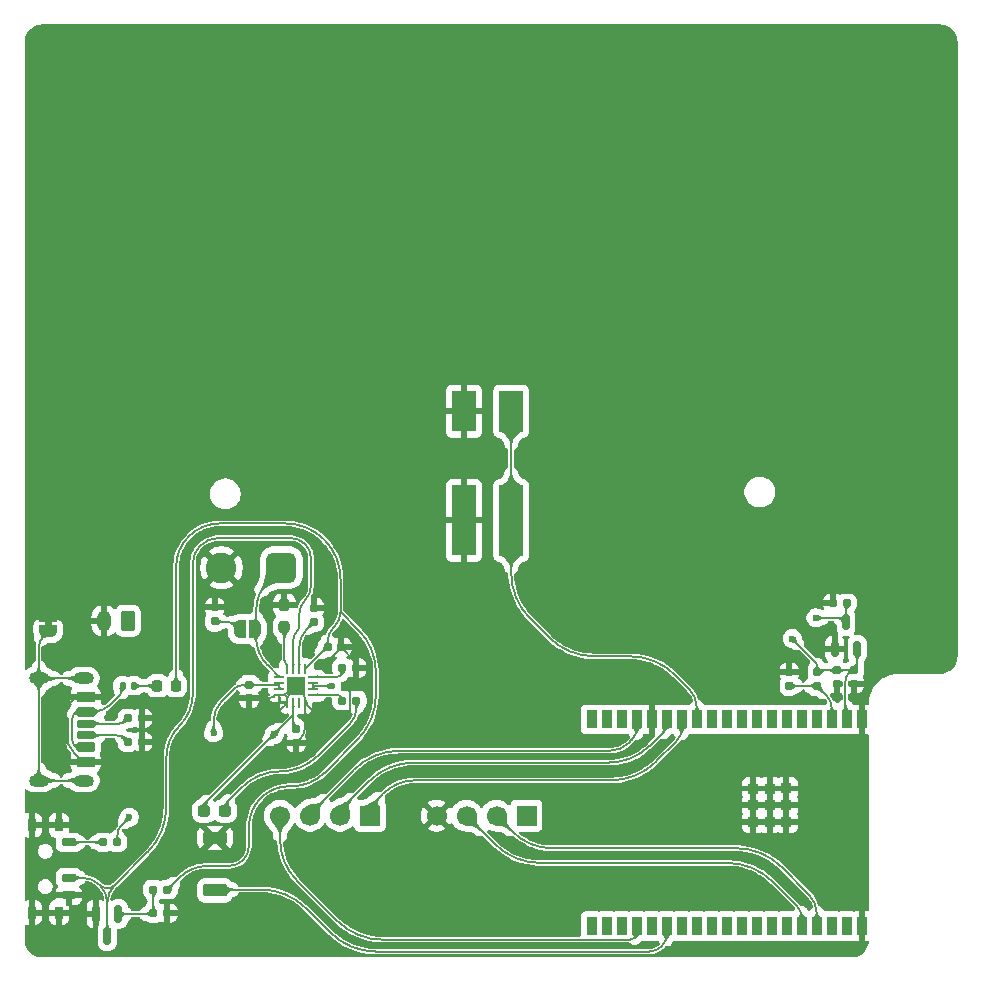
<source format=gbr>
%TF.GenerationSoftware,KiCad,Pcbnew,9.0.2*%
%TF.CreationDate,2025-06-26T16:23:08+02:00*%
%TF.ProjectId,button-rounded,62757474-6f6e-42d7-926f-756e6465642e,rev?*%
%TF.SameCoordinates,Original*%
%TF.FileFunction,Copper,L1,Top*%
%TF.FilePolarity,Positive*%
%FSLAX46Y46*%
G04 Gerber Fmt 4.6, Leading zero omitted, Abs format (unit mm)*
G04 Created by KiCad (PCBNEW 9.0.2) date 2025-06-26 16:23:08*
%MOMM*%
%LPD*%
G01*
G04 APERTURE LIST*
G04 Aperture macros list*
%AMRoundRect*
0 Rectangle with rounded corners*
0 $1 Rounding radius*
0 $2 $3 $4 $5 $6 $7 $8 $9 X,Y pos of 4 corners*
0 Add a 4 corners polygon primitive as box body*
4,1,4,$2,$3,$4,$5,$6,$7,$8,$9,$2,$3,0*
0 Add four circle primitives for the rounded corners*
1,1,$1+$1,$2,$3*
1,1,$1+$1,$4,$5*
1,1,$1+$1,$6,$7*
1,1,$1+$1,$8,$9*
0 Add four rect primitives between the rounded corners*
20,1,$1+$1,$2,$3,$4,$5,0*
20,1,$1+$1,$4,$5,$6,$7,0*
20,1,$1+$1,$6,$7,$8,$9,0*
20,1,$1+$1,$8,$9,$2,$3,0*%
%AMFreePoly0*
4,1,23,0.500000,-0.750000,0.000000,-0.750000,0.000000,-0.745722,-0.065263,-0.745722,-0.191342,-0.711940,-0.304381,-0.646677,-0.396677,-0.554381,-0.461940,-0.441342,-0.495722,-0.315263,-0.495722,-0.250000,-0.500000,-0.250000,-0.500000,0.250000,-0.495722,0.250000,-0.495722,0.315263,-0.461940,0.441342,-0.396677,0.554381,-0.304381,0.646677,-0.191342,0.711940,-0.065263,0.745722,0.000000,0.745722,
0.000000,0.750000,0.500000,0.750000,0.500000,-0.750000,0.500000,-0.750000,$1*%
%AMFreePoly1*
4,1,23,0.000000,0.745722,0.065263,0.745722,0.191342,0.711940,0.304381,0.646677,0.396677,0.554381,0.461940,0.441342,0.495722,0.315263,0.495722,0.250000,0.500000,0.250000,0.500000,-0.250000,0.495722,-0.250000,0.495722,-0.315263,0.461940,-0.441342,0.396677,-0.554381,0.304381,-0.646677,0.191342,-0.711940,0.065263,-0.745722,0.000000,-0.745722,0.000000,-0.750000,-0.500000,-0.750000,
-0.500000,0.750000,0.000000,0.750000,0.000000,0.745722,0.000000,0.745722,$1*%
G04 Aperture macros list end*
%TA.AperFunction,EtchedComponent*%
%ADD10C,0.000000*%
%TD*%
%TA.AperFunction,SMDPad,CuDef*%
%ADD11RoundRect,0.150000X-0.150000X0.587500X-0.150000X-0.587500X0.150000X-0.587500X0.150000X0.587500X0*%
%TD*%
%TA.AperFunction,SMDPad,CuDef*%
%ADD12FreePoly0,90.000000*%
%TD*%
%TA.AperFunction,SMDPad,CuDef*%
%ADD13FreePoly1,90.000000*%
%TD*%
%TA.AperFunction,SMDPad,CuDef*%
%ADD14RoundRect,0.155000X0.212500X0.155000X-0.212500X0.155000X-0.212500X-0.155000X0.212500X-0.155000X0*%
%TD*%
%TA.AperFunction,SMDPad,CuDef*%
%ADD15RoundRect,0.218750X-0.218750X-0.256250X0.218750X-0.256250X0.218750X0.256250X-0.218750X0.256250X0*%
%TD*%
%TA.AperFunction,SMDPad,CuDef*%
%ADD16RoundRect,0.155000X-0.155000X0.212500X-0.155000X-0.212500X0.155000X-0.212500X0.155000X0.212500X0*%
%TD*%
%TA.AperFunction,SMDPad,CuDef*%
%ADD17RoundRect,0.160000X-0.197500X-0.160000X0.197500X-0.160000X0.197500X0.160000X-0.197500X0.160000X0*%
%TD*%
%TA.AperFunction,SMDPad,CuDef*%
%ADD18RoundRect,0.160000X0.197500X0.160000X-0.197500X0.160000X-0.197500X-0.160000X0.197500X-0.160000X0*%
%TD*%
%TA.AperFunction,SMDPad,CuDef*%
%ADD19RoundRect,0.175000X-0.625000X0.175000X-0.625000X-0.175000X0.625000X-0.175000X0.625000X0.175000X0*%
%TD*%
%TA.AperFunction,SMDPad,CuDef*%
%ADD20RoundRect,0.200000X-0.600000X0.200000X-0.600000X-0.200000X0.600000X-0.200000X0.600000X0.200000X0*%
%TD*%
%TA.AperFunction,SMDPad,CuDef*%
%ADD21RoundRect,0.225000X-0.575000X0.225000X-0.575000X-0.225000X0.575000X-0.225000X0.575000X0.225000X0*%
%TD*%
%TA.AperFunction,HeatsinkPad*%
%ADD22O,1.700000X1.000000*%
%TD*%
%TA.AperFunction,ComponentPad*%
%ADD23R,1.700000X1.700000*%
%TD*%
%TA.AperFunction,ComponentPad*%
%ADD24C,1.700000*%
%TD*%
%TA.AperFunction,SMDPad,CuDef*%
%ADD25RoundRect,0.160000X-0.160000X0.197500X-0.160000X-0.197500X0.160000X-0.197500X0.160000X0.197500X0*%
%TD*%
%TA.AperFunction,SMDPad,CuDef*%
%ADD26R,2.000000X6.000000*%
%TD*%
%TA.AperFunction,SMDPad,CuDef*%
%ADD27R,2.000000X3.500000*%
%TD*%
%TA.AperFunction,ComponentPad*%
%ADD28RoundRect,0.650000X0.650000X0.650000X-0.650000X0.650000X-0.650000X-0.650000X0.650000X-0.650000X0*%
%TD*%
%TA.AperFunction,ComponentPad*%
%ADD29C,2.600000*%
%TD*%
%TA.AperFunction,ComponentPad*%
%ADD30RoundRect,0.250000X0.350000X0.625000X-0.350000X0.625000X-0.350000X-0.625000X0.350000X-0.625000X0*%
%TD*%
%TA.AperFunction,ComponentPad*%
%ADD31O,1.200000X1.750000*%
%TD*%
%TA.AperFunction,SMDPad,CuDef*%
%ADD32RoundRect,0.237500X0.287500X0.237500X-0.287500X0.237500X-0.287500X-0.237500X0.287500X-0.237500X0*%
%TD*%
%TA.AperFunction,SMDPad,CuDef*%
%ADD33RoundRect,0.160000X0.160000X-0.197500X0.160000X0.197500X-0.160000X0.197500X-0.160000X-0.197500X0*%
%TD*%
%TA.AperFunction,SMDPad,CuDef*%
%ADD34RoundRect,0.155000X0.155000X-0.212500X0.155000X0.212500X-0.155000X0.212500X-0.155000X-0.212500X0*%
%TD*%
%TA.AperFunction,SMDPad,CuDef*%
%ADD35RoundRect,0.062500X-0.375000X-0.062500X0.375000X-0.062500X0.375000X0.062500X-0.375000X0.062500X0*%
%TD*%
%TA.AperFunction,SMDPad,CuDef*%
%ADD36RoundRect,0.062500X-0.062500X-0.375000X0.062500X-0.375000X0.062500X0.375000X-0.062500X0.375000X0*%
%TD*%
%TA.AperFunction,HeatsinkPad*%
%ADD37R,1.600000X1.600000*%
%TD*%
%TA.AperFunction,SMDPad,CuDef*%
%ADD38RoundRect,0.157500X0.842500X-0.367500X0.842500X0.367500X-0.842500X0.367500X-0.842500X-0.367500X0*%
%TD*%
%TA.AperFunction,SMDPad,CuDef*%
%ADD39RoundRect,0.147500X-0.147500X-0.172500X0.147500X-0.172500X0.147500X0.172500X-0.147500X0.172500X0*%
%TD*%
%TA.AperFunction,SMDPad,CuDef*%
%ADD40R,0.900000X1.500000*%
%TD*%
%TA.AperFunction,SMDPad,CuDef*%
%ADD41R,0.900000X0.900000*%
%TD*%
%TA.AperFunction,SMDPad,CuDef*%
%ADD42RoundRect,0.090000X-0.535000X0.210000X-0.535000X-0.210000X0.535000X-0.210000X0.535000X0.210000X0*%
%TD*%
%TA.AperFunction,SMDPad,CuDef*%
%ADD43RoundRect,0.105000X-0.245000X-0.445000X0.245000X-0.445000X0.245000X0.445000X-0.245000X0.445000X0*%
%TD*%
%TA.AperFunction,SMDPad,CuDef*%
%ADD44RoundRect,0.237500X0.237500X-0.250000X0.237500X0.250000X-0.237500X0.250000X-0.237500X-0.250000X0*%
%TD*%
%TA.AperFunction,SMDPad,CuDef*%
%ADD45RoundRect,0.150000X0.150000X-0.512500X0.150000X0.512500X-0.150000X0.512500X-0.150000X-0.512500X0*%
%TD*%
%TA.AperFunction,SMDPad,CuDef*%
%ADD46FreePoly0,0.000000*%
%TD*%
%TA.AperFunction,SMDPad,CuDef*%
%ADD47FreePoly1,0.000000*%
%TD*%
%TA.AperFunction,ViaPad*%
%ADD48C,0.600000*%
%TD*%
%TA.AperFunction,Conductor*%
%ADD49C,0.200000*%
%TD*%
G04 APERTURE END LIST*
D10*
%TA.AperFunction,EtchedComponent*%
%TO.C,JP2*%
G36*
X185300000Y-109000000D02*
G01*
X184700000Y-109000000D01*
X184700000Y-108500000D01*
X185300000Y-108500000D01*
X185300000Y-109000000D01*
G37*
%TD.AperFunction*%
%TD*%
D11*
%TO.P,Q1,1,G*%
%TO.N,Net-(Q1-G)*%
X190950000Y-133312500D03*
%TO.P,Q1,2,S*%
%TO.N,GND*%
X189050000Y-133312500D03*
%TO.P,Q1,3,D*%
%TO.N,SYSOFF*%
X190000000Y-135187500D03*
%TD*%
D12*
%TO.P,JP2,1,A*%
%TO.N,Earth*%
X185000000Y-109400000D03*
D13*
%TO.P,JP2,2,B*%
%TO.N,GND*%
X185000000Y-108100000D03*
%TD*%
D14*
%TO.P,C7,1*%
%TO.N,+VSW*%
X252617500Y-107000000D03*
%TO.P,C7,2*%
%TO.N,GND*%
X251482500Y-107000000D03*
%TD*%
D15*
%TO.P,F1,1*%
%TO.N,Net-(F1-Pad1)*%
X194250000Y-114000000D03*
%TO.P,F1,2*%
%TO.N,+5V*%
X195825000Y-114000000D03*
%TD*%
D16*
%TO.P,C8,1*%
%TO.N,+3V3*%
X253250000Y-112682500D03*
%TO.P,C8,2*%
%TO.N,GND*%
X253250000Y-113817500D03*
%TD*%
D17*
%TO.P,R6,1*%
%TO.N,/ILIM*%
X209902500Y-112500000D03*
%TO.P,R6,2*%
%TO.N,GND*%
X211097500Y-112500000D03*
%TD*%
D18*
%TO.P,R2,1*%
%TO.N,GND*%
X192945000Y-118750000D03*
%TO.P,R2,2*%
%TO.N,Net-(J1-CC2)*%
X191750000Y-118750000D03*
%TD*%
D19*
%TO.P,J1,A5,CC1*%
%TO.N,Net-(J1-CC1)*%
X188180000Y-117200000D03*
D20*
%TO.P,J1,A9,VBUS*%
%TO.N,Net-(J1-VBUS-PadA9)*%
X188180000Y-119220000D03*
D21*
%TO.P,J1,A12,GND*%
%TO.N,GND*%
X188180000Y-120450000D03*
D19*
%TO.P,J1,B5,CC2*%
%TO.N,Net-(J1-CC2)*%
X188180000Y-118200000D03*
D20*
%TO.P,J1,B9,VBUS*%
%TO.N,Net-(J1-VBUS-PadA9)*%
X188180000Y-116180000D03*
D21*
%TO.P,J1,B12,GND*%
%TO.N,GND*%
X188180000Y-114950000D03*
D22*
%TO.P,J1,S1,SHIELD*%
%TO.N,Earth*%
X188000000Y-113380000D03*
X184200000Y-113380000D03*
X188000000Y-122020000D03*
X184200000Y-122020000D03*
%TD*%
D23*
%TO.P,J2,1,Pin_1*%
%TO.N,TMS*%
X212250000Y-125000000D03*
D24*
%TO.P,J2,2,Pin_2*%
%TO.N,TDI*%
X209710000Y-125000000D03*
%TO.P,J2,3,Pin_3*%
%TO.N,TCK*%
X207170000Y-125000000D03*
%TO.P,J2,4,Pin_4*%
%TO.N,TDO*%
X204630000Y-125000000D03*
%TD*%
D25*
%TO.P,R3,1*%
%TO.N,+3V3*%
X250120000Y-112835000D03*
%TO.P,R3,2*%
%TO.N,Net-(U2-EN{slash}CHIP_PU)*%
X250120000Y-114030000D03*
%TD*%
D26*
%TO.P,SW3,1,1*%
%TO.N,GND*%
X220200000Y-100000000D03*
D27*
X220200000Y-90750000D03*
D26*
%TO.P,SW3,2,2*%
%TO.N,Net-(U2-ADC2_CH7{slash}GPIO27)*%
X224200000Y-100000000D03*
D27*
X224200000Y-90750000D03*
%TD*%
D28*
%TO.P,TH1,1*%
%TO.N,TEMP*%
X204750000Y-104000000D03*
D29*
%TO.P,TH1,2*%
%TO.N,GND*%
X199670000Y-104000000D03*
%TD*%
D30*
%TO.P,BT1,1,+*%
%TO.N,+BATT*%
X191750000Y-108500000D03*
D31*
%TO.P,BT1,2,-*%
%TO.N,GND*%
X189750000Y-108500000D03*
%TD*%
D32*
%TO.P,LED1,1,K*%
%TO.N,Net-(LED1-K)*%
X199973218Y-124602664D03*
%TO.P,LED1,2,A*%
%TO.N,+VSW*%
X198223218Y-124602664D03*
%TD*%
D16*
%TO.P,C4,1*%
%TO.N,+BATT*%
X202000000Y-113932500D03*
%TO.P,C4,2*%
%TO.N,GND*%
X202000000Y-115067500D03*
%TD*%
D33*
%TO.P,R11,1*%
%TO.N,Net-(JP1-A)*%
X199100000Y-108547500D03*
%TO.P,R11,2*%
%TO.N,GND*%
X199100000Y-107352500D03*
%TD*%
D16*
%TO.P,C9,1*%
%TO.N,+3V3*%
X251750000Y-112682500D03*
%TO.P,C9,2*%
%TO.N,GND*%
X251750000Y-113817500D03*
%TD*%
D18*
%TO.P,R9,1*%
%TO.N,+5V*%
X195097500Y-131250000D03*
%TO.P,R9,2*%
%TO.N,Net-(Q1-G)*%
X193902500Y-131250000D03*
%TD*%
D34*
%TO.P,C3,1*%
%TO.N,GND*%
X206000000Y-118817500D03*
%TO.P,C3,2*%
%TO.N,+VSW*%
X206000000Y-117682500D03*
%TD*%
D17*
%TO.P,R1,1*%
%TO.N,Net-(J1-CC1)*%
X191750000Y-116760000D03*
%TO.P,R1,2*%
%TO.N,GND*%
X192945000Y-116760000D03*
%TD*%
D35*
%TO.P,U1,1,TS*%
%TO.N,TEMP*%
X204562500Y-113250000D03*
%TO.P,U1,2,BAT*%
%TO.N,+BATT*%
X204562500Y-113750000D03*
%TO.P,U1,3,BAT*%
X204562500Y-114250000D03*
%TO.P,U1,4,~{CE}*%
%TO.N,GND*%
X204562500Y-114750000D03*
D36*
%TO.P,U1,5,EN2*%
X205250000Y-115437500D03*
%TO.P,U1,6,EN1*%
%TO.N,+VSW*%
X205750000Y-115437500D03*
%TO.P,U1,7,~{PGOOD}*%
%TO.N,unconnected-(U1-~{PGOOD}-Pad7)*%
X206250000Y-115437500D03*
%TO.P,U1,8,VSS*%
%TO.N,GND*%
X206750000Y-115437500D03*
D35*
%TO.P,U1,9,~{CHG}*%
%TO.N,Net-(U1-~{CHG})*%
X207437500Y-114750000D03*
%TO.P,U1,10,OUT*%
%TO.N,+VSW*%
X207437500Y-114250000D03*
%TO.P,U1,11,OUT*%
X207437500Y-113750000D03*
%TO.P,U1,12,ILIM*%
%TO.N,/ILIM*%
X207437500Y-113250000D03*
D36*
%TO.P,U1,13,IN*%
%TO.N,+5V*%
X206750000Y-112562500D03*
%TO.P,U1,14,TMR*%
%TO.N,/TMR*%
X206250000Y-112562500D03*
%TO.P,U1,15,SYSOFF*%
%TO.N,SYSOFF*%
X205750000Y-112562500D03*
%TO.P,U1,16,ISET*%
%TO.N,/ISET*%
X205250000Y-112562500D03*
D37*
%TO.P,U1,17,VSS*%
%TO.N,GND*%
X206000000Y-114000000D03*
%TD*%
D38*
%TO.P,SW1,1,1*%
%TO.N,GND*%
X199120718Y-126877664D03*
%TO.P,SW1,2,2*%
%TO.N,Net-(U2-GPIO0{slash}BOOT{slash}ADC2_CH1)*%
X199120718Y-131327664D03*
%TD*%
D39*
%TO.P,L1,1*%
%TO.N,Net-(J1-VBUS-PadA9)*%
X191302500Y-114000000D03*
%TO.P,L1,2*%
%TO.N,Net-(F1-Pad1)*%
X192272500Y-114000000D03*
%TD*%
D34*
%TO.P,C5,1*%
%TO.N,Net-(U2-EN{slash}CHIP_PU)*%
X247750000Y-114000000D03*
%TO.P,C5,2*%
%TO.N,GND*%
X247750000Y-112865000D03*
%TD*%
D23*
%TO.P,J3,1,Pin_1*%
%TO.N,+3V3*%
X225500000Y-125000000D03*
D24*
%TO.P,J3,2,Pin_2*%
%TO.N,/TX*%
X222960000Y-125000000D03*
%TO.P,J3,3,Pin_3*%
%TO.N,/RX*%
X220420000Y-125000000D03*
%TO.P,J3,4,Pin_4*%
%TO.N,GND*%
X217880000Y-125000000D03*
%TD*%
D40*
%TO.P,U2,1,GND*%
%TO.N,GND*%
X253895000Y-116850000D03*
%TO.P,U2,2,3V3*%
%TO.N,+3V3*%
X252625000Y-116850000D03*
%TO.P,U2,3,EN/CHIP_PU*%
%TO.N,Net-(U2-EN{slash}CHIP_PU)*%
X251355000Y-116850000D03*
%TO.P,U2,4,SENSOR_VP/GPIO36/ADC1_CH0*%
%TO.N,unconnected-(U2-SENSOR_VP{slash}GPIO36{slash}ADC1_CH0-Pad4)*%
X250085000Y-116850000D03*
%TO.P,U2,5,SENSOR_VN/GPIO39/ADC1_CH3*%
%TO.N,unconnected-(U2-SENSOR_VN{slash}GPIO39{slash}ADC1_CH3-Pad5)*%
X248815000Y-116850000D03*
%TO.P,U2,6,GPIO34/ADC1_CH6*%
%TO.N,unconnected-(U2-GPIO34{slash}ADC1_CH6-Pad6)*%
X247545000Y-116850000D03*
%TO.P,U2,7,GPIO35/ADC1_CH7*%
%TO.N,unconnected-(U2-GPIO35{slash}ADC1_CH7-Pad7)*%
X246275000Y-116850000D03*
%TO.P,U2,8,32K_XP/GPIO32/ADC1_CH4*%
%TO.N,unconnected-(U2-32K_XP{slash}GPIO32{slash}ADC1_CH4-Pad8)*%
X245005000Y-116850000D03*
%TO.P,U2,9,32K_XN/GPIO33/ADC1_CH5*%
%TO.N,unconnected-(U2-32K_XN{slash}GPIO33{slash}ADC1_CH5-Pad9)*%
X243735000Y-116850000D03*
%TO.P,U2,10,DAC_1/ADC2_CH8/GPIO25*%
%TO.N,unconnected-(U2-DAC_1{slash}ADC2_CH8{slash}GPIO25-Pad10)*%
X242465000Y-116850000D03*
%TO.P,U2,11,DAC_2/ADC2_CH9/GPIO26*%
%TO.N,unconnected-(U2-DAC_2{slash}ADC2_CH9{slash}GPIO26-Pad11)*%
X241195000Y-116850000D03*
%TO.P,U2,12,ADC2_CH7/GPIO27*%
%TO.N,Net-(U2-ADC2_CH7{slash}GPIO27)*%
X239925000Y-116850000D03*
%TO.P,U2,13,MTMS/GPIO14/ADC2_CH6*%
%TO.N,TMS*%
X238655000Y-116850000D03*
%TO.P,U2,14,MTDI/GPIO12/ADC2_CH5*%
%TO.N,TDI*%
X237385000Y-116850000D03*
%TO.P,U2,15,GND*%
%TO.N,GND*%
X236115000Y-116850000D03*
%TO.P,U2,16,MTCK/GPIO13/ADC2_CH4*%
%TO.N,TCK*%
X234845000Y-116850000D03*
%TO.P,U2,17*%
%TO.N,N/C*%
X233575000Y-116850000D03*
%TO.P,U2,18*%
X232305000Y-116850000D03*
%TO.P,U2,19*%
X231035000Y-116850000D03*
%TO.P,U2,20*%
X231035000Y-134350000D03*
%TO.P,U2,21*%
X232305000Y-134350000D03*
%TO.P,U2,22*%
X233575000Y-134350000D03*
%TO.P,U2,23,MTDO/GPIO15/ADC2_CH3*%
%TO.N,TDO*%
X234845000Y-134350000D03*
%TO.P,U2,24,ADC2_CH2/GPIO2*%
%TO.N,unconnected-(U2-ADC2_CH2{slash}GPIO2-Pad24)*%
X236115000Y-134350000D03*
%TO.P,U2,25,GPIO0/BOOT/ADC2_CH1*%
%TO.N,Net-(U2-GPIO0{slash}BOOT{slash}ADC2_CH1)*%
X237385000Y-134350000D03*
%TO.P,U2,26,ADC2_CH0/GPIO4*%
%TO.N,unconnected-(U2-ADC2_CH0{slash}GPIO4-Pad26)*%
X238655000Y-134350000D03*
%TO.P,U2,27*%
%TO.N,N/C*%
X239925000Y-134350000D03*
%TO.P,U2,28*%
X241195000Y-134350000D03*
%TO.P,U2,29,GPIO5*%
%TO.N,unconnected-(U2-GPIO5-Pad29)*%
X242465000Y-134350000D03*
%TO.P,U2,30,GPIO18*%
%TO.N,unconnected-(U2-GPIO18-Pad30)*%
X243735000Y-134350000D03*
%TO.P,U2,31,GPIO19*%
%TO.N,unconnected-(U2-GPIO19-Pad31)*%
X245005000Y-134350000D03*
%TO.P,U2,32*%
%TO.N,N/C*%
X246275000Y-134350000D03*
%TO.P,U2,33,GPIO21*%
%TO.N,unconnected-(U2-GPIO21-Pad33)*%
X247545000Y-134350000D03*
%TO.P,U2,34,U0RXD/GPIO3*%
%TO.N,/RX*%
X248815000Y-134350000D03*
%TO.P,U2,35,U0TXD/GPIO1*%
%TO.N,/TX*%
X250085000Y-134350000D03*
%TO.P,U2,36,GPIO22*%
%TO.N,unconnected-(U2-GPIO22-Pad36)*%
X251355000Y-134350000D03*
%TO.P,U2,37,GPIO23*%
%TO.N,unconnected-(U2-GPIO23-Pad37)*%
X252625000Y-134350000D03*
%TO.P,U2,38,GND*%
%TO.N,GND*%
X253895000Y-134350000D03*
D41*
%TO.P,U2,39,GND_THERMAL*%
X247500000Y-122695000D03*
X246100000Y-122700000D03*
X244700000Y-122700000D03*
X247500000Y-124100000D03*
X246100000Y-124100000D03*
X244700000Y-124100000D03*
X247500000Y-125500000D03*
X246100000Y-125500000D03*
X244700000Y-125500000D03*
%TD*%
D18*
%TO.P,R4,1*%
%TO.N,Net-(LED1-K)*%
X211097500Y-115250000D03*
%TO.P,R4,2*%
%TO.N,Net-(U1-~{CHG})*%
X209902500Y-115250000D03*
%TD*%
D42*
%TO.P,SW2,1,A*%
%TO.N,/ON*%
X186750000Y-127250000D03*
%TO.P,SW2,2,B*%
%TO.N,SYSOFF*%
X186750000Y-130250000D03*
%TO.P,SW2,3,C*%
%TO.N,GND*%
X186750000Y-131750000D03*
D43*
%TO.P,SW2,MP,Mounting*%
X183600000Y-133200000D03*
X185900000Y-133200000D03*
X183600000Y-125800000D03*
X185900000Y-125800000D03*
%TD*%
D44*
%TO.P,R7,1*%
%TO.N,/ISET*%
X205000000Y-109005959D03*
%TO.P,R7,2*%
%TO.N,GND*%
X205000000Y-107180959D03*
%TD*%
D14*
%TO.P,C6,1*%
%TO.N,GND*%
X209817500Y-110750000D03*
%TO.P,C6,2*%
%TO.N,+5V*%
X208682500Y-110750000D03*
%TD*%
D33*
%TO.P,R5,1*%
%TO.N,/TMR*%
X207500000Y-108597500D03*
%TO.P,R5,2*%
%TO.N,GND*%
X207500000Y-107402500D03*
%TD*%
D45*
%TO.P,U3,1,GND*%
%TO.N,GND*%
X251600000Y-110887500D03*
%TO.P,U3,2,VO*%
%TO.N,+3V3*%
X253500000Y-110887500D03*
%TO.P,U3,3,VI*%
%TO.N,+VSW*%
X252550000Y-108612500D03*
%TD*%
D17*
%TO.P,R8,1*%
%TO.N,/ON*%
X189652500Y-127250000D03*
%TO.P,R8,2*%
%TO.N,+BATT*%
X190847500Y-127250000D03*
%TD*%
D46*
%TO.P,JP1,1,A*%
%TO.N,Net-(JP1-A)*%
X201200000Y-109200000D03*
D47*
%TO.P,JP1,2,B*%
%TO.N,TEMP*%
X202500000Y-109200000D03*
%TD*%
D17*
%TO.P,R10,1*%
%TO.N,Net-(Q1-G)*%
X193902500Y-133250000D03*
%TO.P,R10,2*%
%TO.N,GND*%
X195097500Y-133250000D03*
%TD*%
D48*
%TO.N,+BATT*%
X199000000Y-118000000D03*
X191875000Y-125125000D03*
%TO.N,+3V3*%
X248000000Y-110000000D03*
%TO.N,GND*%
X242750000Y-122750000D03*
X253500000Y-136250000D03*
X212250000Y-123000000D03*
X242750000Y-125500000D03*
X251900000Y-115000000D03*
X203500000Y-116250000D03*
X208500000Y-112250000D03*
X253500000Y-115000000D03*
X246000000Y-120750000D03*
X236000000Y-114500000D03*
X246500000Y-127250000D03*
X203250000Y-115067500D03*
X242750000Y-124250000D03*
X224250000Y-127500000D03*
X249250000Y-122750000D03*
X249250000Y-124000000D03*
X207781250Y-116468750D03*
X249250000Y-125500000D03*
%TO.N,+VSW*%
X204125000Y-118125000D03*
X250000000Y-108250000D03*
X209000000Y-114000000D03*
%TD*%
D49*
%TO.N,+BATT*%
X204562500Y-113952270D02*
X204562500Y-113750000D01*
X202000000Y-113932500D02*
X201533750Y-113932500D01*
X204562500Y-114047729D02*
X204562500Y-114250000D01*
X199707106Y-115292893D02*
X200737811Y-114262188D01*
X190847500Y-126701250D02*
X190847500Y-127250000D01*
X202000000Y-113932500D02*
X204447270Y-113932500D01*
X191235524Y-125764475D02*
X191875000Y-125125000D01*
X199000000Y-117000000D02*
X199000000Y-118000000D01*
X204562500Y-113952270D02*
X204562500Y-114047729D01*
X199707106Y-115292893D02*
G75*
G03*
X198999995Y-117000000I1707094J-1707107D01*
G01*
X204528750Y-113966250D02*
G75*
G03*
X204447270Y-113932512I-81450J-81450D01*
G01*
X204528750Y-113966250D02*
G75*
G03*
X204562428Y-113952270I13950J13950D01*
G01*
X201533750Y-113932500D02*
G75*
G03*
X200737792Y-114262169I-50J-1125600D01*
G01*
X191235524Y-125764475D02*
G75*
G03*
X190847535Y-126701250I936776J-936725D01*
G01*
X204562500Y-114047729D02*
G75*
G03*
X204528759Y-113966241I-115200J29D01*
G01*
%TO.N,+3V3*%
X249867209Y-111867209D02*
X248000000Y-110000000D01*
X250120000Y-112727166D02*
X250120000Y-112477500D01*
X252562500Y-116787500D02*
X252625000Y-116850000D01*
X253141875Y-112682500D02*
X251750000Y-112682500D01*
X253374999Y-112557499D02*
X253326455Y-112606044D01*
X252500000Y-116636611D02*
X252500000Y-113593668D01*
X252957294Y-112758955D02*
X252766875Y-112949375D01*
X250380333Y-112682500D02*
X251750000Y-112682500D01*
X253500000Y-112255723D02*
X253500000Y-110887500D01*
X253141875Y-112682500D02*
G75*
G03*
X252957315Y-112758976I25J-261000D01*
G01*
X250380333Y-112682500D02*
G75*
G03*
X250196240Y-112758740I-33J-260300D01*
G01*
X253141875Y-112682500D02*
G75*
G03*
X253326460Y-112606049I25J261000D01*
G01*
X253141875Y-112682500D02*
X253141875Y-112682500D01*
X253326455Y-112606044D02*
G75*
G02*
X253141875Y-112682492I-184555J184544D01*
G01*
X252500000Y-116636611D02*
G75*
G03*
X252562503Y-116787497I213400J11D01*
G01*
X253500000Y-112255723D02*
G75*
G02*
X253374993Y-112557493I-426800J23D01*
G01*
X249867209Y-111867209D02*
G75*
G02*
X250119995Y-112477500I-610309J-610291D01*
G01*
X250120000Y-112727166D02*
G75*
G03*
X250196308Y-112758808I44700J-34D01*
G01*
X252766875Y-112949375D02*
G75*
G03*
X252499987Y-113593668I644325J-644325D01*
G01*
%TO.N,GND*%
X204768956Y-115918543D02*
X205006932Y-115680567D01*
X211097500Y-112701250D02*
X211097500Y-113113488D01*
X249250000Y-124000000D02*
X249200000Y-124050000D01*
X249079289Y-124100000D02*
X247500000Y-124100000D01*
X210064738Y-117000000D02*
X208688150Y-117000000D01*
X253895000Y-115674307D02*
X253895000Y-116850000D01*
X249250000Y-125500000D02*
X247500000Y-125500000D01*
X205624999Y-114374999D02*
X205493067Y-114506932D01*
X253500000Y-115000000D02*
X253697500Y-115197500D01*
X251750000Y-114743933D02*
X251750000Y-113817500D01*
X242835355Y-122700000D02*
X244700000Y-122700000D01*
X186500000Y-116452253D02*
X186500000Y-117974695D01*
X211097500Y-112298750D02*
X211097500Y-112701250D01*
X246300000Y-127050000D02*
X246500000Y-127250000D01*
X242750000Y-122750000D02*
X242775000Y-122725000D01*
X208500000Y-112250000D02*
X208500000Y-112158750D01*
X206375000Y-114375000D02*
X206506932Y-114506932D01*
X253500000Y-136250000D02*
X253697500Y-136052500D01*
X249156109Y-122695000D02*
X247500000Y-122695000D01*
X209841364Y-110841364D02*
X210955194Y-111955194D01*
X206993067Y-115680567D02*
X207781250Y-116468750D01*
X210512000Y-114527011D02*
X210512000Y-116552738D01*
X206750000Y-115781250D02*
X206750000Y-117537169D01*
X236115000Y-114696317D02*
X236115000Y-116850000D01*
X246000000Y-120750000D02*
X246050000Y-120800000D01*
X242750000Y-125500000D02*
X244700000Y-125500000D01*
X206750000Y-115781250D02*
X206750000Y-115093750D01*
X187225000Y-119725000D02*
X187868682Y-120368682D01*
X187780000Y-114950000D02*
X188180000Y-114950000D01*
X246100000Y-120920710D02*
X246100000Y-122700000D01*
X186939999Y-115389999D02*
X187097157Y-115232842D01*
X207781250Y-116468750D02*
X208046875Y-116734375D01*
X204718750Y-114750000D02*
X204406250Y-114750000D01*
X251825000Y-114925000D02*
X251900000Y-115000000D01*
X246100000Y-126567157D02*
X246100000Y-125500000D01*
X253895000Y-135575692D02*
X253895000Y-134350000D01*
X203250000Y-115067500D02*
X203707993Y-115067500D01*
X204091249Y-114908749D02*
X204139514Y-114860485D01*
X204718750Y-114750000D02*
X204906250Y-114750000D01*
X249222500Y-122722500D02*
X249250000Y-122750000D01*
X208564523Y-112002976D02*
X209793635Y-110773864D01*
X242750000Y-124250000D02*
X242825000Y-124175000D01*
X188065000Y-120450000D02*
X188180000Y-120450000D01*
X236057500Y-114557500D02*
X236000000Y-114500000D01*
X203250000Y-115067500D02*
X202000000Y-115067500D01*
X243006066Y-124100000D02*
X244700000Y-124100000D01*
X206375000Y-118442500D02*
X206000000Y-118817500D01*
X203968750Y-116250000D02*
X203500000Y-116250000D01*
X209817500Y-110783750D02*
G75*
G03*
X209793586Y-110773815I-14000J50D01*
G01*
X186500000Y-117974695D02*
G75*
G03*
X187224999Y-119725001I2475300J-5D01*
G01*
X206375000Y-114375000D02*
G75*
G03*
X205625000Y-114375000I-375000J-375000D01*
G01*
X243006066Y-124100000D02*
G75*
G03*
X242825010Y-124175010I34J-256100D01*
G01*
X242835355Y-122700000D02*
G75*
G03*
X242775013Y-122725013I45J-85400D01*
G01*
X206506932Y-114506932D02*
G75*
G02*
X206750031Y-115093750I-586832J-586868D01*
G01*
X210512000Y-116552738D02*
G75*
G02*
X210380989Y-116868989I-447300J38D01*
G01*
X209817500Y-110783750D02*
G75*
G03*
X209841385Y-110841343I81500J50D01*
G01*
X204906250Y-114750000D02*
G75*
G03*
X205493045Y-114506910I-50J829900D01*
G01*
X206993067Y-115680567D02*
G75*
G03*
X206750059Y-115781250I-100667J-100633D01*
G01*
X210955194Y-111955194D02*
G75*
G02*
X211097524Y-112298750I-343594J-343606D01*
G01*
X253697500Y-115197500D02*
G75*
G02*
X253894997Y-115674307I-476800J-476800D01*
G01*
X246100000Y-126567157D02*
G75*
G03*
X246299987Y-127050013I682800J-43D01*
G01*
X204091249Y-114908749D02*
G75*
G02*
X203707993Y-115067496I-383249J383249D01*
G01*
X236057500Y-114557500D02*
G75*
G02*
X236114993Y-114696317I-138800J-138800D01*
G01*
X187780000Y-114950000D02*
G75*
G03*
X187097154Y-115232839I0J-965700D01*
G01*
X186939999Y-115389999D02*
G75*
G03*
X186499980Y-116452253I1062301J-1062301D01*
G01*
X204768956Y-115918543D02*
G75*
G02*
X203968750Y-116250024I-800256J800243D01*
G01*
X204406250Y-114750000D02*
G75*
G03*
X204139494Y-114860465I-50J-377200D01*
G01*
X251750000Y-114743933D02*
G75*
G03*
X251825010Y-114924990I256100J33D01*
G01*
X208564523Y-112002976D02*
G75*
G03*
X208500036Y-112158750I155777J-155724D01*
G01*
X210804750Y-113820250D02*
G75*
G03*
X210512005Y-114527011I706750J-706750D01*
G01*
X205493067Y-114506932D02*
G75*
G03*
X205250039Y-115093750I586833J-586768D01*
G01*
X208046875Y-116734375D02*
G75*
G03*
X208688150Y-117000035I641325J641275D01*
G01*
X206750000Y-117537169D02*
G75*
G02*
X206375009Y-118442509I-1280300J-31D01*
G01*
X253895000Y-135575692D02*
G75*
G02*
X253697502Y-136052502I-674300J-8D01*
G01*
X246050000Y-120800000D02*
G75*
G02*
X246099996Y-120920710I-120700J-120700D01*
G01*
X187868682Y-120368682D02*
G75*
G03*
X188065000Y-120450010I196318J196282D01*
G01*
X205250000Y-115093750D02*
G75*
G03*
X204906250Y-114750000I-343800J-50D01*
G01*
X210381000Y-116869000D02*
G75*
G02*
X210064738Y-117000016I-316300J316300D01*
G01*
X206750000Y-115093750D02*
G75*
G03*
X206993039Y-115680595I829900J-50D01*
G01*
X205250000Y-115093750D02*
G75*
G02*
X205006910Y-115680545I-829900J50D01*
G01*
X211097500Y-113113488D02*
G75*
G02*
X210804753Y-113820253I-999500J-12D01*
G01*
X249222500Y-122722500D02*
G75*
G03*
X249156109Y-122694996I-66400J-66400D01*
G01*
X249200000Y-124050000D02*
G75*
G02*
X249079289Y-124099996I-120700J120700D01*
G01*
%TO.N,+VSW*%
X197995718Y-124428473D02*
X197995718Y-124602664D01*
X252368750Y-108431250D02*
X252550000Y-108612500D01*
X252550000Y-107029874D02*
X252550000Y-108697270D01*
X198118889Y-124131110D02*
X204125000Y-118125000D01*
X207562500Y-114000000D02*
X209000000Y-114000000D01*
X252558750Y-107008750D02*
X252567500Y-107000000D01*
X207437500Y-113875000D02*
X207437500Y-113750000D01*
X207437500Y-114125000D02*
X207437500Y-113875000D01*
X205875000Y-117557500D02*
X206000000Y-117682500D01*
X252583750Y-108711250D02*
X252617500Y-108677500D01*
X251931173Y-108250000D02*
X250000000Y-108250000D01*
X204125000Y-118125000D02*
X205750000Y-116500000D01*
X207437500Y-114125000D02*
X207437500Y-114250000D01*
X205750000Y-117255723D02*
X205750000Y-115437500D01*
X198118889Y-124131110D02*
G75*
G03*
X197995712Y-124428473I297411J-297390D01*
G01*
X205750000Y-117255723D02*
G75*
G03*
X205875007Y-117557493I426800J23D01*
G01*
X207437500Y-113875000D02*
G75*
G03*
X207562500Y-114000000I125000J0D01*
G01*
X252368750Y-108431250D02*
G75*
G03*
X251931173Y-108250011I-437550J-437550D01*
G01*
X252550000Y-108697270D02*
G75*
G03*
X252583801Y-108711301I19800J-30D01*
G01*
X252558750Y-107008750D02*
G75*
G03*
X252549989Y-107029874I21150J-21150D01*
G01*
X207562500Y-114000000D02*
G75*
G03*
X207437500Y-114125000I0J-125000D01*
G01*
%TO.N,Net-(U2-EN{slash}CHIP_PU)*%
X250105000Y-114015000D02*
X250135000Y-114045000D01*
X250883006Y-114793006D02*
X250135000Y-114045000D01*
X251355000Y-115932500D02*
X251355000Y-116600000D01*
X250068786Y-114000000D02*
X247750000Y-114000000D01*
X250883006Y-114793006D02*
G75*
G02*
X251354996Y-115932500I-1139506J-1139494D01*
G01*
X250105000Y-114015000D02*
G75*
G03*
X250068786Y-114000005I-36200J-36200D01*
G01*
%TO.N,+5V*%
X195825000Y-103962957D02*
X195825000Y-114000000D01*
X212750000Y-112871320D02*
X212750000Y-114746036D01*
X209216249Y-109033749D02*
X209100576Y-109149423D01*
X208682500Y-110158750D02*
X208682500Y-110750000D01*
X209750000Y-107745163D02*
X209750000Y-104944543D01*
X211250000Y-109250000D02*
X209750000Y-107750000D01*
X205625000Y-122500000D02*
X205414213Y-122500000D01*
X196097500Y-130250000D02*
X195097500Y-131250000D01*
X205055456Y-100250000D02*
X199537957Y-100250000D01*
X208493232Y-110819267D02*
X206750000Y-112562500D01*
X198511713Y-129250000D02*
X200292893Y-129250000D01*
X208399048Y-121350951D02*
X211156207Y-118593792D01*
X208497500Y-110817500D02*
X208500000Y-110817500D01*
X202000000Y-127542893D02*
X202000000Y-125914213D01*
X209750000Y-107745163D02*
G75*
G02*
X209216261Y-109033761I-1822300J-37D01*
G01*
X198511713Y-129250000D02*
G75*
G03*
X196097496Y-130249996I-13J-3414200D01*
G01*
X202000000Y-127542893D02*
G75*
G02*
X201500002Y-128750002I-1707100J-7D01*
G01*
X203000000Y-123500000D02*
G75*
G03*
X202000006Y-125914213I2414200J-2414200D01*
G01*
X209100576Y-109149423D02*
G75*
G03*
X208682534Y-110158750I1009324J-1009277D01*
G01*
X208399048Y-121350951D02*
G75*
G02*
X205625000Y-122499998I-2774048J2774051D01*
G01*
X212750000Y-114746036D02*
G75*
G02*
X211156200Y-118593785I-5441600J36D01*
G01*
X205414213Y-122500000D02*
G75*
G03*
X202999996Y-123499996I-13J-3414200D01*
G01*
X199537957Y-100250000D02*
G75*
G03*
X196912513Y-101337513I43J-3713000D01*
G01*
X211250000Y-109250000D02*
G75*
G02*
X212749992Y-112871320I-3621300J-3621300D01*
G01*
X196912500Y-101337500D02*
G75*
G03*
X195824982Y-103962957I2625500J-2625500D01*
G01*
X208497500Y-110817500D02*
G75*
G03*
X208493240Y-110819275I0J-6000D01*
G01*
X208375000Y-101625000D02*
G75*
G02*
X209749982Y-104944543I-3319500J-3319500D01*
G01*
X201500000Y-128750000D02*
G75*
G02*
X200292893Y-129249997I-1207100J1207100D01*
G01*
X208375000Y-101625000D02*
G75*
G03*
X205055456Y-100250018I-3319500J-3319500D01*
G01*
%TO.N,Net-(F1-Pad1)*%
X192272500Y-114000000D02*
X194250000Y-114000000D01*
%TO.N,Net-(J1-CC1)*%
X190998873Y-117200000D02*
X188180000Y-117200000D01*
X191530000Y-116980000D02*
X191750000Y-116760000D01*
X191530000Y-116980000D02*
G75*
G02*
X190998873Y-117199989I-531100J531100D01*
G01*
%TO.N,Net-(J1-CC2)*%
X191475000Y-118475000D02*
X191750000Y-118750000D01*
X190811091Y-118200000D02*
X188180000Y-118200000D01*
X191475000Y-118475000D02*
G75*
G03*
X190811091Y-118200004I-663900J-663900D01*
G01*
%TO.N,Earth*%
X184600000Y-109800000D02*
X185000000Y-109400000D01*
X184200000Y-113380000D02*
X184200000Y-110765685D01*
X184200000Y-113380000D02*
X188000000Y-113380000D01*
X184200000Y-122020000D02*
X188000000Y-122020000D01*
X184200000Y-122020000D02*
X184200000Y-113380000D01*
X184600000Y-109800000D02*
G75*
G03*
X184199994Y-110765685I965700J-965700D01*
G01*
%TO.N,TDO*%
X234256048Y-135500000D02*
X213328963Y-135500000D01*
X209481207Y-133906207D02*
X206063658Y-130488658D01*
X204630000Y-127027500D02*
X204630000Y-125000000D01*
X234845000Y-134911048D02*
X234845000Y-134350000D01*
X204630000Y-127027500D02*
G75*
G03*
X206063662Y-130488654I4894800J0D01*
G01*
X234672500Y-135327500D02*
G75*
G02*
X234256048Y-135500020I-416500J416500D01*
G01*
X234845000Y-134911048D02*
G75*
G02*
X234672486Y-135327486I-589000J48D01*
G01*
X209481207Y-133906207D02*
G75*
G03*
X213328963Y-135500011I3847793J3847807D01*
G01*
%TO.N,TCK*%
X232548941Y-119500000D02*
X214753963Y-119500000D01*
X207170000Y-124915000D02*
X207170000Y-125000000D01*
X207230104Y-124769895D02*
X210906207Y-121093792D01*
X234172499Y-118827499D02*
X234383612Y-118616387D01*
X234845000Y-117502500D02*
X234845000Y-116850000D01*
X207230104Y-124769895D02*
G75*
G03*
X207169997Y-124915000I145096J-145105D01*
G01*
X214753963Y-119500000D02*
G75*
G03*
X210906236Y-121093821I37J-5441500D01*
G01*
X234845000Y-117502500D02*
G75*
G02*
X234383618Y-118616393I-1575300J0D01*
G01*
X234172499Y-118827499D02*
G75*
G02*
X232548941Y-119500016I-1623599J1623599D01*
G01*
%TO.N,TDI*%
X237114531Y-117885468D02*
X235942500Y-119057500D01*
X209710000Y-124770000D02*
X209710000Y-125000000D01*
X209872634Y-124377365D02*
X212156207Y-122093792D01*
X232459996Y-120500000D02*
X216003963Y-120500000D01*
X237385000Y-117232500D02*
X237385000Y-116850000D01*
X216003963Y-120500000D02*
G75*
G03*
X212156236Y-122093821I37J-5441500D01*
G01*
X237385000Y-117232500D02*
G75*
G02*
X237114524Y-117885461I-923400J0D01*
G01*
X209872634Y-124377365D02*
G75*
G03*
X209710008Y-124770000I392666J-392635D01*
G01*
X235942500Y-119057500D02*
G75*
G02*
X232459996Y-120499999I-3482500J3482500D01*
G01*
%TO.N,TMS*%
X236496292Y-120406206D02*
X238160909Y-118741590D01*
X212515165Y-123984834D02*
X213375000Y-123125000D01*
X238655000Y-117548750D02*
X238655000Y-116850000D01*
X212250000Y-124625000D02*
X212250000Y-125000000D01*
X216090990Y-122000000D02*
X232648536Y-122000000D01*
X238655000Y-117548750D02*
G75*
G02*
X238160878Y-118741559I-1686900J50D01*
G01*
X212515165Y-123984834D02*
G75*
G03*
X212249990Y-124625000I640135J-640166D01*
G01*
X236496292Y-120406206D02*
G75*
G02*
X232648536Y-122000010I-3847792J3847806D01*
G01*
X216090990Y-122000000D02*
G75*
G03*
X213375003Y-123125003I10J-3841000D01*
G01*
%TO.N,/RX*%
X248360683Y-132610683D02*
X246343792Y-130593792D01*
X248815000Y-133707500D02*
X248815000Y-134350000D01*
X222826207Y-127406207D02*
X220420000Y-125000000D01*
X226673963Y-129000000D02*
X242496036Y-129000000D01*
X222826207Y-127406207D02*
G75*
G03*
X226673963Y-129000011I3847793J3847807D01*
G01*
X248360683Y-132610683D02*
G75*
G02*
X248815009Y-133707500I-1096783J-1096817D01*
G01*
X246343792Y-130593792D02*
G75*
G03*
X242496036Y-128999989I-3847792J-3847808D01*
G01*
%TO.N,/TX*%
X249372589Y-131622589D02*
X247093792Y-129343792D01*
X224335000Y-126375000D02*
X222960000Y-125000000D01*
X250085000Y-133342500D02*
X250085000Y-134350000D01*
X227654543Y-127750000D02*
X243246036Y-127750000D01*
X249372589Y-131622589D02*
G75*
G02*
X250085006Y-133342500I-1719889J-1719911D01*
G01*
X247093792Y-129343792D02*
G75*
G03*
X243246036Y-127749989I-3847792J-3847808D01*
G01*
X224335000Y-126375000D02*
G75*
G03*
X227654543Y-127749982I3319500J3319500D01*
G01*
%TO.N,TEMP*%
X203675000Y-105075000D02*
X204750000Y-104000000D01*
X202600000Y-107670279D02*
X202600000Y-109899802D01*
X203581250Y-112268750D02*
X204562500Y-113250000D01*
X202600000Y-109899802D02*
G75*
G03*
X203581251Y-112268749I3350200J2D01*
G01*
X203675000Y-105075000D02*
G75*
G03*
X202599992Y-107670279I2595300J-2595300D01*
G01*
%TO.N,Net-(JP1-A)*%
X200180003Y-108602500D02*
X199100000Y-108602500D01*
X200901250Y-108901250D02*
X201200000Y-109200000D01*
X200901250Y-108901250D02*
G75*
G03*
X200180003Y-108602498I-721250J-721250D01*
G01*
%TO.N,Net-(LED1-K)*%
X207825825Y-119924174D02*
X210601641Y-117148358D01*
X201424174Y-122575824D02*
X200176823Y-123823176D01*
X199973218Y-124314723D02*
X199973218Y-124602664D01*
X211097500Y-115951250D02*
X211097500Y-115250000D01*
X200176823Y-123823176D02*
G75*
G03*
X199973243Y-124314723I491577J-491524D01*
G01*
X204625000Y-121250000D02*
G75*
G03*
X201424185Y-122575835I0J-4526600D01*
G01*
X207825825Y-119924174D02*
G75*
G02*
X204625000Y-121250014I-3200825J3200774D01*
G01*
X211097500Y-115951250D02*
G75*
G02*
X210601623Y-117148340I-1693000J50D01*
G01*
%TO.N,SYSOFF*%
X206250000Y-107957106D02*
X206250000Y-108896446D01*
X195000000Y-124246036D02*
X195000000Y-120090990D01*
X190000000Y-132383883D02*
X190000000Y-135187500D01*
X207250000Y-105542893D02*
X207250000Y-103207106D01*
X205750000Y-110103553D02*
X205750000Y-112562500D01*
X193406207Y-128093792D02*
X190625000Y-130875000D01*
X205542893Y-101500000D02*
X199383883Y-101500000D01*
X187866116Y-130250000D02*
X186750000Y-130250000D01*
X197250000Y-103633883D02*
X197250000Y-114659009D01*
X199383883Y-101500000D02*
G75*
G03*
X197875005Y-102125005I17J-2133900D01*
G01*
X197250000Y-114659009D02*
G75*
G02*
X196124997Y-117374997I-3841000J9D01*
G01*
X206750000Y-102000000D02*
G75*
G02*
X207249997Y-103207106I-1207100J-1207100D01*
G01*
X190625000Y-130875000D02*
G75*
G03*
X189999993Y-132383883I1508900J-1508900D01*
G01*
X206000000Y-109500000D02*
G75*
G03*
X205750022Y-110103553I603500J-603500D01*
G01*
X189375000Y-130875000D02*
G75*
G03*
X187866116Y-130249993I-1508900J-1508900D01*
G01*
X206250000Y-108896446D02*
G75*
G02*
X205999986Y-109499986I-853600J46D01*
G01*
X190000000Y-132383883D02*
G75*
G03*
X189374995Y-130875005I-2133900J-17D01*
G01*
X206750000Y-102000000D02*
G75*
G03*
X205542893Y-101500003I-1207100J-1207100D01*
G01*
X197875000Y-102125000D02*
G75*
G03*
X197249993Y-103633883I1508900J-1508900D01*
G01*
X207250000Y-105542893D02*
G75*
G02*
X206750002Y-106750002I-1707100J-7D01*
G01*
X195000000Y-124246036D02*
G75*
G02*
X193406200Y-128093785I-5441600J36D01*
G01*
X189375000Y-130875000D02*
G75*
G03*
X190625000Y-130875000I625000J625002D01*
G01*
X206750000Y-106750000D02*
G75*
G03*
X206250003Y-107957106I1207100J-1207100D01*
G01*
X196125000Y-117375000D02*
G75*
G03*
X194999996Y-120090990I2716000J-2716000D01*
G01*
%TO.N,Net-(Q1-G)*%
X193795805Y-133312500D02*
X190950000Y-133312500D01*
X193902500Y-133205805D02*
X193902500Y-131250000D01*
X193871250Y-133281250D02*
G75*
G02*
X193795805Y-133312502I-75450J75450D01*
G01*
X193902500Y-133205805D02*
G75*
G02*
X193871248Y-133281248I-106700J5D01*
G01*
%TO.N,Net-(U1-~{CHG})*%
X209475723Y-114750000D02*
X207437500Y-114750000D01*
X209777500Y-114875000D02*
X209814111Y-114911611D01*
X209902500Y-115125000D02*
X209902500Y-115250000D01*
X209814111Y-114911611D02*
G75*
G02*
X209902493Y-115125000I-213411J-213389D01*
G01*
X209777500Y-114875000D02*
G75*
G03*
X209475723Y-114749990I-301800J-301800D01*
G01*
%TO.N,/TMR*%
X206250000Y-110731383D02*
X206250000Y-112562500D01*
X206875000Y-109222500D02*
X207500000Y-108597500D01*
X206875000Y-109222500D02*
G75*
G03*
X206249993Y-110731383I1508900J-1508900D01*
G01*
%TO.N,/ILIM*%
X209902500Y-112823223D02*
X209902500Y-112500000D01*
X209475723Y-113250000D02*
X207437500Y-113250000D01*
X209902500Y-112823223D02*
G75*
G02*
X209777493Y-113124993I-426800J23D01*
G01*
X209777500Y-113125000D02*
G75*
G02*
X209475723Y-113250010I-301800J301800D01*
G01*
%TO.N,/ISET*%
X205000000Y-111823223D02*
X205000000Y-108690959D01*
X205250000Y-112406250D02*
X205250000Y-112562500D01*
X205139514Y-112139514D02*
X205125000Y-112125000D01*
X205139514Y-112139514D02*
G75*
G02*
X205250041Y-112406250I-266714J-266786D01*
G01*
X205000000Y-111823223D02*
G75*
G03*
X205125007Y-112124993I426800J23D01*
G01*
%TO.N,Net-(U2-GPIO0{slash}BOOT{slash}ADC2_CH1)*%
X202996036Y-131250000D02*
X199253298Y-131250000D01*
X235874210Y-136500000D02*
X212753963Y-136500000D01*
X199159550Y-131288832D02*
X199120718Y-131327664D01*
X237385000Y-134989210D02*
X237385000Y-134350000D01*
X206843792Y-132843792D02*
X208906207Y-134906207D01*
X199253298Y-131250000D02*
G75*
G03*
X199159547Y-131288829I2J-132600D01*
G01*
X237385000Y-134989210D02*
G75*
G02*
X236942497Y-136057497I-1510800J10D01*
G01*
X236942500Y-136057500D02*
G75*
G02*
X235874210Y-136500004I-1068300J1068300D01*
G01*
X208906207Y-134906207D02*
G75*
G03*
X212753963Y-136500011I3847793J3847807D01*
G01*
X206843792Y-132843792D02*
G75*
G03*
X202996036Y-131249989I-3847792J-3847808D01*
G01*
%TO.N,/ON*%
X189652500Y-127250000D02*
X186750000Y-127250000D01*
%TO.N,Net-(U2-ADC2_CH7{slash}GPIO27)*%
X239244409Y-114244409D02*
X238093792Y-113093792D01*
X227406207Y-109906207D02*
X225793792Y-108293792D01*
X224200000Y-97670710D02*
X224200000Y-104446036D01*
X231253963Y-111500000D02*
X234246036Y-111500000D01*
X239925000Y-115887500D02*
X239925000Y-116850000D01*
X224200000Y-100000000D02*
X224200000Y-90750000D01*
X224150000Y-97550000D02*
X224100000Y-97500000D01*
X224200000Y-104446036D02*
G75*
G03*
X225793800Y-108293784I5441600J36D01*
G01*
X224150000Y-97550000D02*
G75*
G02*
X224199996Y-97670710I-120700J-120700D01*
G01*
X227406207Y-109906207D02*
G75*
G03*
X231253963Y-111500011I3847793J3847807D01*
G01*
X239244409Y-114244409D02*
G75*
G02*
X239924994Y-115887500I-1643109J-1643091D01*
G01*
X238093792Y-113093792D02*
G75*
G03*
X234246036Y-111499989I-3847792J-3847808D01*
G01*
%TO.N,Net-(J1-VBUS-PadA9)*%
X187648700Y-119220000D02*
X188180000Y-119220000D01*
X187000000Y-116828700D02*
X187000000Y-118571299D01*
X188580000Y-116180000D02*
X187780000Y-116180000D01*
X187780000Y-116180000D02*
X187648700Y-116180000D01*
X188580000Y-116180000D02*
X188901250Y-116180000D01*
X190132500Y-115669999D02*
X191125723Y-114676776D01*
X191302500Y-114250000D02*
X191302500Y-114000000D01*
X191302500Y-114250000D02*
G75*
G02*
X191125733Y-114676786I-603600J0D01*
G01*
X187190000Y-119030000D02*
G75*
G03*
X187648700Y-119220000I458700J458700D01*
G01*
X190132500Y-115669999D02*
G75*
G02*
X188901250Y-116180020I-1231300J1231299D01*
G01*
X187648700Y-116180000D02*
G75*
G03*
X187190000Y-116370000I0J-648700D01*
G01*
X187190000Y-116370000D02*
G75*
G03*
X187000000Y-116828700I458700J-458700D01*
G01*
X187000000Y-118571299D02*
G75*
G03*
X187190000Y-119030000I648700J-1D01*
G01*
%TD*%
%TA.AperFunction,Conductor*%
%TO.N,Net-(J1-CC2)*%
G36*
X188877262Y-117873295D02*
G01*
X188905881Y-117927229D01*
X188950967Y-117973647D01*
X189006807Y-118012279D01*
X189090323Y-118051743D01*
X189177625Y-118079035D01*
X189319896Y-118098609D01*
X189327624Y-118103132D01*
X189330000Y-118110200D01*
X189330000Y-118288948D01*
X189326573Y-118297221D01*
X189318966Y-118300629D01*
X189278685Y-118302925D01*
X189278676Y-118302926D01*
X189123235Y-118336580D01*
X189123232Y-118336581D01*
X188997717Y-118393139D01*
X188997713Y-118393141D01*
X188915573Y-118460847D01*
X188915571Y-118460848D01*
X188915570Y-118460850D01*
X188915569Y-118460852D01*
X188877409Y-118527217D01*
X188870314Y-118532681D01*
X188862153Y-118531909D01*
X188200661Y-118210524D01*
X188194717Y-118203826D01*
X188195250Y-118194887D01*
X188200661Y-118189476D01*
X188484158Y-118051739D01*
X188861814Y-117868254D01*
X188870753Y-117867722D01*
X188877262Y-117873295D01*
G37*
%TD.AperFunction*%
%TD*%
%TA.AperFunction,Conductor*%
%TO.N,GND*%
G36*
X207508147Y-116044044D02*
G01*
X207574996Y-116083547D01*
X207636647Y-116105486D01*
X207697428Y-116118988D01*
X207813288Y-116149241D01*
X207876069Y-116176792D01*
X207947921Y-116219309D01*
X207781957Y-116469457D01*
X207531809Y-116635421D01*
X207487769Y-116560573D01*
X207459844Y-116495523D01*
X207431488Y-116384928D01*
X207421537Y-116338170D01*
X207383045Y-116236944D01*
X207345872Y-116181451D01*
X207290352Y-116119273D01*
X207431773Y-115977852D01*
X207508147Y-116044044D01*
G37*
%TD.AperFunction*%
%TD*%
%TA.AperFunction,Conductor*%
%TO.N,+5V*%
G36*
X206901826Y-112288367D02*
G01*
X206904802Y-112290526D01*
X207025089Y-112410813D01*
X207028516Y-112419086D01*
X207025089Y-112427359D01*
X207024355Y-112428033D01*
X206991420Y-112455787D01*
X206991307Y-112455881D01*
X206946974Y-112492294D01*
X206946971Y-112492297D01*
X206946968Y-112492299D01*
X206946967Y-112492301D01*
X206928487Y-112513495D01*
X206892407Y-112554874D01*
X206892407Y-112554875D01*
X206878640Y-112601854D01*
X206873025Y-112608830D01*
X206864122Y-112609792D01*
X206863008Y-112609404D01*
X206760219Y-112567645D01*
X206753844Y-112561356D01*
X206753783Y-112552402D01*
X206857174Y-112303616D01*
X206863512Y-112297293D01*
X206872467Y-112297304D01*
X206878792Y-112303643D01*
X206879471Y-112306353D01*
X206879562Y-112306370D01*
X206879562Y-112306371D01*
X206886097Y-112293501D01*
X206892898Y-112287677D01*
X206901826Y-112288367D01*
G37*
%TD.AperFunction*%
%TD*%
%TA.AperFunction,Conductor*%
%TO.N,TMS*%
G36*
X212905166Y-123469262D02*
G01*
X213031425Y-123595522D01*
X213034852Y-123603795D01*
X213032453Y-123610893D01*
X213003905Y-123648302D01*
X213003905Y-123648303D01*
X212933377Y-123788937D01*
X212899399Y-123918904D01*
X212901100Y-124016453D01*
X212901101Y-124016458D01*
X212931521Y-124085403D01*
X212931523Y-124085405D01*
X212931524Y-124085406D01*
X212957931Y-124111424D01*
X212992977Y-124131446D01*
X213040699Y-124145181D01*
X213074790Y-124147951D01*
X213082757Y-124152036D01*
X213085503Y-124160559D01*
X213082114Y-124167885D01*
X212259707Y-124990292D01*
X212251434Y-124993719D01*
X212243161Y-124990292D01*
X212241504Y-124988206D01*
X211728845Y-124165381D01*
X211727378Y-124156547D01*
X211732588Y-124149264D01*
X211737220Y-124147598D01*
X211846278Y-124133013D01*
X211960162Y-124097513D01*
X212081377Y-124045895D01*
X212236283Y-123964596D01*
X212391447Y-123869297D01*
X212552619Y-123757179D01*
X212699419Y-123642860D01*
X212888984Y-123468913D01*
X212897395Y-123465846D01*
X212905166Y-123469262D01*
G37*
%TD.AperFunction*%
%TD*%
%TA.AperFunction,Conductor*%
%TO.N,GND*%
G36*
X251860172Y-114534795D02*
G01*
X251888205Y-114596619D01*
X251930368Y-114640364D01*
X251982935Y-114677268D01*
X252066457Y-114738442D01*
X252149441Y-114833329D01*
X251900000Y-115001000D01*
X251605764Y-114941473D01*
X251644778Y-114710166D01*
X251650061Y-114501713D01*
X251650000Y-114443654D01*
X251850000Y-114443654D01*
X251860172Y-114534795D01*
G37*
%TD.AperFunction*%
%TD*%
%TA.AperFunction,Conductor*%
%TO.N,Net-(U2-EN{slash}CHIP_PU)*%
G36*
X249885454Y-113709919D02*
G01*
X249889392Y-113713335D01*
X250025918Y-113900000D01*
X250115394Y-114022335D01*
X250117512Y-114031036D01*
X250114652Y-114037063D01*
X249858258Y-114322347D01*
X249850179Y-114326209D01*
X249841735Y-114323228D01*
X249838432Y-114318152D01*
X249823001Y-114270814D01*
X249789964Y-114225141D01*
X249778763Y-114215287D01*
X249746707Y-114187085D01*
X249746699Y-114187079D01*
X249746697Y-114187077D01*
X249679562Y-114148014D01*
X249652493Y-114137799D01*
X249607828Y-114120945D01*
X249489808Y-114101607D01*
X249482198Y-114096887D01*
X249480000Y-114090061D01*
X249480000Y-113911343D01*
X249483427Y-113903070D01*
X249491338Y-113899649D01*
X249496207Y-113899498D01*
X249506008Y-113899196D01*
X249506012Y-113899195D01*
X249506024Y-113899195D01*
X249651267Y-113874150D01*
X249767752Y-113826585D01*
X249841594Y-113767312D01*
X249869625Y-113714737D01*
X249876541Y-113709050D01*
X249885454Y-113709919D01*
G37*
%TD.AperFunction*%
%TD*%
%TA.AperFunction,Conductor*%
%TO.N,TEMP*%
G36*
X202697017Y-108217013D02*
G01*
X202700435Y-108224834D01*
X202703785Y-108311414D01*
X202703785Y-108311417D01*
X202726257Y-108438994D01*
X202764490Y-108520736D01*
X202808811Y-108558738D01*
X202812861Y-108566725D01*
X202811676Y-108572820D01*
X202514475Y-109171825D01*
X202507728Y-109177713D01*
X202498794Y-109177106D01*
X202492906Y-109170359D01*
X202492600Y-109169283D01*
X202351531Y-108564665D01*
X202328129Y-108464363D01*
X202329586Y-108455530D01*
X202336865Y-108450313D01*
X202339526Y-108450007D01*
X202340384Y-108450008D01*
X202380261Y-108442032D01*
X202413389Y-108423967D01*
X202449937Y-108385284D01*
X202475344Y-108337256D01*
X202494418Y-108270275D01*
X202498463Y-108229193D01*
X202498961Y-108224139D01*
X202503183Y-108216242D01*
X202510605Y-108213586D01*
X202688744Y-108213586D01*
X202697017Y-108217013D01*
G37*
%TD.AperFunction*%
%TD*%
%TA.AperFunction,Conductor*%
%TO.N,Net-(U2-GPIO0{slash}BOOT{slash}ADC2_CH1)*%
G36*
X237390548Y-134363062D02*
G01*
X237394933Y-134367740D01*
X237763765Y-135084075D01*
X237764506Y-135092999D01*
X237758719Y-135099833D01*
X237755891Y-135100855D01*
X237722908Y-135108152D01*
X237706551Y-135111771D01*
X237706549Y-135111771D01*
X237706548Y-135111772D01*
X237658119Y-135135228D01*
X237658117Y-135135230D01*
X237598207Y-135181272D01*
X237598207Y-135181273D01*
X237543250Y-135240460D01*
X237543244Y-135240468D01*
X237482267Y-135327135D01*
X237482261Y-135327145D01*
X237432688Y-135418333D01*
X237381424Y-135557472D01*
X237375348Y-135564050D01*
X237366829Y-135564554D01*
X237197204Y-135509439D01*
X237190395Y-135503624D01*
X237189343Y-135496037D01*
X237189637Y-135494555D01*
X237187815Y-135372258D01*
X237153288Y-135255151D01*
X237097483Y-135170018D01*
X237025578Y-135118384D01*
X237025576Y-135118383D01*
X237025575Y-135118382D01*
X236983091Y-135104798D01*
X236983086Y-135104797D01*
X236953362Y-135101832D01*
X236945470Y-135097601D01*
X236942882Y-135089028D01*
X236944489Y-135084175D01*
X237374497Y-134367078D01*
X237381690Y-134361746D01*
X237390548Y-134363062D01*
G37*
%TD.AperFunction*%
%TD*%
%TA.AperFunction,Conductor*%
%TO.N,+5V*%
G36*
X208771282Y-110160295D02*
G01*
X208779494Y-110163865D01*
X208782774Y-110171689D01*
X208782844Y-110174384D01*
X208806270Y-110292388D01*
X208806272Y-110292392D01*
X208854241Y-110388854D01*
X208854243Y-110388856D01*
X208854244Y-110388857D01*
X208916501Y-110449897D01*
X208916502Y-110449897D01*
X208916504Y-110449899D01*
X208973906Y-110470602D01*
X208980526Y-110476632D01*
X208980943Y-110485577D01*
X208977680Y-110490379D01*
X208690225Y-110744162D01*
X208681756Y-110747068D01*
X208674739Y-110744162D01*
X208389191Y-110492062D01*
X208385257Y-110484017D01*
X208388163Y-110475548D01*
X208394106Y-110471938D01*
X208415467Y-110466623D01*
X208459207Y-110442156D01*
X208495548Y-110407597D01*
X208534048Y-110349179D01*
X208557377Y-110292392D01*
X208560617Y-110284506D01*
X208560619Y-110284499D01*
X208560620Y-110284497D01*
X208577279Y-110215448D01*
X208581544Y-110167852D01*
X208585695Y-110159919D01*
X208593399Y-110157199D01*
X208771282Y-110160295D01*
G37*
%TD.AperFunction*%
%TD*%
%TA.AperFunction,Conductor*%
%TO.N,+3V3*%
G36*
X252597152Y-115653427D02*
G01*
X252600564Y-115661107D01*
X252601298Y-115675571D01*
X252613166Y-115739086D01*
X252637016Y-115808683D01*
X252637019Y-115808690D01*
X252708255Y-115934429D01*
X252708256Y-115934430D01*
X252797001Y-116026672D01*
X252797003Y-116026673D01*
X252894393Y-116081490D01*
X252983842Y-116097277D01*
X252991392Y-116102090D01*
X252993329Y-116110833D01*
X252992279Y-116114018D01*
X252634528Y-116831880D01*
X252627770Y-116837756D01*
X252618837Y-116837133D01*
X252614020Y-116832675D01*
X252318531Y-116339538D01*
X252182825Y-116113060D01*
X252181513Y-116104203D01*
X252186848Y-116097011D01*
X252189633Y-116095801D01*
X252238408Y-116081808D01*
X252278698Y-116047389D01*
X252312687Y-115999510D01*
X252351723Y-115913117D01*
X252378694Y-115818531D01*
X252398706Y-115660232D01*
X252403144Y-115652455D01*
X252410314Y-115650000D01*
X252588879Y-115650000D01*
X252597152Y-115653427D01*
G37*
%TD.AperFunction*%
%TD*%
%TA.AperFunction,Conductor*%
%TO.N,Net-(J1-VBUS-PadA9)*%
G36*
X191310419Y-114007439D02*
G01*
X191540682Y-114265174D01*
X191543639Y-114273627D01*
X191539752Y-114281694D01*
X191535886Y-114283990D01*
X191510615Y-114292999D01*
X191471010Y-114321389D01*
X191471009Y-114321390D01*
X191408784Y-114393065D01*
X191408776Y-114393077D01*
X191355390Y-114480632D01*
X191355375Y-114480660D01*
X191287440Y-114630955D01*
X191280910Y-114637082D01*
X191271960Y-114636797D01*
X191270929Y-114636269D01*
X191117352Y-114547607D01*
X191111901Y-114540502D01*
X191112178Y-114533554D01*
X191112787Y-114531845D01*
X191130367Y-114425597D01*
X191118627Y-114333278D01*
X191118626Y-114333276D01*
X191118626Y-114333275D01*
X191118625Y-114333274D01*
X191081934Y-114268319D01*
X191081929Y-114268313D01*
X191054235Y-114245413D01*
X191054232Y-114245410D01*
X191035770Y-114236849D01*
X191029706Y-114230260D01*
X191030078Y-114221313D01*
X191033334Y-114217137D01*
X191294339Y-114006134D01*
X191302927Y-114003599D01*
X191310419Y-114007439D01*
G37*
%TD.AperFunction*%
%TD*%
%TA.AperFunction,Conductor*%
%TO.N,Net-(U2-EN{slash}CHIP_PU)*%
G36*
X250432791Y-113904120D02*
G01*
X250439106Y-113910468D01*
X250439985Y-113914927D01*
X250439951Y-113954224D01*
X250453146Y-114038080D01*
X250453147Y-114038084D01*
X250479299Y-114122271D01*
X250526256Y-114225668D01*
X250583028Y-114321229D01*
X250583031Y-114321232D01*
X250645459Y-114406705D01*
X250645473Y-114406722D01*
X250659325Y-114422275D01*
X250697797Y-114465474D01*
X250700740Y-114473930D01*
X250697333Y-114481527D01*
X250571745Y-114607115D01*
X250563472Y-114610542D01*
X250556305Y-114608090D01*
X250417029Y-114500142D01*
X250266077Y-114422275D01*
X250134004Y-114386361D01*
X250133997Y-114386360D01*
X250040296Y-114387339D01*
X250031988Y-114383999D01*
X250028475Y-114375762D01*
X250028860Y-114372660D01*
X250042405Y-114321232D01*
X250117811Y-114034919D01*
X250123231Y-114027794D01*
X250124669Y-114027082D01*
X250423838Y-113904096D01*
X250432791Y-113904120D01*
G37*
%TD.AperFunction*%
%TD*%
%TA.AperFunction,Conductor*%
%TO.N,TMS*%
G36*
X238660760Y-116862708D02*
G01*
X238665053Y-116867210D01*
X239049742Y-117584195D01*
X239050634Y-117593106D01*
X239044964Y-117600037D01*
X239040341Y-117601392D01*
X239028608Y-117602306D01*
X239028601Y-117602307D01*
X238977122Y-117617264D01*
X238977114Y-117617268D01*
X238928361Y-117644328D01*
X238928353Y-117644334D01*
X238869819Y-117693981D01*
X238817265Y-117755864D01*
X238762048Y-117841902D01*
X238718530Y-117930994D01*
X238677665Y-118061840D01*
X238671928Y-118068715D01*
X238663009Y-118069520D01*
X238662881Y-118069479D01*
X238493294Y-118014371D01*
X238486485Y-118008555D01*
X238485330Y-118001572D01*
X238485391Y-118001150D01*
X238486478Y-117943991D01*
X238481374Y-117907147D01*
X238477250Y-117877365D01*
X238477248Y-117877357D01*
X238435563Y-117757945D01*
X238435562Y-117757943D01*
X238373512Y-117670856D01*
X238373510Y-117670855D01*
X238373510Y-117670854D01*
X238297190Y-117618404D01*
X238297188Y-117618403D01*
X238253615Y-117604801D01*
X238253603Y-117604798D01*
X238223385Y-117601815D01*
X238215489Y-117597592D01*
X238212892Y-117589022D01*
X238214501Y-117584155D01*
X238644710Y-116866724D01*
X238651902Y-116861392D01*
X238660760Y-116862708D01*
G37*
%TD.AperFunction*%
%TD*%
%TA.AperFunction,Conductor*%
%TO.N,/ISET*%
G36*
X205007007Y-109010202D02*
G01*
X205352152Y-109268453D01*
X205441065Y-109334982D01*
X205445637Y-109342682D01*
X205443424Y-109351359D01*
X205438880Y-109355009D01*
X205396374Y-109374243D01*
X205396371Y-109374245D01*
X205339424Y-109415833D01*
X205288180Y-109468492D01*
X205288171Y-109468502D01*
X205233364Y-109544467D01*
X205233361Y-109544472D01*
X205187585Y-109628742D01*
X205147731Y-109726285D01*
X205119663Y-109822167D01*
X205101363Y-109958318D01*
X205096864Y-109966061D01*
X205089767Y-109968459D01*
X204910914Y-109968459D01*
X204902641Y-109965032D01*
X204899257Y-109957759D01*
X204893301Y-109888363D01*
X204893299Y-109888353D01*
X204874237Y-109797912D01*
X204874236Y-109797908D01*
X204874234Y-109797899D01*
X204809923Y-109623525D01*
X204726853Y-109487096D01*
X204708365Y-109468492D01*
X204636739Y-109396417D01*
X204559406Y-109355487D01*
X204553697Y-109348588D01*
X204554538Y-109339673D01*
X204557868Y-109335780D01*
X204992991Y-109010202D01*
X205001668Y-109007990D01*
X205007007Y-109010202D01*
G37*
%TD.AperFunction*%
%TD*%
%TA.AperFunction,Conductor*%
%TO.N,Net-(U2-ADC2_CH7{slash}GPIO27)*%
G36*
X224210464Y-100030777D02*
G01*
X224211100Y-100032311D01*
X225195106Y-102985316D01*
X225194470Y-102994248D01*
X225187705Y-103000115D01*
X225184537Y-103000703D01*
X225148460Y-103002343D01*
X225148450Y-103002344D01*
X225067147Y-103015521D01*
X225067141Y-103015522D01*
X224988205Y-103039401D01*
X224988204Y-103039401D01*
X224903113Y-103077515D01*
X224903112Y-103077516D01*
X224821829Y-103126276D01*
X224735422Y-103192098D01*
X224735415Y-103192103D01*
X224654974Y-103267548D01*
X224574351Y-103358920D01*
X224502473Y-103456691D01*
X224502465Y-103456702D01*
X224438663Y-103560841D01*
X224438660Y-103560845D01*
X224385819Y-103665950D01*
X224385816Y-103665957D01*
X224319354Y-103855500D01*
X224301359Y-103989853D01*
X224296865Y-103997598D01*
X224289763Y-104000000D01*
X224110661Y-104000000D01*
X224102388Y-103996573D01*
X224099012Y-103989386D01*
X224093524Y-103930534D01*
X224091267Y-103906311D01*
X224068790Y-103811609D01*
X224033366Y-103710848D01*
X223927974Y-103503953D01*
X223793249Y-103320119D01*
X223793243Y-103320112D01*
X223645831Y-103176537D01*
X223645818Y-103176526D01*
X223495701Y-103076895D01*
X223347025Y-103019002D01*
X223347023Y-103019001D01*
X223214092Y-103001821D01*
X223206327Y-102997362D01*
X223203989Y-102988718D01*
X223204492Y-102986519D01*
X224188900Y-100032311D01*
X224194767Y-100025546D01*
X224203699Y-100024910D01*
X224210464Y-100030777D01*
G37*
%TD.AperFunction*%
%TD*%
%TA.AperFunction,Conductor*%
%TO.N,GND*%
G36*
X246268476Y-126844842D02*
G01*
X246315123Y-126891535D01*
X246372589Y-126914140D01*
X246439767Y-126925276D01*
X246559833Y-126949180D01*
X246666671Y-127000559D01*
X246500258Y-127250965D01*
X246205764Y-127308527D01*
X246164681Y-127148663D01*
X246122453Y-127043664D01*
X246108422Y-127011659D01*
X246040569Y-126813193D01*
X246233755Y-126761437D01*
X246268476Y-126844842D01*
G37*
%TD.AperFunction*%
%TD*%
%TA.AperFunction,Conductor*%
%TO.N,SYSOFF*%
G36*
X187322629Y-129968366D02*
G01*
X187323443Y-129970399D01*
X187328155Y-129986348D01*
X187328159Y-129986356D01*
X187352943Y-130027926D01*
X187352947Y-130027930D01*
X187388487Y-130062520D01*
X187388489Y-130062521D01*
X187388490Y-130062522D01*
X187452255Y-130100761D01*
X187523870Y-130127107D01*
X187523873Y-130127107D01*
X187523874Y-130127108D01*
X187547961Y-130132229D01*
X187606318Y-130144638D01*
X187664212Y-130149157D01*
X187672192Y-130153218D01*
X187675000Y-130160822D01*
X187675000Y-130338558D01*
X187671573Y-130346831D01*
X187663562Y-130350255D01*
X187658756Y-130350362D01*
X187525121Y-130372536D01*
X187525117Y-130372537D01*
X187417909Y-130417362D01*
X187417902Y-130417367D01*
X187350955Y-130474583D01*
X187350953Y-130474585D01*
X187324547Y-130532041D01*
X187317978Y-130538127D01*
X187309030Y-130537786D01*
X187308568Y-130537561D01*
X187186022Y-130474585D01*
X186769248Y-130260405D01*
X186763457Y-130253577D01*
X186764191Y-130244652D01*
X186769249Y-130239594D01*
X186922532Y-130160822D01*
X187306877Y-129963307D01*
X187315800Y-129962574D01*
X187322629Y-129968366D01*
G37*
%TD.AperFunction*%
%TD*%
%TA.AperFunction,Conductor*%
%TO.N,Net-(JP1-A)*%
G36*
X199385221Y-108264560D02*
G01*
X199388299Y-108269499D01*
X199407216Y-108329367D01*
X199407218Y-108329372D01*
X199407221Y-108329376D01*
X199441323Y-108376394D01*
X199441325Y-108376396D01*
X199485268Y-108415586D01*
X199485272Y-108415589D01*
X199550590Y-108454689D01*
X199550596Y-108454692D01*
X199594326Y-108471879D01*
X199619755Y-108481874D01*
X199730278Y-108500832D01*
X199737853Y-108505609D01*
X199740000Y-108512364D01*
X199740000Y-108691004D01*
X199736573Y-108699277D01*
X199728508Y-108702702D01*
X199722742Y-108702804D01*
X199722734Y-108702805D01*
X199569930Y-108724134D01*
X199569923Y-108724136D01*
X199446401Y-108767909D01*
X199446394Y-108767913D01*
X199368029Y-108823457D01*
X199337503Y-108872875D01*
X199330240Y-108878112D01*
X199321400Y-108876680D01*
X199317837Y-108873250D01*
X199104241Y-108555302D01*
X199102472Y-108546524D01*
X199105487Y-108540702D01*
X199368680Y-108264945D01*
X199376870Y-108261327D01*
X199385221Y-108264560D01*
G37*
%TD.AperFunction*%
%TD*%
%TA.AperFunction,Conductor*%
%TO.N,TCK*%
G36*
X234850605Y-116862966D02*
G01*
X234854966Y-116867597D01*
X235227881Y-117583862D01*
X235228662Y-117592783D01*
X235222906Y-117599643D01*
X235218114Y-117600949D01*
X235217278Y-117600992D01*
X235166573Y-117613187D01*
X235166568Y-117613189D01*
X235117996Y-117637655D01*
X235058399Y-117684732D01*
X235004038Y-117744717D01*
X234944625Y-117831263D01*
X234896725Y-117921890D01*
X234896719Y-117921904D01*
X234848409Y-118058690D01*
X234842423Y-118065350D01*
X234833762Y-118065921D01*
X234664141Y-118010808D01*
X234657331Y-118004993D01*
X234656248Y-117997570D01*
X234656472Y-117996351D01*
X234652955Y-117873645D01*
X234616524Y-117755909D01*
X234559067Y-117670246D01*
X234485994Y-117618389D01*
X234464607Y-117611594D01*
X234443221Y-117604799D01*
X234443215Y-117604798D01*
X234413368Y-117601827D01*
X234405475Y-117597598D01*
X234402885Y-117589026D01*
X234404492Y-117584170D01*
X234834555Y-116866981D01*
X234841747Y-116861650D01*
X234850605Y-116862966D01*
G37*
%TD.AperFunction*%
%TD*%
%TA.AperFunction,Conductor*%
%TO.N,/ON*%
G36*
X187322629Y-126968366D02*
G01*
X187323443Y-126970399D01*
X187328155Y-126986348D01*
X187328159Y-126986356D01*
X187352943Y-127027926D01*
X187352947Y-127027930D01*
X187388487Y-127062520D01*
X187388489Y-127062521D01*
X187388490Y-127062522D01*
X187452255Y-127100761D01*
X187523870Y-127127107D01*
X187523873Y-127127107D01*
X187523874Y-127127108D01*
X187547961Y-127132229D01*
X187606318Y-127144638D01*
X187664212Y-127149157D01*
X187672192Y-127153218D01*
X187675000Y-127160822D01*
X187675000Y-127338558D01*
X187671573Y-127346831D01*
X187663562Y-127350255D01*
X187658756Y-127350362D01*
X187525121Y-127372536D01*
X187525117Y-127372537D01*
X187417909Y-127417362D01*
X187417902Y-127417367D01*
X187350955Y-127474583D01*
X187350953Y-127474585D01*
X187324547Y-127532041D01*
X187317978Y-127538127D01*
X187309030Y-127537786D01*
X187308568Y-127537561D01*
X187186022Y-127474585D01*
X186769248Y-127260405D01*
X186763457Y-127253577D01*
X186764191Y-127244652D01*
X186769249Y-127239594D01*
X186922532Y-127160822D01*
X187306877Y-126963307D01*
X187315800Y-126962574D01*
X187322629Y-126968366D01*
G37*
%TD.AperFunction*%
%TD*%
%TA.AperFunction,Conductor*%
%TO.N,/ISET*%
G36*
X205199432Y-112067114D02*
G01*
X205202107Y-112071259D01*
X205205537Y-112080357D01*
X205218531Y-112114526D01*
X205228630Y-112121487D01*
X205232453Y-112124122D01*
X205232455Y-112124123D01*
X205239669Y-112124403D01*
X205243683Y-112124559D01*
X205251818Y-112128304D01*
X205254929Y-112136366D01*
X205250808Y-112552933D01*
X205247300Y-112561172D01*
X205240505Y-112564433D01*
X205138157Y-112576735D01*
X205129534Y-112574320D01*
X205125145Y-112566515D01*
X205125061Y-112565073D01*
X205125846Y-112396188D01*
X205105206Y-112277604D01*
X205084028Y-112233068D01*
X205060794Y-112203881D01*
X205058324Y-112195277D01*
X205061675Y-112188325D01*
X205182887Y-112067113D01*
X205191159Y-112063687D01*
X205199432Y-112067114D01*
G37*
%TD.AperFunction*%
%TD*%
%TA.AperFunction,Conductor*%
%TO.N,Net-(J1-VBUS-PadA9)*%
G36*
X187513637Y-118841042D02*
G01*
X187514232Y-118841358D01*
X187824952Y-119018345D01*
X188156010Y-119206917D01*
X188161502Y-119213989D01*
X188160385Y-119222874D01*
X188153331Y-119228362D01*
X187397207Y-119437001D01*
X187388320Y-119435898D01*
X187382816Y-119428834D01*
X187382479Y-119427118D01*
X187380566Y-119411201D01*
X187380565Y-119411195D01*
X187356334Y-119347565D01*
X187356333Y-119347563D01*
X187314003Y-119281138D01*
X187249140Y-119203697D01*
X187176504Y-119131002D01*
X187176503Y-119131001D01*
X187176500Y-119130998D01*
X187057240Y-119029097D01*
X187053176Y-119021118D01*
X187055945Y-119012602D01*
X187058986Y-119010072D01*
X187211546Y-118921992D01*
X187220423Y-118920825D01*
X187223915Y-118922411D01*
X187229037Y-118925849D01*
X187233089Y-118928570D01*
X187233091Y-118928571D01*
X187313391Y-118954817D01*
X187391469Y-118948873D01*
X187455721Y-118911064D01*
X187482064Y-118878527D01*
X187497966Y-118846346D01*
X187504702Y-118840449D01*
X187513637Y-118841042D01*
G37*
%TD.AperFunction*%
%TD*%
%TA.AperFunction,Conductor*%
%TO.N,/RX*%
G36*
X248808600Y-133135603D02*
G01*
X248814336Y-133142177D01*
X248856134Y-133262099D01*
X248856139Y-133262110D01*
X248942437Y-133415958D01*
X248942441Y-133415964D01*
X249034388Y-133522848D01*
X249121379Y-133581476D01*
X249189022Y-133596675D01*
X249196342Y-133601832D01*
X249197871Y-133610655D01*
X249196848Y-133613466D01*
X248824947Y-134332320D01*
X248818102Y-134338094D01*
X248809179Y-134337336D01*
X248804521Y-134332961D01*
X248374108Y-133615189D01*
X248372792Y-133606331D01*
X248378125Y-133599138D01*
X248382538Y-133597583D01*
X248429744Y-133591079D01*
X248476389Y-133571146D01*
X248516020Y-133541869D01*
X248556140Y-133495130D01*
X248586541Y-133440477D01*
X248611102Y-133369702D01*
X248623787Y-133299166D01*
X248620641Y-133201952D01*
X248623799Y-133193574D01*
X248628715Y-133190449D01*
X248799674Y-133134901D01*
X248808600Y-133135603D01*
G37*
%TD.AperFunction*%
%TD*%
%TA.AperFunction,Conductor*%
%TO.N,+VSW*%
G36*
X207445740Y-113757306D02*
G01*
X207445806Y-113757372D01*
X207549464Y-113861860D01*
X207552858Y-113870147D01*
X207549398Y-113878406D01*
X207545039Y-113881137D01*
X207536730Y-113884058D01*
X207536729Y-113884059D01*
X207527011Y-113906980D01*
X207532963Y-113968825D01*
X207532965Y-113968838D01*
X207535552Y-113986615D01*
X207533352Y-113995296D01*
X207525659Y-113999878D01*
X207523974Y-114000000D01*
X207351026Y-114000000D01*
X207350204Y-113999659D01*
X207349342Y-113999878D01*
X207346167Y-113997987D01*
X207342753Y-113996573D01*
X207342412Y-113995751D01*
X207341648Y-113995296D01*
X207340739Y-113991713D01*
X207339326Y-113988300D01*
X207339448Y-113986616D01*
X207342021Y-113968928D01*
X207342056Y-113968704D01*
X207347621Y-113935029D01*
X207347622Y-113935024D01*
X207343824Y-113892043D01*
X207332543Y-113879630D01*
X207332542Y-113879629D01*
X207332541Y-113879628D01*
X207331001Y-113878726D01*
X207331166Y-113878444D01*
X207325674Y-113874522D01*
X207324200Y-113865689D01*
X207327290Y-113860090D01*
X207429194Y-113757371D01*
X207437453Y-113753912D01*
X207445740Y-113757306D01*
G37*
%TD.AperFunction*%
%TD*%
%TA.AperFunction,Conductor*%
%TO.N,+VSW*%
G36*
X198395771Y-123729349D02*
G01*
X198395814Y-123729392D01*
X198521754Y-123855332D01*
X198525181Y-123863605D01*
X198522850Y-123870613D01*
X198505323Y-123894046D01*
X198505322Y-123894048D01*
X198478203Y-123981657D01*
X198486011Y-124074281D01*
X198523421Y-124147810D01*
X198528296Y-124157390D01*
X198562593Y-124193517D01*
X198562596Y-124193519D01*
X198562598Y-124193521D01*
X198607204Y-124225841D01*
X198662718Y-124253094D01*
X198706418Y-124266824D01*
X198713282Y-124272572D01*
X198714072Y-124281492D01*
X198709275Y-124287802D01*
X198231493Y-124597547D01*
X198222686Y-124599172D01*
X198215914Y-124594940D01*
X197975569Y-124287802D01*
X197872771Y-124156436D01*
X197870372Y-124147810D01*
X197874776Y-124140013D01*
X197879051Y-124137901D01*
X197910587Y-124129745D01*
X197967836Y-124099400D01*
X198097411Y-124001155D01*
X198345382Y-123763619D01*
X198379229Y-123729431D01*
X198387482Y-123725965D01*
X198395771Y-123729349D01*
G37*
%TD.AperFunction*%
%TD*%
%TA.AperFunction,Conductor*%
%TO.N,+BATT*%
G36*
X199097379Y-117409191D02*
G01*
X199100776Y-117416631D01*
X199107199Y-117506572D01*
X199126534Y-117581770D01*
X199126534Y-117581772D01*
X199154618Y-117640886D01*
X199187922Y-117693211D01*
X199188147Y-117693578D01*
X199248114Y-117795930D01*
X199248919Y-117797594D01*
X199273235Y-117859939D01*
X199273668Y-117861283D01*
X199291175Y-117929540D01*
X199289911Y-117938405D01*
X199282749Y-117943780D01*
X199282162Y-117943915D01*
X199002320Y-118000530D01*
X198997680Y-118000530D01*
X198717867Y-117943921D01*
X198710438Y-117938921D01*
X198708719Y-117930133D01*
X198708856Y-117929540D01*
X198727366Y-117858105D01*
X198727814Y-117856737D01*
X198753467Y-117792496D01*
X198754257Y-117790889D01*
X198811852Y-117693578D01*
X198812069Y-117693227D01*
X198837978Y-117653310D01*
X198843557Y-117640886D01*
X198882336Y-117554518D01*
X198882337Y-117554517D01*
X198891816Y-117506574D01*
X198895292Y-117488989D01*
X198899376Y-117416803D01*
X198903264Y-117408737D01*
X198911057Y-117405764D01*
X199089106Y-117405764D01*
X199097379Y-117409191D01*
G37*
%TD.AperFunction*%
%TD*%
%TA.AperFunction,Conductor*%
%TO.N,SYSOFF*%
G36*
X190098004Y-134153427D02*
G01*
X190101332Y-134160182D01*
X190120145Y-134303979D01*
X190164033Y-134423954D01*
X190164035Y-134423957D01*
X190221013Y-134501784D01*
X190221016Y-134501787D01*
X190221017Y-134501788D01*
X190279730Y-134537250D01*
X190285040Y-134544461D01*
X190284363Y-134552038D01*
X190010682Y-135164591D01*
X190004179Y-135170746D01*
X189995227Y-135170500D01*
X189989318Y-135164591D01*
X189910330Y-134987802D01*
X189716348Y-134553633D01*
X189716103Y-134544683D01*
X189722258Y-134538180D01*
X189722575Y-134538043D01*
X189734646Y-134533118D01*
X189776826Y-134503789D01*
X189811843Y-134463652D01*
X189850293Y-134393691D01*
X189876747Y-134316104D01*
X189894593Y-134225542D01*
X189899222Y-134160864D01*
X189903231Y-134152857D01*
X189910892Y-134150000D01*
X190089731Y-134150000D01*
X190098004Y-134153427D01*
G37*
%TD.AperFunction*%
%TD*%
%TA.AperFunction,Conductor*%
%TO.N,+VSW*%
G36*
X207532247Y-114003427D02*
G01*
X207535674Y-114011700D01*
X207535552Y-114013385D01*
X207532978Y-114031072D01*
X207532943Y-114031295D01*
X207527378Y-114064970D01*
X207527378Y-114064976D01*
X207531176Y-114107957D01*
X207538430Y-114115939D01*
X207542458Y-114120371D01*
X207543999Y-114121274D01*
X207543833Y-114121557D01*
X207549322Y-114125472D01*
X207550800Y-114134303D01*
X207547706Y-114139912D01*
X207445806Y-114242627D01*
X207437547Y-114246087D01*
X207429260Y-114242693D01*
X207429194Y-114242627D01*
X207325535Y-114138139D01*
X207322141Y-114129852D01*
X207325601Y-114121593D01*
X207329959Y-114118862D01*
X207338271Y-114115940D01*
X207347989Y-114093020D01*
X207343243Y-114043717D01*
X207342036Y-114031174D01*
X207342034Y-114031161D01*
X207339448Y-114013385D01*
X207341648Y-114004704D01*
X207349341Y-114000122D01*
X207351026Y-114000000D01*
X207523974Y-114000000D01*
X207532247Y-114003427D01*
G37*
%TD.AperFunction*%
%TD*%
%TA.AperFunction,Conductor*%
%TO.N,Net-(U2-ADC2_CH7{slash}GPIO27)*%
G36*
X224205802Y-90762432D02*
G01*
X224210160Y-90766790D01*
X225190507Y-92483379D01*
X225191634Y-92492262D01*
X225186149Y-92499341D01*
X225180879Y-92500869D01*
X225148459Y-92502343D01*
X225148450Y-92502344D01*
X225067147Y-92515521D01*
X225067141Y-92515522D01*
X224988205Y-92539401D01*
X224988204Y-92539401D01*
X224903113Y-92577515D01*
X224903112Y-92577516D01*
X224821829Y-92626276D01*
X224735422Y-92692098D01*
X224735415Y-92692103D01*
X224654974Y-92767548D01*
X224574351Y-92858920D01*
X224502473Y-92956691D01*
X224502465Y-92956702D01*
X224438663Y-93060841D01*
X224438660Y-93060845D01*
X224385819Y-93165950D01*
X224385816Y-93165957D01*
X224319354Y-93355500D01*
X224301359Y-93489853D01*
X224296865Y-93497598D01*
X224289763Y-93500000D01*
X224110661Y-93500000D01*
X224102388Y-93496573D01*
X224099012Y-93489386D01*
X224093524Y-93430534D01*
X224091267Y-93406311D01*
X224068790Y-93311609D01*
X224033366Y-93210848D01*
X223927974Y-93003953D01*
X223793249Y-92820119D01*
X223793243Y-92820112D01*
X223645831Y-92676537D01*
X223645818Y-92676526D01*
X223495701Y-92576895D01*
X223347025Y-92519002D01*
X223347023Y-92519001D01*
X223217321Y-92502238D01*
X223209556Y-92497779D01*
X223207218Y-92489135D01*
X223208659Y-92484836D01*
X224189840Y-90766789D01*
X224196919Y-90761305D01*
X224205802Y-90762432D01*
G37*
%TD.AperFunction*%
%TD*%
%TA.AperFunction,Conductor*%
%TO.N,Net-(Q1-G)*%
G36*
X193909880Y-131254999D02*
G01*
X194206397Y-131496034D01*
X194210655Y-131503912D01*
X194208096Y-131512493D01*
X194202966Y-131516126D01*
X194170801Y-131527659D01*
X194170799Y-131527660D01*
X194126619Y-131560131D01*
X194126618Y-131560131D01*
X194089825Y-131603257D01*
X194089822Y-131603261D01*
X194050873Y-131673390D01*
X194050868Y-131673402D01*
X194023979Y-131749149D01*
X194004015Y-131880064D01*
X193999380Y-131887726D01*
X193992449Y-131890000D01*
X193813652Y-131890000D01*
X193805379Y-131886573D01*
X193801965Y-131878861D01*
X193800839Y-131855393D01*
X193771698Y-131718843D01*
X193771696Y-131718840D01*
X193771696Y-131718837D01*
X193747802Y-131668689D01*
X193719979Y-131610294D01*
X193656435Y-131541772D01*
X193656433Y-131541771D01*
X193599989Y-131516846D01*
X193593805Y-131510369D01*
X193594012Y-131501417D01*
X193597333Y-131497066D01*
X193895120Y-131254998D01*
X193903701Y-131252440D01*
X193909880Y-131254999D01*
G37*
%TD.AperFunction*%
%TD*%
%TA.AperFunction,Conductor*%
%TO.N,Earth*%
G36*
X184297341Y-112383427D02*
G01*
X184300741Y-112390907D01*
X184303027Y-112424550D01*
X184303028Y-112424556D01*
X184344431Y-112578912D01*
X184391864Y-112669956D01*
X184418441Y-112720967D01*
X184506776Y-112824178D01*
X184600908Y-112886500D01*
X184679217Y-112906125D01*
X184686409Y-112911460D01*
X184687722Y-112920318D01*
X184684383Y-112926002D01*
X184208010Y-113373475D01*
X184199634Y-113376641D01*
X184191990Y-113373475D01*
X183717379Y-112927659D01*
X183713695Y-112919497D01*
X183716861Y-112911121D01*
X183723544Y-112907577D01*
X183752247Y-112902999D01*
X183801295Y-112885502D01*
X183832514Y-112867227D01*
X183859041Y-112851701D01*
X183859043Y-112851699D01*
X183911172Y-112807230D01*
X183966413Y-112742558D01*
X184012687Y-112669961D01*
X184052398Y-112586829D01*
X184080468Y-112504731D01*
X184098451Y-112389889D01*
X184103116Y-112382247D01*
X184110010Y-112380000D01*
X184289068Y-112380000D01*
X184297341Y-112383427D01*
G37*
%TD.AperFunction*%
%TD*%
%TA.AperFunction,Conductor*%
%TO.N,+VSW*%
G36*
X252624508Y-107006356D02*
G01*
X252883489Y-107278213D01*
X252886715Y-107286567D01*
X252883088Y-107294754D01*
X252877826Y-107297641D01*
X252821605Y-107311542D01*
X252821599Y-107311544D01*
X252775272Y-107341075D01*
X252736641Y-107380449D01*
X252697749Y-107440722D01*
X252670717Y-107505396D01*
X252670715Y-107505402D01*
X252651739Y-107610381D01*
X252646896Y-107617913D01*
X252640226Y-107620000D01*
X252460415Y-107620000D01*
X252452142Y-107616573D01*
X252448794Y-107609655D01*
X252431785Y-107463813D01*
X252392107Y-107347028D01*
X252353365Y-107292805D01*
X252340786Y-107275200D01*
X252340785Y-107275199D01*
X252319827Y-107263408D01*
X252295434Y-107249685D01*
X252289905Y-107242643D01*
X252290975Y-107233752D01*
X252294366Y-107229972D01*
X252609235Y-107004907D01*
X252617957Y-107002885D01*
X252624508Y-107006356D01*
G37*
%TD.AperFunction*%
%TD*%
%TA.AperFunction,Conductor*%
%TO.N,TEMP*%
G36*
X202514211Y-109226878D02*
G01*
X202514752Y-109227818D01*
X202818879Y-109817353D01*
X202819626Y-109826276D01*
X202814473Y-109832766D01*
X202805378Y-109838188D01*
X202805376Y-109838190D01*
X202770917Y-109872835D01*
X202770915Y-109872838D01*
X202745848Y-109917837D01*
X202745848Y-109917839D01*
X202745847Y-109917841D01*
X202735038Y-109952898D01*
X202725349Y-109984324D01*
X202714943Y-110054206D01*
X202714941Y-110054232D01*
X202713123Y-110164170D01*
X202709560Y-110172386D01*
X202702735Y-110175603D01*
X202524992Y-110195630D01*
X202516387Y-110193151D01*
X202512187Y-110186187D01*
X202510177Y-110175603D01*
X202495196Y-110096702D01*
X202454637Y-110012616D01*
X202401902Y-109964535D01*
X202401899Y-109964534D01*
X202401898Y-109964533D01*
X202370713Y-109952897D01*
X202348138Y-109951077D01*
X202340168Y-109946996D01*
X202337417Y-109938474D01*
X202337650Y-109936910D01*
X202492927Y-109230669D01*
X202498050Y-109223325D01*
X202506866Y-109221755D01*
X202514211Y-109226878D01*
G37*
%TD.AperFunction*%
%TD*%
%TA.AperFunction,Conductor*%
%TO.N,GND*%
G36*
X249251000Y-122750000D02*
G01*
X249083329Y-122999441D01*
X248954052Y-122901503D01*
X248904088Y-122861578D01*
X248816415Y-122814614D01*
X248748164Y-122799952D01*
X248655764Y-122795000D01*
X248655764Y-122595000D01*
X248759010Y-122590048D01*
X248836552Y-122576583D01*
X248955562Y-122532452D01*
X249018440Y-122505602D01*
X249191473Y-122455764D01*
X249251000Y-122750000D01*
G37*
%TD.AperFunction*%
%TD*%
%TA.AperFunction,Conductor*%
%TO.N,/RX*%
G36*
X221250483Y-124838295D02*
G01*
X221255450Y-124845746D01*
X221255535Y-124846224D01*
X221295384Y-125103245D01*
X221295478Y-125104028D01*
X221314086Y-125318767D01*
X221314099Y-125318921D01*
X221318315Y-125376417D01*
X221318318Y-125376441D01*
X221342886Y-125576072D01*
X221342889Y-125576087D01*
X221392085Y-125733474D01*
X221392085Y-125733475D01*
X221433507Y-125814748D01*
X221433510Y-125814752D01*
X221433513Y-125814758D01*
X221489491Y-125900373D01*
X221489493Y-125900376D01*
X221489500Y-125900386D01*
X221554129Y-125981073D01*
X221572792Y-126004373D01*
X221673479Y-126111557D01*
X221676645Y-126119932D01*
X221673224Y-126127840D01*
X221547834Y-126253230D01*
X221539561Y-126256657D01*
X221531557Y-126253491D01*
X221421815Y-126150565D01*
X221421809Y-126150559D01*
X221421801Y-126150553D01*
X221421797Y-126150549D01*
X221315721Y-126066140D01*
X221315718Y-126066138D01*
X221315712Y-126066133D01*
X221315707Y-126066129D01*
X221315699Y-126066124D01*
X221218139Y-126004096D01*
X221218133Y-126004093D01*
X221218130Y-126004091D01*
X221174315Y-125983465D01*
X221125658Y-125960559D01*
X221034898Y-125931667D01*
X220942475Y-125913546D01*
X220942463Y-125913544D01*
X220738925Y-125894099D01*
X220566231Y-125879942D01*
X220565470Y-125879854D01*
X220266316Y-125835468D01*
X220258635Y-125830864D01*
X220256460Y-125822178D01*
X220256556Y-125821624D01*
X220257916Y-125814755D01*
X220417772Y-125006977D01*
X220422739Y-124999527D01*
X220426977Y-124997772D01*
X221241704Y-124836540D01*
X221250483Y-124838295D01*
G37*
%TD.AperFunction*%
%TD*%
%TA.AperFunction,Conductor*%
%TO.N,Earth*%
G36*
X184993592Y-109415670D02*
G01*
X184994518Y-109423683D01*
X184881881Y-109890114D01*
X184876608Y-109897352D01*
X184869373Y-109899013D01*
X184859319Y-109898033D01*
X184796397Y-109901055D01*
X184735485Y-109916126D01*
X184721449Y-109922430D01*
X184661329Y-109949432D01*
X184594876Y-109993145D01*
X184532423Y-110047770D01*
X184492219Y-110093771D01*
X184484195Y-110097745D01*
X184478098Y-110096496D01*
X184319472Y-110015672D01*
X184313657Y-110008862D01*
X184314359Y-109999935D01*
X184314903Y-109998982D01*
X184363434Y-109922432D01*
X184363435Y-109922430D01*
X184363436Y-109922429D01*
X184398650Y-109830500D01*
X184398825Y-109764996D01*
X184387465Y-109739686D01*
X184387462Y-109739682D01*
X184387460Y-109739680D01*
X184378074Y-109729753D01*
X184374880Y-109721388D01*
X184378537Y-109713214D01*
X184381305Y-109711269D01*
X184977879Y-109410489D01*
X184986808Y-109409825D01*
X184993592Y-109415670D01*
G37*
%TD.AperFunction*%
%TD*%
%TA.AperFunction,Conductor*%
%TO.N,/TX*%
G36*
X250178279Y-133174097D02*
G01*
X250182756Y-133181852D01*
X250182771Y-133181970D01*
X250189245Y-133235330D01*
X250189246Y-133235336D01*
X250207449Y-133300674D01*
X250208799Y-133305519D01*
X250208800Y-133305524D01*
X250271502Y-133433599D01*
X250271503Y-133433600D01*
X250351005Y-133526783D01*
X250438489Y-133581537D01*
X250517164Y-133596822D01*
X250524632Y-133601763D01*
X250526418Y-133610538D01*
X250524979Y-133614305D01*
X250095156Y-134334198D01*
X250087972Y-134339545D01*
X250079112Y-134338246D01*
X250075075Y-134334215D01*
X249954906Y-134133728D01*
X249644326Y-133615560D01*
X249643013Y-133606704D01*
X249648347Y-133599512D01*
X249653021Y-133597924D01*
X249697183Y-133592840D01*
X249752397Y-133573405D01*
X249802013Y-133543727D01*
X249854454Y-133496967D01*
X249898284Y-133441783D01*
X249898285Y-133441779D01*
X249898288Y-133441777D01*
X249898289Y-133441775D01*
X249908753Y-133423498D01*
X249937128Y-133373942D01*
X249964426Y-133305193D01*
X249982001Y-133204746D01*
X249986803Y-133197188D01*
X249991996Y-133195164D01*
X250169629Y-133171779D01*
X250178279Y-133174097D01*
G37*
%TD.AperFunction*%
%TD*%
%TA.AperFunction,Conductor*%
%TO.N,Net-(J1-VBUS-PadA9)*%
G36*
X188860575Y-115806387D02*
G01*
X188861354Y-115808051D01*
X188864291Y-115815871D01*
X188864292Y-115815872D01*
X188891834Y-115863608D01*
X188891834Y-115863609D01*
X188928937Y-115904418D01*
X188985772Y-115946175D01*
X189050641Y-115978224D01*
X189133308Y-116004647D01*
X189133319Y-116004649D01*
X189133323Y-116004650D01*
X189182579Y-116013353D01*
X189215427Y-116019158D01*
X189334259Y-116018394D01*
X189342552Y-116021767D01*
X189345459Y-116026477D01*
X189400689Y-116196445D01*
X189399987Y-116205372D01*
X189393178Y-116211188D01*
X189392233Y-116211452D01*
X189321488Y-116228038D01*
X189321483Y-116228040D01*
X189145913Y-116296507D01*
X189012284Y-116378821D01*
X189012279Y-116378825D01*
X188930456Y-116461109D01*
X188897248Y-116530259D01*
X188890577Y-116536233D01*
X188881636Y-116535741D01*
X188881419Y-116535634D01*
X188198500Y-116190149D01*
X188192665Y-116183357D01*
X188193342Y-116174427D01*
X188198000Y-116169537D01*
X188488090Y-116004650D01*
X188844621Y-115801996D01*
X188853507Y-115800888D01*
X188860575Y-115806387D01*
G37*
%TD.AperFunction*%
%TD*%
%TA.AperFunction,Conductor*%
%TO.N,TDO*%
G36*
X204636510Y-125003359D02*
G01*
X205326614Y-125465449D01*
X205331581Y-125472900D01*
X205329826Y-125481681D01*
X205329547Y-125482079D01*
X205175985Y-125691995D01*
X205175498Y-125692615D01*
X205036782Y-125857652D01*
X205036682Y-125857770D01*
X204999049Y-125901359D01*
X204875230Y-126059931D01*
X204798722Y-126206015D01*
X204770542Y-126292779D01*
X204749585Y-126392901D01*
X204734949Y-126525328D01*
X204734947Y-126525352D01*
X204730354Y-126672332D01*
X204726671Y-126680495D01*
X204718660Y-126683667D01*
X204541331Y-126683667D01*
X204533058Y-126680240D01*
X204529637Y-126672342D01*
X204529637Y-126672332D01*
X204524818Y-126521955D01*
X204509494Y-126387235D01*
X204509493Y-126387233D01*
X204509493Y-126387228D01*
X204484365Y-126274373D01*
X204484363Y-126274364D01*
X204449758Y-126178199D01*
X204406014Y-126093596D01*
X204353465Y-126015414D01*
X204353464Y-126015412D01*
X204223298Y-125857747D01*
X204111192Y-125725621D01*
X204110715Y-125725020D01*
X203930563Y-125482095D01*
X203928388Y-125473409D01*
X203932992Y-125465728D01*
X203933419Y-125465426D01*
X204623490Y-125003358D01*
X204632271Y-125001604D01*
X204636510Y-125003359D01*
G37*
%TD.AperFunction*%
%TD*%
%TA.AperFunction,Conductor*%
%TO.N,Net-(J1-CC1)*%
G36*
X188877262Y-116873295D02*
G01*
X188905881Y-116927229D01*
X188950967Y-116973647D01*
X189006807Y-117012279D01*
X189090323Y-117051743D01*
X189177625Y-117079035D01*
X189319896Y-117098609D01*
X189327624Y-117103132D01*
X189330000Y-117110200D01*
X189330000Y-117288948D01*
X189326573Y-117297221D01*
X189318966Y-117300629D01*
X189278685Y-117302925D01*
X189278676Y-117302926D01*
X189123235Y-117336580D01*
X189123232Y-117336581D01*
X188997717Y-117393139D01*
X188997713Y-117393141D01*
X188915573Y-117460847D01*
X188915571Y-117460848D01*
X188915570Y-117460850D01*
X188915569Y-117460852D01*
X188877409Y-117527217D01*
X188870314Y-117532681D01*
X188862153Y-117531909D01*
X188200661Y-117210524D01*
X188194717Y-117203826D01*
X188195250Y-117194887D01*
X188200661Y-117189476D01*
X188484158Y-117051739D01*
X188861814Y-116868254D01*
X188870753Y-116867722D01*
X188877262Y-116873295D01*
G37*
%TD.AperFunction*%
%TD*%
%TA.AperFunction,Conductor*%
%TO.N,GND*%
G36*
X208878993Y-111829927D02*
G01*
X208820039Y-111902261D01*
X208793411Y-111965984D01*
X208788736Y-112026906D01*
X208795644Y-112090834D01*
X208804461Y-112176049D01*
X208794236Y-112308527D01*
X208499293Y-112250707D01*
X208333329Y-112000559D01*
X208446720Y-111926347D01*
X208495282Y-111894813D01*
X208601039Y-111817005D01*
X208737572Y-111688506D01*
X208878993Y-111829927D01*
G37*
%TD.AperFunction*%
%TD*%
%TA.AperFunction,Conductor*%
%TO.N,GND*%
G36*
X249251000Y-125500000D02*
G01*
X249191473Y-125794236D01*
X249107406Y-125772452D01*
X249041663Y-125746200D01*
X248943409Y-125688048D01*
X248903310Y-125662022D01*
X248804514Y-125617662D01*
X248738989Y-125604708D01*
X248655764Y-125600000D01*
X248655764Y-125400000D01*
X248756574Y-125392800D01*
X248831776Y-125373464D01*
X248890883Y-125345383D01*
X248943409Y-125311952D01*
X249046727Y-125251418D01*
X249110601Y-125226507D01*
X249191473Y-125205764D01*
X249251000Y-125500000D01*
G37*
%TD.AperFunction*%
%TD*%
%TA.AperFunction,Conductor*%
%TO.N,Net-(F1-Pad1)*%
G36*
X193923772Y-113574577D02*
G01*
X193928314Y-113578160D01*
X193968054Y-113630111D01*
X194245561Y-113992891D01*
X194247866Y-114001545D01*
X194245561Y-114007109D01*
X193929636Y-114420110D01*
X193921888Y-114424599D01*
X193913234Y-114422294D01*
X193909269Y-114416778D01*
X193900070Y-114389795D01*
X193900067Y-114389789D01*
X193868041Y-114334817D01*
X193868036Y-114334811D01*
X193825190Y-114285357D01*
X193760703Y-114232040D01*
X193760699Y-114232037D01*
X193760694Y-114232033D01*
X193687435Y-114187470D01*
X193599021Y-114147710D01*
X193599018Y-114147709D01*
X193511103Y-114119750D01*
X193385020Y-114101454D01*
X193377324Y-114096874D01*
X193375000Y-114089875D01*
X193375000Y-113910093D01*
X193378427Y-113901820D01*
X193384981Y-113898520D01*
X193514944Y-113879253D01*
X193673075Y-113819893D01*
X193795696Y-113741238D01*
X193832714Y-113700989D01*
X193875457Y-113654518D01*
X193875459Y-113654515D01*
X193875458Y-113654515D01*
X193875461Y-113654513D01*
X193908331Y-113580518D01*
X193914820Y-113574351D01*
X193923772Y-113574577D01*
G37*
%TD.AperFunction*%
%TD*%
%TA.AperFunction,Conductor*%
%TO.N,+5V*%
G36*
X195922957Y-113090927D02*
G01*
X195926291Y-113097734D01*
X195941813Y-113220706D01*
X195997512Y-113390250D01*
X195997513Y-113390251D01*
X195997513Y-113390253D01*
X196015943Y-113422732D01*
X196073269Y-113523760D01*
X196157195Y-113612138D01*
X196230414Y-113651698D01*
X196236062Y-113658645D01*
X196235145Y-113667553D01*
X196232216Y-113671082D01*
X195832365Y-113995033D01*
X195823780Y-113997578D01*
X195817635Y-113995033D01*
X195419618Y-113672569D01*
X195415347Y-113664698D01*
X195417892Y-113656113D01*
X195422619Y-113652623D01*
X195438293Y-113646331D01*
X195492173Y-113612628D01*
X195540593Y-113567862D01*
X195540594Y-113567861D01*
X195540599Y-113567855D01*
X195574806Y-113523760D01*
X195593311Y-113499906D01*
X195637327Y-113422734D01*
X195677190Y-113328001D01*
X195705155Y-113233800D01*
X195723626Y-113097626D01*
X195728134Y-113089890D01*
X195735220Y-113087500D01*
X195914684Y-113087500D01*
X195922957Y-113090927D01*
G37*
%TD.AperFunction*%
%TD*%
%TA.AperFunction,Conductor*%
%TO.N,GND*%
G36*
X208090749Y-116532939D02*
G01*
X208095929Y-116586628D01*
X208120424Y-116658632D01*
X208153269Y-116697911D01*
X208206764Y-116739570D01*
X208095644Y-116905858D01*
X207935288Y-116813048D01*
X207778280Y-116773845D01*
X207722723Y-116762986D01*
X207780419Y-116468195D01*
X208075486Y-116410223D01*
X208090749Y-116532939D01*
G37*
%TD.AperFunction*%
%TD*%
%TA.AperFunction,Conductor*%
%TO.N,+BATT*%
G36*
X202274784Y-113637801D02*
G01*
X202278340Y-113643536D01*
X202284701Y-113667208D01*
X202284703Y-113667213D01*
X202310986Y-113709872D01*
X202310990Y-113709876D01*
X202310991Y-113709878D01*
X202347972Y-113745443D01*
X202411805Y-113783998D01*
X202482410Y-113810601D01*
X202557345Y-113827263D01*
X202609275Y-113831603D01*
X202617233Y-113835707D01*
X202620000Y-113843262D01*
X202620000Y-114021291D01*
X202616573Y-114029564D01*
X202608801Y-114032980D01*
X202591668Y-114033714D01*
X202591666Y-114033714D01*
X202462756Y-114060597D01*
X202361748Y-114109487D01*
X202361747Y-114109488D01*
X202299724Y-114170259D01*
X202279518Y-114224248D01*
X202273408Y-114230795D01*
X202264459Y-114231105D01*
X202259789Y-114227890D01*
X202208910Y-114170261D01*
X202005835Y-113940242D01*
X202002930Y-113931774D01*
X202005836Y-113924757D01*
X202088078Y-113831603D01*
X202258273Y-113638827D01*
X202266314Y-113634895D01*
X202274784Y-113637801D01*
G37*
%TD.AperFunction*%
%TD*%
%TA.AperFunction,Conductor*%
%TO.N,Net-(Q1-G)*%
G36*
X193634014Y-132964382D02*
G01*
X193637778Y-132967057D01*
X193896369Y-133242407D01*
X193899534Y-133250783D01*
X193896782Y-133257961D01*
X193653307Y-133546518D01*
X193645353Y-133550631D01*
X193636820Y-133547915D01*
X193634968Y-133545943D01*
X193605827Y-133506623D01*
X193548934Y-133470634D01*
X193548932Y-133470633D01*
X193519549Y-133459832D01*
X193478766Y-133444841D01*
X193478764Y-133444840D01*
X193478760Y-133444839D01*
X193340651Y-133419044D01*
X193340631Y-133419042D01*
X193236039Y-133413124D01*
X193227973Y-133409236D01*
X193225000Y-133401443D01*
X193225000Y-133223426D01*
X193228427Y-133215153D01*
X193235899Y-133211753D01*
X193269526Y-133209449D01*
X193403791Y-133174035D01*
X193514398Y-133113359D01*
X193587844Y-133039167D01*
X193618563Y-132970300D01*
X193625063Y-132964141D01*
X193634014Y-132964382D01*
G37*
%TD.AperFunction*%
%TD*%
%TA.AperFunction,Conductor*%
%TO.N,GND*%
G36*
X243039834Y-123994778D02*
G01*
X243248286Y-124000061D01*
X243306346Y-124000000D01*
X243306346Y-124200000D01*
X243215205Y-124210173D01*
X243153381Y-124238205D01*
X243109636Y-124280368D01*
X243072731Y-124332936D01*
X243011558Y-124416457D01*
X242916671Y-124499441D01*
X242749000Y-124250000D01*
X242808527Y-123955764D01*
X243039834Y-123994778D01*
G37*
%TD.AperFunction*%
%TD*%
%TA.AperFunction,Conductor*%
%TO.N,+VSW*%
G36*
X208938405Y-113710088D02*
G01*
X208943780Y-113717250D01*
X208943915Y-113717837D01*
X209000530Y-113997680D01*
X209000530Y-114002320D01*
X208943921Y-114282132D01*
X208938921Y-114289561D01*
X208930133Y-114291280D01*
X208929518Y-114291138D01*
X208894762Y-114282132D01*
X208858119Y-114272637D01*
X208856723Y-114272179D01*
X208828669Y-114260976D01*
X208792503Y-114246535D01*
X208790883Y-114245738D01*
X208693614Y-114188169D01*
X208693203Y-114187914D01*
X208653308Y-114162020D01*
X208554518Y-114117663D01*
X208554517Y-114117662D01*
X208488991Y-114104708D01*
X208416803Y-114100624D01*
X208408737Y-114096736D01*
X208405764Y-114088943D01*
X208405764Y-113910893D01*
X208409191Y-113902620D01*
X208416628Y-113899224D01*
X208506574Y-113892800D01*
X208581776Y-113873464D01*
X208640883Y-113845383D01*
X208693254Y-113812050D01*
X208693541Y-113811874D01*
X208795939Y-113751879D01*
X208797584Y-113751083D01*
X208859956Y-113726758D01*
X208861266Y-113726336D01*
X208929541Y-113708824D01*
X208938405Y-113710088D01*
G37*
%TD.AperFunction*%
%TD*%
%TA.AperFunction,Conductor*%
%TO.N,Net-(U2-GPIO0{slash}BOOT{slash}ADC2_CH1)*%
G36*
X200027448Y-130825859D02*
G01*
X200028253Y-130827595D01*
X200043175Y-130868150D01*
X200043180Y-130868160D01*
X200077887Y-130919556D01*
X200077890Y-130919560D01*
X200124578Y-130966004D01*
X200197873Y-131018076D01*
X200281633Y-131061743D01*
X200386169Y-131101995D01*
X200489777Y-131130238D01*
X200489779Y-131130238D01*
X200489782Y-131130239D01*
X200539595Y-131136551D01*
X200635490Y-131148703D01*
X200643266Y-131153143D01*
X200645718Y-131160310D01*
X200645718Y-131339436D01*
X200642291Y-131347709D01*
X200635209Y-131351075D01*
X200574261Y-131357310D01*
X200574251Y-131357312D01*
X200417158Y-131408404D01*
X200274132Y-131492268D01*
X200168582Y-131591019D01*
X200103340Y-131695723D01*
X200103339Y-131695724D01*
X200079381Y-131790589D01*
X200074032Y-131797771D01*
X200065172Y-131799068D01*
X200062814Y-131798193D01*
X199139368Y-131337467D01*
X199133495Y-131330707D01*
X199134122Y-131321775D01*
X199138813Y-131316824D01*
X200011499Y-130821459D01*
X200020384Y-130820356D01*
X200027448Y-130825859D01*
G37*
%TD.AperFunction*%
%TD*%
%TA.AperFunction,Conductor*%
%TO.N,+BATT*%
G36*
X204570740Y-113757306D02*
G01*
X204570806Y-113757372D01*
X204674464Y-113861860D01*
X204677858Y-113870147D01*
X204674398Y-113878406D01*
X204670039Y-113881137D01*
X204661730Y-113884058D01*
X204661729Y-113884059D01*
X204652011Y-113906980D01*
X204657963Y-113968825D01*
X204657965Y-113968838D01*
X204660552Y-113986615D01*
X204658352Y-113995296D01*
X204650659Y-113999878D01*
X204648974Y-114000000D01*
X204476026Y-114000000D01*
X204475204Y-113999659D01*
X204474342Y-113999878D01*
X204471167Y-113997987D01*
X204467753Y-113996573D01*
X204467412Y-113995751D01*
X204466648Y-113995296D01*
X204465739Y-113991713D01*
X204464326Y-113988300D01*
X204464448Y-113986616D01*
X204467021Y-113968928D01*
X204467056Y-113968704D01*
X204472621Y-113935029D01*
X204472622Y-113935024D01*
X204468824Y-113892043D01*
X204457543Y-113879630D01*
X204457542Y-113879629D01*
X204457541Y-113879628D01*
X204456001Y-113878726D01*
X204456166Y-113878444D01*
X204450674Y-113874522D01*
X204449200Y-113865689D01*
X204452290Y-113860090D01*
X204554194Y-113757371D01*
X204562453Y-113753912D01*
X204570740Y-113757306D01*
G37*
%TD.AperFunction*%
%TD*%
%TA.AperFunction,Conductor*%
%TO.N,+3V3*%
G36*
X251490210Y-112387109D02*
G01*
X251744163Y-112674757D01*
X251747069Y-112683226D01*
X251744163Y-112690243D01*
X251491729Y-112976170D01*
X251483684Y-112980104D01*
X251475215Y-112977198D01*
X251471659Y-112971463D01*
X251465298Y-112947790D01*
X251465296Y-112947786D01*
X251439013Y-112905127D01*
X251439005Y-112905118D01*
X251402027Y-112869556D01*
X251338193Y-112831001D01*
X251267592Y-112804399D01*
X251192664Y-112787739D01*
X251192663Y-112787738D01*
X251192655Y-112787737D01*
X251192647Y-112787736D01*
X251192645Y-112787736D01*
X251140725Y-112783396D01*
X251132766Y-112779292D01*
X251130000Y-112771737D01*
X251130000Y-112593708D01*
X251133427Y-112585435D01*
X251141198Y-112582019D01*
X251158337Y-112581285D01*
X251287241Y-112554403D01*
X251388251Y-112505512D01*
X251450277Y-112444739D01*
X251470482Y-112390749D01*
X251476590Y-112384204D01*
X251485540Y-112383894D01*
X251490210Y-112387109D01*
G37*
%TD.AperFunction*%
%TD*%
%TA.AperFunction,Conductor*%
%TO.N,+3V3*%
G36*
X250155415Y-112137972D02*
G01*
X250155801Y-112139050D01*
X250206214Y-112305076D01*
X250206217Y-112305081D01*
X250275284Y-112439215D01*
X250340778Y-112514786D01*
X250346285Y-112521140D01*
X250402461Y-112551832D01*
X250408078Y-112558805D01*
X250407118Y-112567709D01*
X250404831Y-112570656D01*
X250127967Y-112828849D01*
X250119579Y-112831985D01*
X250112449Y-112829240D01*
X249825769Y-112587720D01*
X249821650Y-112579769D01*
X249824359Y-112571234D01*
X249828062Y-112568314D01*
X249862566Y-112551031D01*
X249901068Y-112514786D01*
X249930309Y-112469938D01*
X249956591Y-112401496D01*
X249970126Y-112330018D01*
X249967456Y-112211244D01*
X249970696Y-112202896D01*
X249974672Y-112200174D01*
X250140131Y-112131640D01*
X250149083Y-112131640D01*
X250155415Y-112137972D01*
G37*
%TD.AperFunction*%
%TD*%
%TA.AperFunction,Conductor*%
%TO.N,Earth*%
G36*
X187381352Y-121610306D02*
G01*
X187737657Y-121845885D01*
X187986238Y-122010240D01*
X187991249Y-122017662D01*
X187989545Y-122026453D01*
X187986238Y-122029760D01*
X187382447Y-122428969D01*
X187373656Y-122430673D01*
X187366234Y-122425662D01*
X187365940Y-122425193D01*
X187354486Y-122405950D01*
X187354485Y-122405949D01*
X187309506Y-122352805D01*
X187252318Y-122305012D01*
X187166361Y-122252192D01*
X187166359Y-122252191D01*
X187070246Y-122208111D01*
X187070244Y-122208110D01*
X186952824Y-122167984D01*
X186896826Y-122154387D01*
X186837075Y-122139879D01*
X186837071Y-122139878D01*
X186837069Y-122139878D01*
X186670005Y-122121164D01*
X186662164Y-122116838D01*
X186659607Y-122109537D01*
X186659607Y-121930518D01*
X186663034Y-121922245D01*
X186670064Y-121918884D01*
X186825935Y-121902261D01*
X187033392Y-121845885D01*
X187197747Y-121770385D01*
X187308333Y-121688340D01*
X187365587Y-121612987D01*
X187373319Y-121608474D01*
X187381352Y-121610306D01*
G37*
%TD.AperFunction*%
%TD*%
%TA.AperFunction,Conductor*%
%TO.N,Net-(F1-Pad1)*%
G36*
X192500178Y-113720180D02*
G01*
X192504140Y-113725683D01*
X192507193Y-113734597D01*
X192534373Y-113777049D01*
X192534374Y-113777050D01*
X192534375Y-113777051D01*
X192572156Y-113812320D01*
X192637862Y-113850769D01*
X192710818Y-113877240D01*
X192793416Y-113894655D01*
X192793425Y-113894655D01*
X192793427Y-113894656D01*
X192805613Y-113895598D01*
X192851703Y-113899164D01*
X192859687Y-113903219D01*
X192862500Y-113910829D01*
X192862500Y-114088505D01*
X192859073Y-114096778D01*
X192851009Y-114100203D01*
X192849575Y-114100228D01*
X192849566Y-114100229D01*
X192714324Y-114121779D01*
X192603383Y-114166998D01*
X192532406Y-114225302D01*
X192532405Y-114225303D01*
X192505478Y-114278395D01*
X192498679Y-114284224D01*
X192489751Y-114283538D01*
X192485749Y-114280210D01*
X192276934Y-114007107D01*
X192274631Y-113998453D01*
X192276934Y-113992893D01*
X192339680Y-113910829D01*
X192483779Y-113722365D01*
X192491524Y-113717877D01*
X192500178Y-113720180D01*
G37*
%TD.AperFunction*%
%TD*%
%TA.AperFunction,Conductor*%
%TO.N,Earth*%
G36*
X184833765Y-112974337D02*
G01*
X184834059Y-112974806D01*
X184845513Y-112994049D01*
X184890494Y-113047195D01*
X184947681Y-113094988D01*
X185033638Y-113147808D01*
X185086461Y-113172033D01*
X185129752Y-113191888D01*
X185129754Y-113191889D01*
X185247174Y-113232015D01*
X185247181Y-113232016D01*
X185247185Y-113232018D01*
X185362924Y-113260121D01*
X185529995Y-113278835D01*
X185537836Y-113283161D01*
X185540393Y-113290462D01*
X185540393Y-113469481D01*
X185536966Y-113477754D01*
X185529934Y-113481115D01*
X185374069Y-113497738D01*
X185374067Y-113497738D01*
X185166610Y-113554114D01*
X185166607Y-113554115D01*
X185002248Y-113629617D01*
X184891670Y-113711657D01*
X184891667Y-113711659D01*
X184834414Y-113787010D01*
X184826680Y-113791525D01*
X184818645Y-113789692D01*
X184377076Y-113497739D01*
X184213760Y-113389759D01*
X184208750Y-113382338D01*
X184210454Y-113373547D01*
X184213759Y-113370241D01*
X184817553Y-112971029D01*
X184826343Y-112969326D01*
X184833765Y-112974337D01*
G37*
%TD.AperFunction*%
%TD*%
%TA.AperFunction,Conductor*%
%TO.N,/ILIM*%
G36*
X209909835Y-112506689D02*
G01*
X210159911Y-112785589D01*
X210162883Y-112794037D01*
X210159011Y-112802111D01*
X210154039Y-112804750D01*
X210131969Y-112810270D01*
X210131967Y-112810270D01*
X210091820Y-112833272D01*
X210030081Y-112891005D01*
X209973809Y-112965438D01*
X209906669Y-113081744D01*
X209906666Y-113081749D01*
X209868724Y-113166231D01*
X209862208Y-113172374D01*
X209853258Y-113172111D01*
X209849988Y-113169916D01*
X209757273Y-113081746D01*
X209722259Y-113048449D01*
X209718627Y-113040266D01*
X209719128Y-113036575D01*
X209723879Y-113020948D01*
X209727029Y-112922931D01*
X209697688Y-112832417D01*
X209641286Y-112764076D01*
X209603294Y-112739368D01*
X209603285Y-112739364D01*
X209578478Y-112729606D01*
X209572034Y-112723388D01*
X209571873Y-112714435D01*
X209576441Y-112708872D01*
X209894808Y-112504651D01*
X209903621Y-112503069D01*
X209909835Y-112506689D01*
G37*
%TD.AperFunction*%
%TD*%
%TA.AperFunction,Conductor*%
%TO.N,GND*%
G36*
X242892594Y-125227548D02*
G01*
X242958336Y-125253800D01*
X243056590Y-125311952D01*
X243096690Y-125337978D01*
X243195486Y-125382338D01*
X243261011Y-125395292D01*
X243344236Y-125400000D01*
X243344236Y-125600000D01*
X243243425Y-125607200D01*
X243168223Y-125626536D01*
X243109116Y-125654617D01*
X243056590Y-125688048D01*
X242953273Y-125748581D01*
X242889399Y-125773493D01*
X242808527Y-125794236D01*
X242749000Y-125500000D01*
X242808527Y-125205764D01*
X242892594Y-125227548D01*
G37*
%TD.AperFunction*%
%TD*%
%TA.AperFunction,Conductor*%
%TO.N,Net-(J1-CC2)*%
G36*
X191247036Y-118199231D02*
G01*
X191377015Y-118278103D01*
X191578430Y-118373107D01*
X191742920Y-118421578D01*
X191851647Y-118428948D01*
X191859669Y-118432926D01*
X191862528Y-118441412D01*
X191861854Y-118444611D01*
X191752870Y-118745014D01*
X191746827Y-118751623D01*
X191745492Y-118752149D01*
X191408033Y-118861992D01*
X191399106Y-118861295D01*
X191393287Y-118854488D01*
X191392713Y-118850714D01*
X191393936Y-118756931D01*
X191393935Y-118756929D01*
X191377087Y-118681396D01*
X191377085Y-118681387D01*
X191348781Y-118609275D01*
X191348781Y-118609274D01*
X191305899Y-118533083D01*
X191256037Y-118466484D01*
X191256036Y-118466483D01*
X191164848Y-118382464D01*
X191161086Y-118374338D01*
X191161967Y-118369383D01*
X191199775Y-118278106D01*
X191230157Y-118204756D01*
X191236489Y-118198425D01*
X191245443Y-118198425D01*
X191247036Y-118199231D01*
G37*
%TD.AperFunction*%
%TD*%
%TA.AperFunction,Conductor*%
%TO.N,TCK*%
G36*
X208212812Y-123661746D02*
G01*
X208338298Y-123787232D01*
X208341725Y-123795505D01*
X208338627Y-123803436D01*
X208240774Y-123909567D01*
X208162149Y-124014154D01*
X208106581Y-124111507D01*
X208106572Y-124111524D01*
X208070256Y-124204246D01*
X208070253Y-124204256D01*
X208049397Y-124294915D01*
X208049396Y-124294923D01*
X208040201Y-124386129D01*
X208040201Y-124386136D01*
X208041629Y-124580521D01*
X208043505Y-124638922D01*
X208043510Y-124639462D01*
X208039905Y-124896224D01*
X208039801Y-124897622D01*
X208005328Y-125153496D01*
X208000827Y-125161238D01*
X207992171Y-125163529D01*
X207991462Y-125163411D01*
X207174062Y-125001650D01*
X207166611Y-124996683D01*
X207166597Y-124996662D01*
X207099654Y-124896224D01*
X206704691Y-124303643D01*
X206702955Y-124294860D01*
X206707939Y-124287420D01*
X206708575Y-124287025D01*
X206915804Y-124167697D01*
X206917345Y-124166954D01*
X207107207Y-124092306D01*
X207108745Y-124091822D01*
X207278470Y-124050980D01*
X207279434Y-124050792D01*
X207436508Y-124027203D01*
X207664783Y-123987663D01*
X207834091Y-123927871D01*
X207918779Y-123883095D01*
X208007585Y-123824592D01*
X208103064Y-123748678D01*
X208196559Y-123661463D01*
X208204945Y-123658326D01*
X208212812Y-123661746D01*
G37*
%TD.AperFunction*%
%TD*%
%TA.AperFunction,Conductor*%
%TO.N,Net-(LED1-K)*%
G36*
X211104880Y-115254999D02*
G01*
X211401397Y-115496034D01*
X211405655Y-115503912D01*
X211403096Y-115512493D01*
X211397966Y-115516126D01*
X211365801Y-115527659D01*
X211365799Y-115527660D01*
X211321619Y-115560131D01*
X211321618Y-115560131D01*
X211284825Y-115603257D01*
X211284822Y-115603261D01*
X211245873Y-115673390D01*
X211245868Y-115673402D01*
X211218979Y-115749149D01*
X211199015Y-115880064D01*
X211194380Y-115887726D01*
X211187449Y-115890000D01*
X211008652Y-115890000D01*
X211000379Y-115886573D01*
X210996965Y-115878861D01*
X210995839Y-115855393D01*
X210966698Y-115718843D01*
X210966696Y-115718840D01*
X210966696Y-115718837D01*
X210942802Y-115668689D01*
X210914979Y-115610294D01*
X210851435Y-115541772D01*
X210851433Y-115541771D01*
X210794989Y-115516846D01*
X210788805Y-115510369D01*
X210789012Y-115501417D01*
X210792333Y-115497066D01*
X211090120Y-115254998D01*
X211098701Y-115252440D01*
X211104880Y-115254999D01*
G37*
%TD.AperFunction*%
%TD*%
%TA.AperFunction,Conductor*%
%TO.N,SYSOFF*%
G36*
X205845246Y-112003427D02*
G01*
X205848673Y-112011700D01*
X205848606Y-112012953D01*
X205845331Y-112043367D01*
X205845315Y-112043506D01*
X205839488Y-112092135D01*
X205845272Y-112153210D01*
X205870635Y-112182465D01*
X205873465Y-112190961D01*
X205872898Y-112193820D01*
X205761103Y-112530102D01*
X205755241Y-112536872D01*
X205746309Y-112537514D01*
X205739539Y-112531652D01*
X205738897Y-112530102D01*
X205727583Y-112496071D01*
X205627305Y-112194433D01*
X205627947Y-112185503D01*
X205630217Y-112182389D01*
X205650668Y-112162359D01*
X205660445Y-112126190D01*
X205654675Y-112043430D01*
X205651394Y-112012951D01*
X205653916Y-112004360D01*
X205661775Y-112000067D01*
X205663027Y-112000000D01*
X205836973Y-112000000D01*
X205845246Y-112003427D01*
G37*
%TD.AperFunction*%
%TD*%
%TA.AperFunction,Conductor*%
%TO.N,+5V*%
G36*
X208328061Y-110648530D02*
G01*
X208677319Y-110747622D01*
X208684343Y-110753177D01*
X208685193Y-110755081D01*
X208784193Y-111043624D01*
X208783636Y-111052561D01*
X208776923Y-111058488D01*
X208772521Y-111059105D01*
X208666045Y-111053594D01*
X208575459Y-111066224D01*
X208487015Y-111090471D01*
X208393179Y-111128356D01*
X208308564Y-111173926D01*
X208308563Y-111173926D01*
X208195009Y-111260821D01*
X208186356Y-111263127D01*
X208179626Y-111259802D01*
X208053277Y-111133453D01*
X208049850Y-111125180D01*
X208052830Y-111117379D01*
X208147200Y-111011911D01*
X208249289Y-110863671D01*
X208302677Y-110741088D01*
X208313274Y-110658301D01*
X208317723Y-110650532D01*
X208326365Y-110648184D01*
X208328061Y-110648530D01*
G37*
%TD.AperFunction*%
%TD*%
%TA.AperFunction,Conductor*%
%TO.N,TDO*%
G36*
X234849672Y-134365883D02*
G01*
X234854541Y-134371645D01*
X235133931Y-135084879D01*
X235133758Y-135093832D01*
X235127304Y-135100040D01*
X235123637Y-135100831D01*
X235122335Y-135100897D01*
X235062009Y-135115594D01*
X234999207Y-135145642D01*
X234907082Y-135209811D01*
X234907073Y-135209818D01*
X234819823Y-135288236D01*
X234819503Y-135288524D01*
X234814387Y-135294054D01*
X234731479Y-135383669D01*
X234677066Y-135453547D01*
X234669280Y-135457969D01*
X234660647Y-135455590D01*
X234657703Y-135452209D01*
X234618129Y-135383669D01*
X234569725Y-135299836D01*
X234568557Y-135290960D01*
X234569664Y-135288246D01*
X234574722Y-135279286D01*
X234584577Y-135216634D01*
X234562002Y-135159837D01*
X234537860Y-135136488D01*
X234537858Y-135136487D01*
X234537859Y-135136487D01*
X234503378Y-135117644D01*
X234503379Y-135117644D01*
X234455955Y-135104707D01*
X234455941Y-135104704D01*
X234413879Y-135101457D01*
X234405895Y-135097404D01*
X234403115Y-135088891D01*
X234404749Y-135083770D01*
X234833618Y-134369886D01*
X234840816Y-134364560D01*
X234849672Y-134365883D01*
G37*
%TD.AperFunction*%
%TD*%
%TA.AperFunction,Conductor*%
%TO.N,GND*%
G36*
X253835058Y-115102273D02*
G01*
X253876490Y-115208114D01*
X253887866Y-115234761D01*
X253956799Y-115438152D01*
X253763615Y-115489915D01*
X253728984Y-115406517D01*
X253682528Y-115359647D01*
X253625309Y-115336723D01*
X253558392Y-115325163D01*
X253440494Y-115301083D01*
X253333329Y-115249441D01*
X253499742Y-114999035D01*
X253794236Y-114941473D01*
X253835058Y-115102273D01*
G37*
%TD.AperFunction*%
%TD*%
%TA.AperFunction,Conductor*%
%TO.N,Net-(LED1-K)*%
G36*
X200201818Y-123673519D02*
G01*
X200203143Y-123674659D01*
X200328659Y-123800175D01*
X200332086Y-123808448D01*
X200330568Y-123814210D01*
X200321213Y-123830735D01*
X200321213Y-123830736D01*
X200321212Y-123830736D01*
X200290442Y-123943152D01*
X200293569Y-124059022D01*
X200327313Y-124154911D01*
X200388477Y-124226975D01*
X200388478Y-124226976D01*
X200420483Y-124247732D01*
X200429991Y-124253899D01*
X200429993Y-124253900D01*
X200429992Y-124253900D01*
X200459347Y-124265828D01*
X200465722Y-124272117D01*
X200465782Y-124281071D01*
X200461308Y-124286484D01*
X199981718Y-124597401D01*
X199972911Y-124599026D01*
X199965964Y-124594565D01*
X199638850Y-124154612D01*
X199636664Y-124145928D01*
X199641258Y-124138242D01*
X199646302Y-124136092D01*
X199680426Y-124130370D01*
X199752150Y-124100380D01*
X199826671Y-124053477D01*
X199932551Y-123966313D01*
X200032300Y-123866162D01*
X200124704Y-123758290D01*
X200185458Y-123675983D01*
X200193127Y-123671363D01*
X200201818Y-123673519D01*
G37*
%TD.AperFunction*%
%TD*%
%TA.AperFunction,Conductor*%
%TO.N,Net-(Q1-G)*%
G36*
X191249744Y-133029273D02*
G01*
X191253059Y-133036022D01*
X191255048Y-133051307D01*
X191255049Y-133051313D01*
X191260758Y-133064074D01*
X191273262Y-133092023D01*
X191302153Y-133126030D01*
X191356689Y-133163901D01*
X191356693Y-133163903D01*
X191419411Y-133190064D01*
X191419416Y-133190066D01*
X191490663Y-133207196D01*
X191539342Y-133211547D01*
X191547277Y-133215697D01*
X191550000Y-133223201D01*
X191550000Y-133401256D01*
X191546573Y-133409529D01*
X191538766Y-133412947D01*
X191527331Y-133413402D01*
X191527329Y-133413402D01*
X191409908Y-133438123D01*
X191320384Y-133483872D01*
X191320383Y-133483873D01*
X191268134Y-133541542D01*
X191255075Y-133592638D01*
X191249706Y-133599805D01*
X191240842Y-133601077D01*
X191235480Y-133598028D01*
X191120943Y-133483872D01*
X190957313Y-133320785D01*
X190953873Y-133312519D01*
X190957285Y-133304241D01*
X191233200Y-133029244D01*
X191241476Y-133025832D01*
X191249744Y-133029273D01*
G37*
%TD.AperFunction*%
%TD*%
%TA.AperFunction,Conductor*%
%TO.N,/TMR*%
G36*
X207194919Y-108471084D02*
G01*
X207495324Y-108594580D01*
X207501672Y-108600895D01*
X207502189Y-108602421D01*
X207590812Y-108938919D01*
X207589605Y-108947792D01*
X207582478Y-108953213D01*
X207578482Y-108953554D01*
X207539415Y-108950147D01*
X207539413Y-108950147D01*
X207539412Y-108950147D01*
X207539408Y-108950147D01*
X207463268Y-108957535D01*
X207386194Y-108977952D01*
X207289253Y-109018701D01*
X207289251Y-109018702D01*
X207199332Y-109069966D01*
X207199327Y-109069969D01*
X207118790Y-109127465D01*
X207118788Y-109127466D01*
X207064521Y-109175366D01*
X207056051Y-109178271D01*
X207048506Y-109174867D01*
X206922300Y-109048661D01*
X206918873Y-109040388D01*
X206921472Y-109033036D01*
X207031674Y-108896661D01*
X207122747Y-108733443D01*
X207170916Y-108587303D01*
X207178805Y-108481038D01*
X207182835Y-108473043D01*
X207191339Y-108470238D01*
X207194919Y-108471084D01*
G37*
%TD.AperFunction*%
%TD*%
%TA.AperFunction,Conductor*%
%TO.N,GND*%
G36*
X249251000Y-124000000D02*
G01*
X249191473Y-124294236D01*
X248989144Y-124243546D01*
X248892662Y-124217897D01*
X248801788Y-124204737D01*
X248672943Y-124200000D01*
X248672943Y-124000000D01*
X248769341Y-123991535D01*
X248836712Y-123967744D01*
X248887214Y-123931033D01*
X248933008Y-123883809D01*
X248971167Y-123843353D01*
X249083329Y-123750559D01*
X249251000Y-124000000D01*
G37*
%TD.AperFunction*%
%TD*%
%TA.AperFunction,Conductor*%
%TO.N,+3V3*%
G36*
X248255368Y-109843436D02*
G01*
X248255703Y-109843971D01*
X248293106Y-109907539D01*
X248293773Y-109908857D01*
X248321047Y-109972394D01*
X248321629Y-109974103D01*
X248349697Y-110083574D01*
X248349808Y-110084044D01*
X248359712Y-110130579D01*
X248359713Y-110130581D01*
X248398205Y-110231806D01*
X248435374Y-110287294D01*
X248435376Y-110287296D01*
X248435378Y-110287299D01*
X248439789Y-110292239D01*
X248483533Y-110341229D01*
X248486487Y-110349683D01*
X248483079Y-110357295D01*
X248357180Y-110483194D01*
X248348907Y-110486621D01*
X248341244Y-110483763D01*
X248273102Y-110424705D01*
X248206253Y-110385202D01*
X248206251Y-110385201D01*
X248206249Y-110385200D01*
X248206250Y-110385200D01*
X248144608Y-110363265D01*
X248144606Y-110363264D01*
X248144602Y-110363263D01*
X248098357Y-110352990D01*
X248084011Y-110349803D01*
X248083592Y-110349701D01*
X247968863Y-110319744D01*
X247967117Y-110319138D01*
X247905823Y-110292239D01*
X247904567Y-110291594D01*
X247843929Y-110255713D01*
X247838554Y-110248551D01*
X247839818Y-110239686D01*
X247840112Y-110239216D01*
X247997985Y-110001263D01*
X248001263Y-109997985D01*
X248239153Y-109840154D01*
X248247939Y-109838436D01*
X248255368Y-109843436D01*
G37*
%TD.AperFunction*%
%TD*%
%TA.AperFunction,Conductor*%
%TO.N,/TMR*%
G36*
X206345246Y-112003427D02*
G01*
X206348673Y-112011700D01*
X206348606Y-112012953D01*
X206345331Y-112043367D01*
X206345315Y-112043506D01*
X206339488Y-112092135D01*
X206345272Y-112153210D01*
X206370635Y-112182465D01*
X206373465Y-112190961D01*
X206372898Y-112193820D01*
X206261103Y-112530102D01*
X206255241Y-112536872D01*
X206246309Y-112537514D01*
X206239539Y-112531652D01*
X206238897Y-112530102D01*
X206227583Y-112496071D01*
X206127305Y-112194433D01*
X206127947Y-112185503D01*
X206130217Y-112182389D01*
X206150668Y-112162359D01*
X206160445Y-112126190D01*
X206154675Y-112043430D01*
X206151394Y-112012951D01*
X206153916Y-112004360D01*
X206161775Y-112000067D01*
X206163027Y-112000000D01*
X206336973Y-112000000D01*
X206345246Y-112003427D01*
G37*
%TD.AperFunction*%
%TD*%
%TA.AperFunction,Conductor*%
%TO.N,+VSW*%
G36*
X250070459Y-107958856D02*
G01*
X250141889Y-107977365D01*
X250143266Y-107977816D01*
X250207495Y-108003464D01*
X250209115Y-108004261D01*
X250306384Y-108061830D01*
X250306793Y-108062083D01*
X250346690Y-108087978D01*
X250346694Y-108087980D01*
X250346693Y-108087980D01*
X250445481Y-108132336D01*
X250445482Y-108132337D01*
X250445485Y-108132337D01*
X250445486Y-108132338D01*
X250511011Y-108145292D01*
X250583198Y-108149375D01*
X250591263Y-108153263D01*
X250594236Y-108161056D01*
X250594236Y-108339106D01*
X250590809Y-108347379D01*
X250583369Y-108350776D01*
X250493426Y-108357199D01*
X250418228Y-108376534D01*
X250418226Y-108376534D01*
X250359112Y-108404618D01*
X250306787Y-108437922D01*
X250306420Y-108438147D01*
X250204069Y-108498114D01*
X250202405Y-108498919D01*
X250140060Y-108523235D01*
X250138716Y-108523668D01*
X250070459Y-108541175D01*
X250061594Y-108539911D01*
X250056219Y-108532749D01*
X250056084Y-108532162D01*
X250049359Y-108498919D01*
X249999469Y-108252318D01*
X249999469Y-108247680D01*
X250019357Y-108149375D01*
X250056078Y-107967866D01*
X250061078Y-107960438D01*
X250069866Y-107958719D01*
X250070459Y-107958856D01*
G37*
%TD.AperFunction*%
%TD*%
%TA.AperFunction,Conductor*%
%TO.N,Earth*%
G36*
X187381352Y-112970306D02*
G01*
X187737657Y-113205885D01*
X187986238Y-113370240D01*
X187991249Y-113377662D01*
X187989545Y-113386453D01*
X187986238Y-113389760D01*
X187382447Y-113788969D01*
X187373656Y-113790673D01*
X187366234Y-113785662D01*
X187365940Y-113785193D01*
X187354486Y-113765950D01*
X187354485Y-113765949D01*
X187309506Y-113712805D01*
X187252318Y-113665012D01*
X187166361Y-113612192D01*
X187166359Y-113612191D01*
X187070246Y-113568111D01*
X187070244Y-113568110D01*
X186952824Y-113527984D01*
X186896826Y-113514387D01*
X186837075Y-113499879D01*
X186837071Y-113499878D01*
X186837069Y-113499878D01*
X186670005Y-113481164D01*
X186662164Y-113476838D01*
X186659607Y-113469537D01*
X186659607Y-113290518D01*
X186663034Y-113282245D01*
X186670064Y-113278884D01*
X186825935Y-113262261D01*
X187033392Y-113205885D01*
X187197747Y-113130385D01*
X187308333Y-113048340D01*
X187365587Y-112972987D01*
X187373319Y-112968474D01*
X187381352Y-112970306D01*
G37*
%TD.AperFunction*%
%TD*%
%TA.AperFunction,Conductor*%
%TO.N,TEMP*%
G36*
X204427359Y-112974910D02*
G01*
X204428033Y-112975644D01*
X204455834Y-113008635D01*
X204492301Y-113053033D01*
X204554874Y-113107592D01*
X204601855Y-113121360D01*
X204608830Y-113126974D01*
X204609792Y-113135877D01*
X204609404Y-113136991D01*
X204567645Y-113239780D01*
X204561356Y-113246155D01*
X204552401Y-113246216D01*
X204552315Y-113246180D01*
X204303618Y-113142826D01*
X204297293Y-113136487D01*
X204297304Y-113127532D01*
X204303643Y-113121207D01*
X204306354Y-113120528D01*
X204306369Y-113120438D01*
X204306371Y-113120438D01*
X204306369Y-113120437D01*
X204306370Y-113120437D01*
X204293501Y-113113902D01*
X204287677Y-113107100D01*
X204288367Y-113098172D01*
X204290523Y-113095200D01*
X204410814Y-112974909D01*
X204419086Y-112971483D01*
X204427359Y-112974910D01*
G37*
%TD.AperFunction*%
%TD*%
%TA.AperFunction,Conductor*%
%TO.N,/TX*%
G36*
X223790483Y-124838295D02*
G01*
X223795450Y-124845746D01*
X223795535Y-124846224D01*
X223835384Y-125103245D01*
X223835478Y-125104028D01*
X223854086Y-125318767D01*
X223854099Y-125318921D01*
X223858315Y-125376417D01*
X223858318Y-125376441D01*
X223882886Y-125576072D01*
X223882889Y-125576087D01*
X223932085Y-125733474D01*
X223932085Y-125733475D01*
X223973507Y-125814748D01*
X223973510Y-125814752D01*
X223973513Y-125814758D01*
X224029491Y-125900373D01*
X224029493Y-125900376D01*
X224029500Y-125900386D01*
X224094129Y-125981073D01*
X224112792Y-126004373D01*
X224213479Y-126111557D01*
X224216645Y-126119932D01*
X224213224Y-126127840D01*
X224087834Y-126253230D01*
X224079561Y-126256657D01*
X224071557Y-126253491D01*
X223961815Y-126150565D01*
X223961809Y-126150559D01*
X223961801Y-126150553D01*
X223961797Y-126150549D01*
X223855721Y-126066140D01*
X223855718Y-126066138D01*
X223855712Y-126066133D01*
X223855707Y-126066129D01*
X223855699Y-126066124D01*
X223758139Y-126004096D01*
X223758133Y-126004093D01*
X223758130Y-126004091D01*
X223714315Y-125983465D01*
X223665658Y-125960559D01*
X223574898Y-125931667D01*
X223482475Y-125913546D01*
X223482463Y-125913544D01*
X223278925Y-125894099D01*
X223106231Y-125879942D01*
X223105470Y-125879854D01*
X222806316Y-125835468D01*
X222798635Y-125830864D01*
X222796460Y-125822178D01*
X222796556Y-125821624D01*
X222797916Y-125814755D01*
X222957772Y-125006977D01*
X222962739Y-124999527D01*
X222966977Y-124997772D01*
X223781704Y-124836540D01*
X223790483Y-124838295D01*
G37*
%TD.AperFunction*%
%TD*%
%TA.AperFunction,Conductor*%
%TO.N,Net-(J1-VBUS-PadA9)*%
G36*
X187395509Y-115962698D02*
G01*
X188153324Y-116171641D01*
X188160389Y-116177143D01*
X188161493Y-116186030D01*
X188156005Y-116193086D01*
X187513507Y-116559054D01*
X187504622Y-116560171D01*
X187497620Y-116554801D01*
X187464268Y-116497858D01*
X187430202Y-116468808D01*
X187392614Y-116451522D01*
X187342381Y-116443730D01*
X187342379Y-116443730D01*
X187342373Y-116443729D01*
X187293796Y-116448651D01*
X187293791Y-116448652D01*
X187223511Y-116479454D01*
X187214558Y-116479636D01*
X187212965Y-116478870D01*
X187059235Y-116390114D01*
X187053784Y-116383010D01*
X187054953Y-116374132D01*
X187057490Y-116371082D01*
X187172089Y-116273356D01*
X187298759Y-116138895D01*
X187364710Y-116035375D01*
X187381118Y-115971096D01*
X187386484Y-115963930D01*
X187395348Y-115962656D01*
X187395509Y-115962698D01*
G37*
%TD.AperFunction*%
%TD*%
%TA.AperFunction,Conductor*%
%TO.N,+VSW*%
G36*
X207445825Y-113756783D02*
G01*
X207445855Y-113756805D01*
X207572734Y-113855080D01*
X207577176Y-113862855D01*
X207574819Y-113871495D01*
X207567044Y-113875937D01*
X207565938Y-113876024D01*
X207536290Y-113876958D01*
X207530602Y-113880535D01*
X207530601Y-113880535D01*
X207533397Y-113886815D01*
X207533630Y-113895767D01*
X207533517Y-113896050D01*
X207469637Y-114050270D01*
X207463305Y-114056602D01*
X207454351Y-114056602D01*
X207448132Y-114050534D01*
X207432307Y-114014834D01*
X207432227Y-114014651D01*
X207409660Y-113961295D01*
X207369999Y-113892665D01*
X207369998Y-113892664D01*
X207351479Y-113881725D01*
X207346100Y-113874567D01*
X207347357Y-113865701D01*
X207348152Y-113864526D01*
X207429419Y-113758919D01*
X207437179Y-113754453D01*
X207445825Y-113756783D01*
G37*
%TD.AperFunction*%
%TD*%
%TA.AperFunction,Conductor*%
%TO.N,GND*%
G36*
X203523736Y-114905311D02*
G01*
X203575571Y-114949937D01*
X203641868Y-114979373D01*
X203690652Y-114980978D01*
X203753253Y-114969260D01*
X203805013Y-115162444D01*
X203661403Y-115212643D01*
X203567552Y-115263014D01*
X203476915Y-115311327D01*
X203405358Y-115337812D01*
X203308527Y-115361736D01*
X203249035Y-115067758D01*
X203416671Y-114818059D01*
X203523736Y-114905311D01*
G37*
%TD.AperFunction*%
%TD*%
%TA.AperFunction,Conductor*%
%TO.N,+5V*%
G36*
X195549027Y-130672666D02*
G01*
X195674615Y-130798254D01*
X195678042Y-130806527D01*
X195675590Y-130813694D01*
X195567642Y-130952970D01*
X195489775Y-131103923D01*
X195453861Y-131235996D01*
X195453860Y-131236003D01*
X195454839Y-131329703D01*
X195451499Y-131338011D01*
X195443262Y-131341524D01*
X195440160Y-131341139D01*
X195102421Y-131252189D01*
X195095294Y-131246768D01*
X195094580Y-131245324D01*
X194974395Y-130952973D01*
X194971595Y-130946161D01*
X194971619Y-130937208D01*
X194977967Y-130930893D01*
X194982420Y-130930015D01*
X195021725Y-130930049D01*
X195105583Y-130916853D01*
X195189776Y-130890699D01*
X195293165Y-130843745D01*
X195388724Y-130786976D01*
X195474205Y-130724541D01*
X195532976Y-130672200D01*
X195541430Y-130669259D01*
X195549027Y-130672666D01*
G37*
%TD.AperFunction*%
%TD*%
%TA.AperFunction,Conductor*%
%TO.N,+VSW*%
G36*
X205848403Y-117037934D02*
G01*
X205851663Y-117044235D01*
X205858940Y-117086802D01*
X205858941Y-117086803D01*
X205908142Y-117184829D01*
X205947211Y-117223806D01*
X205986187Y-117262692D01*
X205986188Y-117262692D01*
X205986190Y-117262694D01*
X206082192Y-117309800D01*
X206176082Y-117320623D01*
X206183908Y-117324975D01*
X206186365Y-117333586D01*
X206185057Y-117337767D01*
X206002652Y-117678545D01*
X205995727Y-117684222D01*
X205994476Y-117684527D01*
X205705151Y-117738324D01*
X205696391Y-117736467D01*
X205691509Y-117728960D01*
X205691358Y-117725794D01*
X205696286Y-117670110D01*
X205699576Y-117632949D01*
X205699576Y-117632936D01*
X205696577Y-117510773D01*
X205696577Y-117510758D01*
X205677598Y-117320623D01*
X205671113Y-117255649D01*
X205671108Y-117255599D01*
X205664351Y-117184829D01*
X205651223Y-117047318D01*
X205653848Y-117038758D01*
X205661758Y-117034560D01*
X205662870Y-117034507D01*
X205840130Y-117034507D01*
X205848403Y-117037934D01*
G37*
%TD.AperFunction*%
%TD*%
%TA.AperFunction,Conductor*%
%TO.N,Net-(U2-EN{slash}CHIP_PU)*%
G36*
X248024784Y-113705301D02*
G01*
X248028340Y-113711036D01*
X248034701Y-113734708D01*
X248034703Y-113734713D01*
X248060986Y-113777372D01*
X248060990Y-113777376D01*
X248060991Y-113777378D01*
X248097972Y-113812943D01*
X248161805Y-113851498D01*
X248232410Y-113878101D01*
X248307345Y-113894763D01*
X248359275Y-113899103D01*
X248367233Y-113903207D01*
X248370000Y-113910762D01*
X248370000Y-114088791D01*
X248366573Y-114097064D01*
X248358801Y-114100480D01*
X248341668Y-114101214D01*
X248341666Y-114101214D01*
X248212756Y-114128097D01*
X248111748Y-114176987D01*
X248111747Y-114176988D01*
X248049724Y-114237759D01*
X248029518Y-114291748D01*
X248023408Y-114298295D01*
X248014459Y-114298605D01*
X248009789Y-114295390D01*
X247958910Y-114237761D01*
X247755835Y-114007742D01*
X247752930Y-113999274D01*
X247755836Y-113992257D01*
X247838078Y-113899103D01*
X248008273Y-113706327D01*
X248016314Y-113702395D01*
X248024784Y-113705301D01*
G37*
%TD.AperFunction*%
%TD*%
%TA.AperFunction,Conductor*%
%TO.N,Net-(U1-~{CHG})*%
G36*
X207814496Y-114627947D02*
G01*
X207817613Y-114630220D01*
X207837641Y-114650668D01*
X207873810Y-114660445D01*
X207956570Y-114654675D01*
X207987048Y-114651394D01*
X207995640Y-114653916D01*
X207999933Y-114661775D01*
X208000000Y-114663027D01*
X208000000Y-114836972D01*
X207996573Y-114845245D01*
X207988300Y-114848672D01*
X207987048Y-114848605D01*
X207956633Y-114845331D01*
X207956493Y-114845315D01*
X207923317Y-114841339D01*
X207907866Y-114839488D01*
X207907864Y-114839488D01*
X207907863Y-114839488D01*
X207846789Y-114845272D01*
X207817534Y-114870635D01*
X207809038Y-114873465D01*
X207806179Y-114872898D01*
X207574857Y-114795996D01*
X207469896Y-114761102D01*
X207463127Y-114755241D01*
X207462485Y-114746309D01*
X207468347Y-114739539D01*
X207469893Y-114738898D01*
X207805566Y-114627305D01*
X207814496Y-114627947D01*
G37*
%TD.AperFunction*%
%TD*%
%TA.AperFunction,Conductor*%
%TO.N,Net-(JP1-A)*%
G36*
X200561614Y-108571253D02*
G01*
X200634003Y-108604705D01*
X200737079Y-108635455D01*
X200804248Y-108633180D01*
X200835614Y-108610464D01*
X200844324Y-108608388D01*
X200851952Y-108613078D01*
X200852534Y-108613964D01*
X200865302Y-108635455D01*
X201188295Y-109179127D01*
X201189574Y-109187990D01*
X201184212Y-109195162D01*
X201176479Y-109196670D01*
X200709929Y-109125822D01*
X200702265Y-109121192D01*
X200699986Y-109114272D01*
X200699921Y-109064522D01*
X200686862Y-109001107D01*
X200662698Y-108942337D01*
X200622272Y-108878427D01*
X200574273Y-108824242D01*
X200574272Y-108824241D01*
X200574270Y-108824239D01*
X200481486Y-108756329D01*
X200476834Y-108748678D01*
X200477586Y-108742414D01*
X200545933Y-108577411D01*
X200552264Y-108571081D01*
X200561218Y-108571081D01*
X200561614Y-108571253D01*
G37*
%TD.AperFunction*%
%TD*%
%TA.AperFunction,Conductor*%
%TO.N,+VSW*%
G36*
X204482295Y-117641920D02*
G01*
X204608194Y-117767819D01*
X204611621Y-117776092D01*
X204608763Y-117783755D01*
X204549703Y-117851899D01*
X204510200Y-117918748D01*
X204488265Y-117980390D01*
X204474803Y-118040987D01*
X204474701Y-118041406D01*
X204444744Y-118156136D01*
X204444138Y-118157882D01*
X204417239Y-118219176D01*
X204416594Y-118220432D01*
X204380713Y-118281070D01*
X204373551Y-118286445D01*
X204364686Y-118285181D01*
X204364188Y-118284868D01*
X204172789Y-118157882D01*
X204126265Y-118127015D01*
X204122984Y-118123734D01*
X204027885Y-117980397D01*
X203965154Y-117885847D01*
X203963436Y-117877060D01*
X203968436Y-117869631D01*
X203968935Y-117869318D01*
X204032549Y-117831888D01*
X204033849Y-117831230D01*
X204097396Y-117803950D01*
X204099102Y-117803369D01*
X204208590Y-117775297D01*
X204209031Y-117775193D01*
X204255579Y-117765287D01*
X204356806Y-117726795D01*
X204412299Y-117689622D01*
X204466230Y-117641465D01*
X204474683Y-117638512D01*
X204482295Y-117641920D01*
G37*
%TD.AperFunction*%
%TD*%
%TA.AperFunction,Conductor*%
%TO.N,TEMP*%
G36*
X204740625Y-103998803D02*
G01*
X204748783Y-104002493D01*
X204751836Y-104008875D01*
X204930470Y-105284863D01*
X204928223Y-105293531D01*
X204920505Y-105298072D01*
X204917424Y-105298094D01*
X204877118Y-105293028D01*
X204745469Y-105285187D01*
X204745459Y-105285187D01*
X204745456Y-105285187D01*
X204713988Y-105285903D01*
X204610066Y-105288269D01*
X204460041Y-105303151D01*
X204308988Y-105329083D01*
X204150368Y-105367345D01*
X203994543Y-105415669D01*
X203842621Y-105473297D01*
X203697728Y-105538768D01*
X203448033Y-105681395D01*
X203261289Y-105826159D01*
X203143982Y-105954653D01*
X203135873Y-105958453D01*
X203129826Y-105957083D01*
X202972998Y-105873256D01*
X202967317Y-105866334D01*
X202968195Y-105857423D01*
X202968860Y-105856326D01*
X203007155Y-105800577D01*
X203082531Y-105671963D01*
X203155450Y-105524463D01*
X203226768Y-105355527D01*
X203292074Y-105174139D01*
X203394010Y-104806948D01*
X203452056Y-104469469D01*
X203468347Y-104184654D01*
X203451054Y-103970554D01*
X203453804Y-103962033D01*
X203461774Y-103957951D01*
X203463073Y-103957919D01*
X204740625Y-103998803D01*
G37*
%TD.AperFunction*%
%TD*%
%TA.AperFunction,Conductor*%
%TO.N,Net-(U2-ADC2_CH7{slash}GPIO27)*%
G36*
X240019441Y-115726063D02*
G01*
X240023814Y-115733170D01*
X240040587Y-115821831D01*
X240098993Y-115938950D01*
X240098994Y-115938951D01*
X240098995Y-115938953D01*
X240121487Y-115963874D01*
X240179244Y-116027869D01*
X240271273Y-116081616D01*
X240271274Y-116081616D01*
X240271276Y-116081617D01*
X240356798Y-116097005D01*
X240364332Y-116101843D01*
X240366240Y-116110592D01*
X240364771Y-116114517D01*
X239935155Y-116834196D01*
X239927972Y-116839543D01*
X239919112Y-116838245D01*
X239915074Y-116834214D01*
X239484622Y-116116054D01*
X239483308Y-116107196D01*
X239488642Y-116100004D01*
X239493643Y-116098384D01*
X239530713Y-116095171D01*
X239589262Y-116078754D01*
X239641631Y-116052559D01*
X239694909Y-116012051D01*
X239739293Y-115963876D01*
X239777512Y-115905836D01*
X239804435Y-115846384D01*
X239821863Y-115756673D01*
X239826804Y-115749207D01*
X239831818Y-115747306D01*
X240010792Y-115723745D01*
X240019441Y-115726063D01*
G37*
%TD.AperFunction*%
%TD*%
%TA.AperFunction,Conductor*%
%TO.N,+VSW*%
G36*
X207463569Y-113943510D02*
G01*
X207469637Y-113949729D01*
X207533517Y-114103949D01*
X207533517Y-114112903D01*
X207533397Y-114113183D01*
X207530601Y-114119463D01*
X207530602Y-114119464D01*
X207530602Y-114119465D01*
X207534094Y-114121660D01*
X207536290Y-114123041D01*
X207539179Y-114123132D01*
X207565937Y-114123975D01*
X207574099Y-114127660D01*
X207577263Y-114136037D01*
X207573578Y-114144199D01*
X207572734Y-114144919D01*
X207445855Y-114243194D01*
X207437215Y-114245551D01*
X207429442Y-114241110D01*
X207348678Y-114136157D01*
X207346349Y-114127512D01*
X207350816Y-114119751D01*
X207352634Y-114118601D01*
X207365679Y-114111945D01*
X207365678Y-114111945D01*
X207365681Y-114111944D01*
X207389738Y-114078543D01*
X207432251Y-113985293D01*
X207432253Y-113985287D01*
X207432276Y-113985238D01*
X207439356Y-113969262D01*
X207448133Y-113949463D01*
X207454617Y-113943290D01*
X207463569Y-113943510D01*
G37*
%TD.AperFunction*%
%TD*%
%TA.AperFunction,Conductor*%
%TO.N,GND*%
G36*
X253956802Y-135811850D02*
G01*
X253914066Y-135949037D01*
X253876491Y-136041889D01*
X253851438Y-136102211D01*
X253822963Y-136187078D01*
X253794236Y-136308527D01*
X253499742Y-136250965D01*
X253333329Y-136000559D01*
X253394498Y-135966506D01*
X253452629Y-135945250D01*
X253558395Y-135924836D01*
X253659906Y-135902106D01*
X253717964Y-135858723D01*
X253743219Y-135817588D01*
X253763617Y-135760087D01*
X253956802Y-135811850D01*
G37*
%TD.AperFunction*%
%TD*%
%TA.AperFunction,Conductor*%
%TO.N,/ILIM*%
G36*
X207814496Y-113127947D02*
G01*
X207817613Y-113130220D01*
X207837641Y-113150668D01*
X207873810Y-113160445D01*
X207956570Y-113154675D01*
X207987048Y-113151394D01*
X207995640Y-113153916D01*
X207999933Y-113161775D01*
X208000000Y-113163027D01*
X208000000Y-113336972D01*
X207996573Y-113345245D01*
X207988300Y-113348672D01*
X207987048Y-113348605D01*
X207956633Y-113345331D01*
X207956493Y-113345315D01*
X207923317Y-113341339D01*
X207907866Y-113339488D01*
X207907864Y-113339488D01*
X207907863Y-113339488D01*
X207846789Y-113345272D01*
X207817534Y-113370635D01*
X207809038Y-113373465D01*
X207806179Y-113372898D01*
X207574857Y-113295996D01*
X207469896Y-113261102D01*
X207463127Y-113255241D01*
X207462485Y-113246309D01*
X207468347Y-113239539D01*
X207469893Y-113238898D01*
X207805566Y-113127305D01*
X207814496Y-113127947D01*
G37*
%TD.AperFunction*%
%TD*%
%TA.AperFunction,Conductor*%
%TO.N,+BATT*%
G36*
X204657247Y-114003427D02*
G01*
X204660674Y-114011700D01*
X204660552Y-114013385D01*
X204657978Y-114031072D01*
X204657943Y-114031295D01*
X204652378Y-114064970D01*
X204652378Y-114064976D01*
X204656176Y-114107957D01*
X204663430Y-114115939D01*
X204667458Y-114120371D01*
X204668999Y-114121274D01*
X204668833Y-114121557D01*
X204674322Y-114125472D01*
X204675800Y-114134303D01*
X204672706Y-114139912D01*
X204570806Y-114242627D01*
X204562547Y-114246087D01*
X204554260Y-114242693D01*
X204554194Y-114242627D01*
X204450535Y-114138139D01*
X204447141Y-114129852D01*
X204450601Y-114121593D01*
X204454959Y-114118862D01*
X204463271Y-114115940D01*
X204472989Y-114093020D01*
X204468243Y-114043717D01*
X204467036Y-114031174D01*
X204467034Y-114031161D01*
X204464448Y-114013385D01*
X204466648Y-114004704D01*
X204474341Y-114000122D01*
X204476026Y-114000000D01*
X204648974Y-114000000D01*
X204657247Y-114003427D01*
G37*
%TD.AperFunction*%
%TD*%
%TA.AperFunction,Conductor*%
%TO.N,GND*%
G36*
X236294236Y-114558527D02*
G01*
X236253841Y-114736231D01*
X236234241Y-114819632D01*
X236219905Y-114921521D01*
X236215000Y-115070844D01*
X236015000Y-115070844D01*
X236006020Y-114976494D01*
X235980981Y-114911029D01*
X235942737Y-114862738D01*
X235894142Y-114819912D01*
X235839808Y-114772508D01*
X235750559Y-114666671D01*
X236000000Y-114499000D01*
X236294236Y-114558527D01*
G37*
%TD.AperFunction*%
%TD*%
%TA.AperFunction,Conductor*%
%TO.N,+3V3*%
G36*
X250348935Y-112499324D02*
G01*
X250351455Y-112501513D01*
X250367802Y-112520430D01*
X250367805Y-112520432D01*
X250367807Y-112520434D01*
X250409136Y-112543524D01*
X250465160Y-112557396D01*
X250520464Y-112571092D01*
X250520468Y-112571092D01*
X250520471Y-112571093D01*
X250568481Y-112575003D01*
X250644067Y-112581161D01*
X250644072Y-112581161D01*
X250644084Y-112581162D01*
X250748450Y-112582503D01*
X250756679Y-112586036D01*
X250760000Y-112594202D01*
X250760000Y-112772170D01*
X250756573Y-112780443D01*
X250749751Y-112783780D01*
X250709887Y-112788761D01*
X250702757Y-112789653D01*
X250702756Y-112789653D01*
X250702750Y-112789654D01*
X250592528Y-112834204D01*
X250592525Y-112834205D01*
X250504759Y-112904771D01*
X250504756Y-112904775D01*
X250449579Y-112990780D01*
X250432502Y-113071411D01*
X250427435Y-113078795D01*
X250418632Y-113080433D01*
X250413611Y-113078013D01*
X250127020Y-112841615D01*
X250122819Y-112833707D01*
X250124626Y-112826257D01*
X250148182Y-112789654D01*
X250332766Y-112502829D01*
X250340123Y-112497729D01*
X250348935Y-112499324D01*
G37*
%TD.AperFunction*%
%TD*%
%TA.AperFunction,Conductor*%
%TO.N,+3V3*%
G36*
X253595403Y-112037934D02*
G01*
X253598830Y-112046207D01*
X253598777Y-112047319D01*
X253578898Y-112255532D01*
X253578872Y-112255776D01*
X253569095Y-112339549D01*
X253550352Y-112586350D01*
X253550352Y-112586367D01*
X253559066Y-112726168D01*
X253556161Y-112734638D01*
X253548117Y-112738573D01*
X253545250Y-112738399D01*
X253255523Y-112684527D01*
X253248016Y-112679645D01*
X253247353Y-112678555D01*
X253066012Y-112339768D01*
X253065130Y-112330859D01*
X253070807Y-112323934D01*
X253076300Y-112322549D01*
X253093578Y-112322510D01*
X253154339Y-112313455D01*
X253208818Y-112294535D01*
X253208820Y-112294533D01*
X253208824Y-112294532D01*
X253263257Y-112263090D01*
X253263256Y-112263090D01*
X253263259Y-112263089D01*
X253308982Y-112223803D01*
X253348684Y-112175099D01*
X253377324Y-112123829D01*
X253390987Y-112070008D01*
X253397761Y-112043328D01*
X253403118Y-112036152D01*
X253409101Y-112034507D01*
X253587130Y-112034507D01*
X253595403Y-112037934D01*
G37*
%TD.AperFunction*%
%TD*%
%TA.AperFunction,Conductor*%
%TO.N,+BATT*%
G36*
X191635313Y-124964818D02*
G01*
X191635801Y-124965124D01*
X191827210Y-125092117D01*
X191873734Y-125122984D01*
X191877015Y-125126265D01*
X192034844Y-125364151D01*
X192036563Y-125372939D01*
X192031563Y-125380368D01*
X192031028Y-125380703D01*
X191967459Y-125418106D01*
X191966141Y-125418773D01*
X191902605Y-125446047D01*
X191900896Y-125446629D01*
X191791424Y-125474697D01*
X191790954Y-125474808D01*
X191760703Y-125481246D01*
X191744420Y-125484712D01*
X191744417Y-125484712D01*
X191744417Y-125484713D01*
X191643193Y-125523205D01*
X191587705Y-125560374D01*
X191533770Y-125608533D01*
X191525316Y-125611487D01*
X191517704Y-125608079D01*
X191391805Y-125482180D01*
X191388378Y-125473907D01*
X191391235Y-125466246D01*
X191450294Y-125398102D01*
X191489797Y-125331254D01*
X191511736Y-125269603D01*
X191525204Y-125208974D01*
X191525286Y-125208638D01*
X191555257Y-125093854D01*
X191555857Y-125092125D01*
X191582761Y-125030819D01*
X191583405Y-125029567D01*
X191619287Y-124968928D01*
X191626448Y-124963554D01*
X191635313Y-124964818D01*
G37*
%TD.AperFunction*%
%TD*%
%TA.AperFunction,Conductor*%
%TO.N,+BATT*%
G36*
X190937790Y-126702814D02*
G01*
X190946002Y-126706383D01*
X190949119Y-126712538D01*
X190963085Y-126794131D01*
X190963086Y-126794134D01*
X191008404Y-126884248D01*
X191073767Y-126945936D01*
X191139694Y-126970102D01*
X191146282Y-126976167D01*
X191146652Y-126985114D01*
X191143408Y-126989860D01*
X190855224Y-127244167D01*
X190846754Y-127247071D01*
X190839741Y-127244166D01*
X190553738Y-126991756D01*
X190549803Y-126983713D01*
X190552708Y-126975242D01*
X190558746Y-126971607D01*
X190574874Y-126967735D01*
X190621895Y-126945197D01*
X190660601Y-126913799D01*
X190699083Y-126864288D01*
X190725649Y-126809684D01*
X190742283Y-126750892D01*
X190746426Y-126710215D01*
X190750674Y-126702333D01*
X190758268Y-126699704D01*
X190937790Y-126702814D01*
G37*
%TD.AperFunction*%
%TD*%
%TA.AperFunction,Conductor*%
%TO.N,Net-(U2-EN{slash}CHIP_PU)*%
G36*
X251448532Y-115794143D02*
G01*
X251453211Y-115801778D01*
X251460089Y-115846556D01*
X251509315Y-115947321D01*
X251589215Y-116029548D01*
X251688530Y-116081726D01*
X251786307Y-116097285D01*
X251793937Y-116101969D01*
X251796022Y-116110678D01*
X251794514Y-116114835D01*
X251365180Y-116834190D01*
X251357997Y-116839538D01*
X251349137Y-116838241D01*
X251345100Y-116834211D01*
X250915059Y-116116781D01*
X250913745Y-116107923D01*
X250919079Y-116100731D01*
X250924542Y-116099079D01*
X250946629Y-116098039D01*
X251012510Y-116086201D01*
X251070895Y-116065154D01*
X251125998Y-116033599D01*
X251171609Y-115995371D01*
X251208658Y-115951046D01*
X251234888Y-115904550D01*
X251252135Y-115829205D01*
X251257320Y-115821907D01*
X251261704Y-115820263D01*
X251439827Y-115792052D01*
X251448532Y-115794143D01*
G37*
%TD.AperFunction*%
%TD*%
%TA.AperFunction,Conductor*%
%TO.N,Net-(J1-CC1)*%
G36*
X191408247Y-116629642D02*
G01*
X191700474Y-116740624D01*
X191745719Y-116757807D01*
X191752236Y-116763948D01*
X191752703Y-116765162D01*
X191849080Y-117064797D01*
X191848351Y-117073723D01*
X191841525Y-117079518D01*
X191838001Y-117080080D01*
X191774763Y-117080399D01*
X191774761Y-117080399D01*
X191774759Y-117080400D01*
X191753118Y-117083568D01*
X191688190Y-117093073D01*
X191505416Y-117144576D01*
X191505389Y-117144585D01*
X191330374Y-117213196D01*
X191330361Y-117213201D01*
X191330358Y-117213203D01*
X191285653Y-117233408D01*
X191201256Y-117271554D01*
X191192305Y-117271838D01*
X191185775Y-117265711D01*
X191184964Y-117263181D01*
X191150481Y-117089799D01*
X191152228Y-117081018D01*
X191156237Y-117077311D01*
X191182878Y-117062395D01*
X191281206Y-116973726D01*
X191354487Y-116859730D01*
X191391782Y-116740624D01*
X191392396Y-116640507D01*
X191395874Y-116632257D01*
X191404168Y-116628881D01*
X191408247Y-116629642D01*
G37*
%TD.AperFunction*%
%TD*%
%TA.AperFunction,Conductor*%
%TO.N,+3V3*%
G36*
X250155415Y-112137972D02*
G01*
X250155801Y-112139050D01*
X250206214Y-112305076D01*
X250206217Y-112305081D01*
X250275284Y-112439215D01*
X250340778Y-112514786D01*
X250346285Y-112521140D01*
X250402461Y-112551832D01*
X250408078Y-112558805D01*
X250407118Y-112567709D01*
X250404831Y-112570656D01*
X250127967Y-112828849D01*
X250119579Y-112831985D01*
X250112449Y-112829240D01*
X249825769Y-112587720D01*
X249821650Y-112579769D01*
X249824359Y-112571234D01*
X249828062Y-112568314D01*
X249862566Y-112551031D01*
X249901068Y-112514786D01*
X249930309Y-112469938D01*
X249956591Y-112401496D01*
X249970126Y-112330018D01*
X249967456Y-112211244D01*
X249970696Y-112202896D01*
X249974672Y-112200174D01*
X250140131Y-112131640D01*
X250149083Y-112131640D01*
X250155415Y-112137972D01*
G37*
%TD.AperFunction*%
%TD*%
%TA.AperFunction,Conductor*%
%TO.N,Earth*%
G36*
X184208010Y-113386524D02*
G01*
X184682620Y-113832339D01*
X184686304Y-113840501D01*
X184683138Y-113848877D01*
X184676453Y-113852421D01*
X184647757Y-113856999D01*
X184647751Y-113857000D01*
X184598705Y-113874497D01*
X184540956Y-113908301D01*
X184488827Y-113952770D01*
X184488825Y-113952772D01*
X184433588Y-114017439D01*
X184433585Y-114017443D01*
X184387310Y-114090043D01*
X184347603Y-114173166D01*
X184347601Y-114173171D01*
X184319532Y-114255267D01*
X184319532Y-114255269D01*
X184306978Y-114335442D01*
X184301549Y-114370110D01*
X184296884Y-114377753D01*
X184289990Y-114380000D01*
X184110932Y-114380000D01*
X184102659Y-114376573D01*
X184099259Y-114369093D01*
X184096972Y-114335449D01*
X184096971Y-114335443D01*
X184075466Y-114255269D01*
X184055569Y-114181089D01*
X183981560Y-114039033D01*
X183893224Y-113935822D01*
X183799095Y-113873501D01*
X183799091Y-113873499D01*
X183720781Y-113853873D01*
X183713589Y-113848538D01*
X183712276Y-113839680D01*
X183715613Y-113833999D01*
X184191990Y-113386523D01*
X184200366Y-113383358D01*
X184208010Y-113386524D01*
G37*
%TD.AperFunction*%
%TD*%
%TA.AperFunction,Conductor*%
%TO.N,Net-(Q1-G)*%
G36*
X193999621Y-132613427D02*
G01*
X194003034Y-132621138D01*
X194004161Y-132644608D01*
X194004161Y-132644612D01*
X194004162Y-132644613D01*
X194033301Y-132781155D01*
X194033303Y-132781163D01*
X194054957Y-132826609D01*
X194085021Y-132889707D01*
X194148565Y-132958227D01*
X194180521Y-132972338D01*
X194205010Y-132983152D01*
X194211194Y-132989629D01*
X194210987Y-132998581D01*
X194207664Y-133002934D01*
X193909880Y-133245000D01*
X193901299Y-133247559D01*
X193895120Y-133245000D01*
X193598602Y-133003964D01*
X193594344Y-132996086D01*
X193596903Y-132987505D01*
X193602033Y-132983872D01*
X193614450Y-132979419D01*
X193634202Y-132972338D01*
X193678382Y-132939867D01*
X193715176Y-132896741D01*
X193754129Y-132826605D01*
X193781019Y-132750853D01*
X193797222Y-132644613D01*
X193800985Y-132619936D01*
X193805620Y-132612274D01*
X193812551Y-132610000D01*
X193991348Y-132610000D01*
X193999621Y-132613427D01*
G37*
%TD.AperFunction*%
%TD*%
%TA.AperFunction,Conductor*%
%TO.N,Earth*%
G36*
X184833765Y-121614337D02*
G01*
X184834059Y-121614806D01*
X184845513Y-121634049D01*
X184890494Y-121687195D01*
X184947681Y-121734988D01*
X185033638Y-121787808D01*
X185086461Y-121812033D01*
X185129752Y-121831888D01*
X185129754Y-121831889D01*
X185247174Y-121872015D01*
X185247181Y-121872016D01*
X185247185Y-121872018D01*
X185362924Y-121900121D01*
X185529995Y-121918835D01*
X185537836Y-121923161D01*
X185540393Y-121930462D01*
X185540393Y-122109481D01*
X185536966Y-122117754D01*
X185529934Y-122121115D01*
X185374069Y-122137738D01*
X185374067Y-122137738D01*
X185166610Y-122194114D01*
X185166607Y-122194115D01*
X185002248Y-122269617D01*
X184891670Y-122351657D01*
X184891667Y-122351659D01*
X184834414Y-122427010D01*
X184826680Y-122431525D01*
X184818645Y-122429692D01*
X184377076Y-122137739D01*
X184213760Y-122029759D01*
X184208750Y-122022338D01*
X184210454Y-122013547D01*
X184213759Y-122010241D01*
X184817553Y-121611029D01*
X184826343Y-121609326D01*
X184833765Y-121614337D01*
G37*
%TD.AperFunction*%
%TD*%
%TA.AperFunction,Conductor*%
%TO.N,+VSW*%
G36*
X203885313Y-117964818D02*
G01*
X203885801Y-117965124D01*
X204077210Y-118092117D01*
X204123734Y-118122984D01*
X204127015Y-118126265D01*
X204284844Y-118364151D01*
X204286563Y-118372939D01*
X204281563Y-118380368D01*
X204281028Y-118380703D01*
X204217459Y-118418106D01*
X204216141Y-118418773D01*
X204152605Y-118446047D01*
X204150896Y-118446629D01*
X204041424Y-118474697D01*
X204040954Y-118474808D01*
X204010703Y-118481246D01*
X203994420Y-118484712D01*
X203994417Y-118484712D01*
X203994417Y-118484713D01*
X203893193Y-118523205D01*
X203837705Y-118560374D01*
X203783770Y-118608533D01*
X203775316Y-118611487D01*
X203767704Y-118608079D01*
X203641805Y-118482180D01*
X203638378Y-118473907D01*
X203641235Y-118466246D01*
X203700294Y-118398102D01*
X203739797Y-118331254D01*
X203761736Y-118269603D01*
X203775204Y-118208974D01*
X203775286Y-118208638D01*
X203805257Y-118093854D01*
X203805857Y-118092125D01*
X203832761Y-118030819D01*
X203833405Y-118029567D01*
X203869287Y-117968928D01*
X203876448Y-117963554D01*
X203885313Y-117964818D01*
G37*
%TD.AperFunction*%
%TD*%
%TA.AperFunction,Conductor*%
%TO.N,+3V3*%
G36*
X252990210Y-112387109D02*
G01*
X253244163Y-112674757D01*
X253247069Y-112683226D01*
X253244163Y-112690243D01*
X252991729Y-112976170D01*
X252983684Y-112980104D01*
X252975215Y-112977198D01*
X252971659Y-112971463D01*
X252965298Y-112947790D01*
X252965296Y-112947786D01*
X252939013Y-112905127D01*
X252939005Y-112905118D01*
X252902027Y-112869556D01*
X252838193Y-112831001D01*
X252767592Y-112804399D01*
X252692664Y-112787739D01*
X252692663Y-112787738D01*
X252692655Y-112787737D01*
X252692647Y-112787736D01*
X252692645Y-112787736D01*
X252640725Y-112783396D01*
X252632766Y-112779292D01*
X252630000Y-112771737D01*
X252630000Y-112593708D01*
X252633427Y-112585435D01*
X252641198Y-112582019D01*
X252658337Y-112581285D01*
X252787241Y-112554403D01*
X252888251Y-112505512D01*
X252950277Y-112444739D01*
X252970482Y-112390749D01*
X252976590Y-112384204D01*
X252985540Y-112383894D01*
X252990210Y-112387109D01*
G37*
%TD.AperFunction*%
%TD*%
%TA.AperFunction,Conductor*%
%TO.N,GND*%
G36*
X203635843Y-115977690D02*
G01*
X203696764Y-116006773D01*
X203787917Y-116074041D01*
X203855911Y-116125466D01*
X203937534Y-116155383D01*
X203992652Y-116158082D01*
X204060453Y-116149458D01*
X204099477Y-116345612D01*
X203935477Y-116392459D01*
X203829007Y-116444925D01*
X203733992Y-116492657D01*
X203658749Y-116519667D01*
X203558527Y-116544236D01*
X203499020Y-116250195D01*
X203558527Y-115955764D01*
X203635843Y-115977690D01*
G37*
%TD.AperFunction*%
%TD*%
%TA.AperFunction,Conductor*%
%TO.N,Net-(U2-ADC2_CH7{slash}GPIO27)*%
G36*
X224297612Y-96003427D02*
G01*
X224300988Y-96010614D01*
X224308732Y-96093682D01*
X224308732Y-96093685D01*
X224331210Y-96188394D01*
X224366633Y-96289151D01*
X224472025Y-96496046D01*
X224606750Y-96679880D01*
X224606756Y-96679887D01*
X224754168Y-96823462D01*
X224754181Y-96823473D01*
X224904298Y-96923104D01*
X224999111Y-96960023D01*
X225052976Y-96980998D01*
X225185908Y-96998178D01*
X225193672Y-97002636D01*
X225196010Y-97011281D01*
X225195507Y-97013480D01*
X224211100Y-99967688D01*
X224205233Y-99974453D01*
X224196301Y-99975089D01*
X224189536Y-99969222D01*
X224188900Y-99967688D01*
X223204893Y-97014683D01*
X223205529Y-97005751D01*
X223212294Y-96999884D01*
X223215455Y-96999297D01*
X223251547Y-96997656D01*
X223332856Y-96984478D01*
X223411795Y-96960599D01*
X223496879Y-96922488D01*
X223578175Y-96873721D01*
X223664585Y-96807896D01*
X223745025Y-96732452D01*
X223825652Y-96641076D01*
X223897529Y-96543305D01*
X223961336Y-96439158D01*
X223961339Y-96439154D01*
X224014180Y-96334049D01*
X224014184Y-96334042D01*
X224063390Y-96193705D01*
X224080645Y-96144499D01*
X224098641Y-96010147D01*
X224103135Y-96002402D01*
X224110237Y-96000000D01*
X224289339Y-96000000D01*
X224297612Y-96003427D01*
G37*
%TD.AperFunction*%
%TD*%
%TA.AperFunction,Conductor*%
%TO.N,+VSW*%
G36*
X207463569Y-113943510D02*
G01*
X207469637Y-113949729D01*
X207533517Y-114103949D01*
X207533517Y-114112903D01*
X207533397Y-114113183D01*
X207530601Y-114119463D01*
X207530602Y-114119464D01*
X207530602Y-114119465D01*
X207534094Y-114121660D01*
X207536290Y-114123041D01*
X207539179Y-114123132D01*
X207565937Y-114123975D01*
X207574099Y-114127660D01*
X207577263Y-114136037D01*
X207573578Y-114144199D01*
X207572734Y-114144919D01*
X207445855Y-114243194D01*
X207437215Y-114245551D01*
X207429442Y-114241110D01*
X207348678Y-114136157D01*
X207346349Y-114127512D01*
X207350816Y-114119751D01*
X207352634Y-114118601D01*
X207365679Y-114111945D01*
X207365678Y-114111945D01*
X207365681Y-114111944D01*
X207389738Y-114078543D01*
X207432251Y-113985293D01*
X207432253Y-113985287D01*
X207432276Y-113985238D01*
X207439356Y-113969262D01*
X207448133Y-113949463D01*
X207454617Y-113943290D01*
X207463569Y-113943510D01*
G37*
%TD.AperFunction*%
%TD*%
%TA.AperFunction,Conductor*%
%TO.N,/ON*%
G36*
X189401410Y-126952247D02*
G01*
X189404397Y-126954773D01*
X189647133Y-127242455D01*
X189649849Y-127250988D01*
X189647133Y-127257545D01*
X189405623Y-127543774D01*
X189397669Y-127547887D01*
X189389136Y-127545171D01*
X189386061Y-127541138D01*
X189375442Y-127518163D01*
X189375442Y-127518162D01*
X189339568Y-127474277D01*
X189292807Y-127437814D01*
X189216341Y-127398834D01*
X189216338Y-127398833D01*
X189216336Y-127398832D01*
X189216338Y-127398832D01*
X189165926Y-127382429D01*
X189133886Y-127372004D01*
X189099286Y-127365302D01*
X189047391Y-127355251D01*
X189047378Y-127355250D01*
X188985853Y-127350787D01*
X188977850Y-127346771D01*
X188975000Y-127339118D01*
X188975000Y-127161356D01*
X188978427Y-127153083D01*
X188986350Y-127149661D01*
X189000656Y-127149235D01*
X189149875Y-127123706D01*
X189272170Y-127074576D01*
X189351811Y-127013148D01*
X189385385Y-126956361D01*
X189392544Y-126950986D01*
X189401410Y-126952247D01*
G37*
%TD.AperFunction*%
%TD*%
%TA.AperFunction,Conductor*%
%TO.N,+3V3*%
G36*
X252024784Y-112387801D02*
G01*
X252028340Y-112393536D01*
X252034701Y-112417208D01*
X252034703Y-112417213D01*
X252060986Y-112459872D01*
X252060990Y-112459876D01*
X252060991Y-112459878D01*
X252097972Y-112495443D01*
X252161805Y-112533998D01*
X252232410Y-112560601D01*
X252307345Y-112577263D01*
X252359275Y-112581603D01*
X252367233Y-112585707D01*
X252370000Y-112593262D01*
X252370000Y-112771291D01*
X252366573Y-112779564D01*
X252358801Y-112782980D01*
X252341668Y-112783714D01*
X252341666Y-112783714D01*
X252212756Y-112810597D01*
X252111748Y-112859487D01*
X252111747Y-112859488D01*
X252049724Y-112920259D01*
X252029518Y-112974248D01*
X252023408Y-112980795D01*
X252014459Y-112981105D01*
X252009789Y-112977890D01*
X251958910Y-112920261D01*
X251755835Y-112690242D01*
X251752930Y-112681774D01*
X251755836Y-112674757D01*
X251838078Y-112581603D01*
X252008273Y-112388827D01*
X252016314Y-112384895D01*
X252024784Y-112387801D01*
G37*
%TD.AperFunction*%
%TD*%
%TA.AperFunction,Conductor*%
%TO.N,+BATT*%
G36*
X201739725Y-113638179D02*
G01*
X201994120Y-113924582D01*
X201997052Y-113933043D01*
X201994167Y-113940068D01*
X201743023Y-114226304D01*
X201734990Y-114230263D01*
X201726512Y-114227383D01*
X201722828Y-114221219D01*
X201718125Y-114200828D01*
X201695268Y-114155215D01*
X201663153Y-114117595D01*
X201611473Y-114079603D01*
X201611472Y-114079602D01*
X201554488Y-114053518D01*
X201554480Y-114053515D01*
X201554479Y-114053515D01*
X201494467Y-114037610D01*
X201494465Y-114037609D01*
X201494462Y-114037609D01*
X201451313Y-114033647D01*
X201443388Y-114029478D01*
X201440908Y-114024278D01*
X201406279Y-113850148D01*
X201408026Y-113841367D01*
X201415472Y-113836393D01*
X201417306Y-113836177D01*
X201419615Y-113836091D01*
X201540146Y-113810793D01*
X201638042Y-113761433D01*
X201699457Y-113698731D01*
X201719974Y-113641971D01*
X201726009Y-113635356D01*
X201734954Y-113634946D01*
X201739725Y-113638179D01*
G37*
%TD.AperFunction*%
%TD*%
%TA.AperFunction,Conductor*%
%TO.N,TDI*%
G36*
X237388402Y-116867532D02*
G01*
X237393535Y-116874033D01*
X237619174Y-117587138D01*
X237618403Y-117596060D01*
X237611549Y-117601823D01*
X237609937Y-117602210D01*
X237573913Y-117608195D01*
X237520398Y-117631026D01*
X237429393Y-117691653D01*
X237337315Y-117772312D01*
X237337301Y-117772325D01*
X237207205Y-117910598D01*
X237118620Y-118020805D01*
X237110766Y-118025106D01*
X237102171Y-118022594D01*
X237101228Y-118021748D01*
X236975329Y-117895849D01*
X236971902Y-117887576D01*
X236973426Y-117881802D01*
X237005924Y-117824566D01*
X237037306Y-117727506D01*
X237035626Y-117660330D01*
X237006035Y-117618022D01*
X236976230Y-117604753D01*
X236976227Y-117604752D01*
X236953036Y-117602079D01*
X236945210Y-117597727D01*
X236942753Y-117589116D01*
X236944345Y-117584434D01*
X237372350Y-116871539D01*
X237379545Y-116866212D01*
X237388402Y-116867532D01*
G37*
%TD.AperFunction*%
%TD*%
%TA.AperFunction,Conductor*%
%TO.N,Earth*%
G36*
X184297341Y-121023427D02*
G01*
X184300741Y-121030907D01*
X184303027Y-121064550D01*
X184303028Y-121064556D01*
X184344431Y-121218912D01*
X184391864Y-121309956D01*
X184418441Y-121360967D01*
X184506776Y-121464178D01*
X184600908Y-121526500D01*
X184679217Y-121546125D01*
X184686409Y-121551460D01*
X184687722Y-121560318D01*
X184684383Y-121566002D01*
X184208010Y-122013475D01*
X184199634Y-122016641D01*
X184191990Y-122013475D01*
X183717379Y-121567659D01*
X183713695Y-121559497D01*
X183716861Y-121551121D01*
X183723544Y-121547577D01*
X183752247Y-121542999D01*
X183801295Y-121525502D01*
X183832514Y-121507227D01*
X183859041Y-121491701D01*
X183859043Y-121491699D01*
X183911172Y-121447230D01*
X183966413Y-121382558D01*
X184012687Y-121309961D01*
X184052398Y-121226829D01*
X184080468Y-121144731D01*
X184098451Y-121029889D01*
X184103116Y-121022247D01*
X184110010Y-121020000D01*
X184289068Y-121020000D01*
X184297341Y-121023427D01*
G37*
%TD.AperFunction*%
%TD*%
%TA.AperFunction,Conductor*%
%TO.N,TDI*%
G36*
X210561158Y-123563494D02*
G01*
X210686713Y-123689049D01*
X210690140Y-123697322D01*
X210687157Y-123705126D01*
X210595785Y-123807177D01*
X210526458Y-123909724D01*
X210526455Y-123909730D01*
X210482562Y-124006393D01*
X210482560Y-124006400D01*
X210460077Y-124099098D01*
X210460077Y-124099099D01*
X210460077Y-124099102D01*
X210454999Y-124189723D01*
X210463317Y-124280155D01*
X210498985Y-124444462D01*
X210504104Y-124468041D01*
X210515916Y-124515835D01*
X210516039Y-124516389D01*
X210558761Y-124734052D01*
X210558965Y-124735711D01*
X210569489Y-124942609D01*
X210569426Y-124944556D01*
X210545131Y-125153243D01*
X210540770Y-125161064D01*
X210532156Y-125163512D01*
X210531238Y-125163367D01*
X209714062Y-125001650D01*
X209706611Y-124996683D01*
X209706597Y-124996662D01*
X209532670Y-124735711D01*
X209244497Y-124303352D01*
X209242761Y-124294569D01*
X209247745Y-124287129D01*
X209248084Y-124286912D01*
X209425393Y-124178001D01*
X209426232Y-124177532D01*
X209586624Y-124096508D01*
X209587704Y-124096030D01*
X209855488Y-123993276D01*
X209855759Y-123993176D01*
X209943693Y-123962514D01*
X210134133Y-123880533D01*
X210225387Y-123827626D01*
X210323080Y-123759377D01*
X210432165Y-123669612D01*
X210544855Y-123563257D01*
X210553223Y-123560072D01*
X210561158Y-123563494D01*
G37*
%TD.AperFunction*%
%TD*%
%TA.AperFunction,Conductor*%
%TO.N,+VSW*%
G36*
X205760461Y-115468347D02*
G01*
X205761103Y-115469897D01*
X205872694Y-115805564D01*
X205872052Y-115814496D01*
X205869778Y-115817613D01*
X205849333Y-115837638D01*
X205849332Y-115837640D01*
X205849332Y-115837641D01*
X205839555Y-115873810D01*
X205845325Y-115956570D01*
X205845332Y-115956633D01*
X205848606Y-115987048D01*
X205846084Y-115995640D01*
X205838225Y-115999933D01*
X205836973Y-116000000D01*
X205663027Y-116000000D01*
X205654754Y-115996573D01*
X205651327Y-115988300D01*
X205651394Y-115987048D01*
X205654668Y-115956633D01*
X205654684Y-115956493D01*
X205660512Y-115907866D01*
X205654727Y-115846790D01*
X205654727Y-115846789D01*
X205632476Y-115821123D01*
X205629363Y-115817533D01*
X205626534Y-115809038D01*
X205627101Y-115806179D01*
X205627306Y-115805564D01*
X205738897Y-115469896D01*
X205744759Y-115463127D01*
X205753691Y-115462485D01*
X205760461Y-115468347D01*
G37*
%TD.AperFunction*%
%TD*%
%TA.AperFunction,Conductor*%
%TO.N,+3V3*%
G36*
X252954026Y-112507598D02*
G01*
X253241842Y-112676584D01*
X253247241Y-112683727D01*
X253246694Y-112691229D01*
X253103243Y-113030503D01*
X253096865Y-113036789D01*
X253087911Y-113036723D01*
X253082877Y-113032649D01*
X253070496Y-113014928D01*
X253067644Y-113012409D01*
X253038751Y-112986890D01*
X253005013Y-112971079D01*
X252959227Y-112965599D01*
X252959226Y-112965599D01*
X252959225Y-112965599D01*
X252930034Y-112970971D01*
X252915438Y-112973657D01*
X252871300Y-112993802D01*
X252847073Y-113012409D01*
X252838425Y-113014731D01*
X252831856Y-113011582D01*
X252703249Y-112888464D01*
X252699643Y-112880267D01*
X252702887Y-112871922D01*
X252752454Y-112821537D01*
X252861983Y-112691718D01*
X252922029Y-112584809D01*
X252936652Y-112515278D01*
X252941709Y-112507888D01*
X252950510Y-112506237D01*
X252954026Y-112507598D01*
G37*
%TD.AperFunction*%
%TD*%
%TA.AperFunction,Conductor*%
%TO.N,GND*%
G36*
X246294236Y-120808527D02*
G01*
X246243546Y-121010855D01*
X246217897Y-121107338D01*
X246204737Y-121198212D01*
X246200000Y-121327057D01*
X246000000Y-121327057D01*
X245991535Y-121230658D01*
X245967744Y-121163287D01*
X245931033Y-121112784D01*
X245883808Y-121066991D01*
X245843353Y-121028833D01*
X245750559Y-120916671D01*
X246000000Y-120749000D01*
X246294236Y-120808527D01*
G37*
%TD.AperFunction*%
%TD*%
%TA.AperFunction,Conductor*%
%TO.N,GND*%
G36*
X242949634Y-122494237D02*
G01*
X243046106Y-122535185D01*
X243170899Y-122582538D01*
X243245768Y-122595317D01*
X243344236Y-122600000D01*
X243344236Y-122800000D01*
X243236958Y-122806717D01*
X243161343Y-122826730D01*
X243101598Y-122859835D01*
X243041930Y-122905829D01*
X242916671Y-122999441D01*
X242749000Y-122750000D01*
X242808527Y-122455764D01*
X242949634Y-122494237D01*
G37*
%TD.AperFunction*%
%TD*%
%TA.AperFunction,Conductor*%
%TO.N,+3V3*%
G36*
X253505278Y-110901993D02*
G01*
X253510442Y-110907157D01*
X253782860Y-111446084D01*
X253783534Y-111455013D01*
X253777696Y-111461804D01*
X253776839Y-111462194D01*
X253765361Y-111466878D01*
X253765348Y-111466885D01*
X253723179Y-111496207D01*
X253723174Y-111496211D01*
X253688158Y-111536346D01*
X253649705Y-111606312D01*
X253623253Y-111683891D01*
X253605408Y-111774446D01*
X253605407Y-111774459D01*
X253600778Y-111839135D01*
X253596769Y-111847143D01*
X253589108Y-111850000D01*
X253410269Y-111850000D01*
X253401996Y-111846573D01*
X253398668Y-111839818D01*
X253390117Y-111774458D01*
X253379856Y-111696023D01*
X253335968Y-111576048D01*
X253335965Y-111576043D01*
X253278987Y-111498215D01*
X253278984Y-111498212D01*
X253220705Y-111463012D01*
X253215395Y-111455801D01*
X253216311Y-111447721D01*
X253489558Y-110907156D01*
X253496349Y-110901319D01*
X253505278Y-110901993D01*
G37*
%TD.AperFunction*%
%TD*%
%TA.AperFunction,Conductor*%
%TO.N,+VSW*%
G36*
X252270733Y-108105669D02*
G01*
X252545339Y-108602289D01*
X252546343Y-108611188D01*
X252540766Y-108618187D01*
X252266247Y-108770139D01*
X252257349Y-108771148D01*
X252250345Y-108765569D01*
X252248940Y-108761082D01*
X252242674Y-108699053D01*
X252235565Y-108672173D01*
X252224906Y-108631864D01*
X252224904Y-108631860D01*
X252224903Y-108631855D01*
X252194587Y-108562685D01*
X252194579Y-108562672D01*
X252155713Y-108501128D01*
X252136804Y-108479005D01*
X252108447Y-108445827D01*
X252108443Y-108445823D01*
X252108441Y-108445821D01*
X252108440Y-108445820D01*
X252057379Y-108401166D01*
X252057371Y-108401160D01*
X251969939Y-108354209D01*
X251964271Y-108347276D01*
X251963777Y-108343624D01*
X251968048Y-108165960D01*
X251971673Y-108157772D01*
X251980026Y-108154545D01*
X251982934Y-108154985D01*
X251987263Y-108156213D01*
X251987274Y-108156215D01*
X252011158Y-108159581D01*
X252102476Y-108172454D01*
X252187032Y-108162330D01*
X252235642Y-108131828D01*
X252249350Y-108107750D01*
X252249351Y-108107741D01*
X252249474Y-108107401D01*
X252249675Y-108107178D01*
X252249856Y-108106861D01*
X252249926Y-108106900D01*
X252255480Y-108100760D01*
X252264424Y-108100311D01*
X252270733Y-108105669D01*
G37*
%TD.AperFunction*%
%TD*%
%TA.AperFunction,Conductor*%
%TO.N,+VSW*%
G36*
X252648004Y-107653427D02*
G01*
X252651332Y-107660182D01*
X252670145Y-107803979D01*
X252714033Y-107923954D01*
X252714035Y-107923957D01*
X252771013Y-108001784D01*
X252771016Y-108001787D01*
X252771017Y-108001788D01*
X252822882Y-108033114D01*
X252829294Y-108036987D01*
X252834604Y-108044198D01*
X252833687Y-108052280D01*
X252560442Y-108592842D01*
X252553651Y-108598680D01*
X252544722Y-108598006D01*
X252539558Y-108592842D01*
X252267139Y-108053915D01*
X252266465Y-108044986D01*
X252272303Y-108038195D01*
X252273143Y-108037812D01*
X252284646Y-108033118D01*
X252326826Y-108003789D01*
X252361843Y-107963652D01*
X252400293Y-107893691D01*
X252426747Y-107816104D01*
X252444593Y-107725542D01*
X252449222Y-107660864D01*
X252453231Y-107652857D01*
X252460892Y-107650000D01*
X252639731Y-107650000D01*
X252648004Y-107653427D01*
G37*
%TD.AperFunction*%
%TD*%
%TA.AperFunction,Conductor*%
%TO.N,GND*%
G36*
X203251000Y-115067500D02*
G01*
X203191473Y-115361736D01*
X203107406Y-115339952D01*
X203041663Y-115313700D01*
X202943409Y-115255548D01*
X202903310Y-115229522D01*
X202804514Y-115185162D01*
X202738989Y-115172208D01*
X202655764Y-115167500D01*
X202655764Y-114967500D01*
X202756574Y-114960300D01*
X202831776Y-114940964D01*
X202890883Y-114912883D01*
X202943409Y-114879452D01*
X203046727Y-114818918D01*
X203110601Y-114794007D01*
X203191473Y-114773264D01*
X203251000Y-115067500D01*
G37*
%TD.AperFunction*%
%TD*%
%TA.AperFunction,Conductor*%
%TO.N,GND*%
G36*
X222329556Y-126194501D02*
G01*
X222331709Y-126195571D01*
X222441583Y-126251555D01*
X222441585Y-126251555D01*
X222441588Y-126251557D01*
X222643757Y-126317246D01*
X222693641Y-126325146D01*
X222709695Y-126328797D01*
X222732126Y-126335494D01*
X223031280Y-126379880D01*
X223047402Y-126382008D01*
X223048163Y-126382096D01*
X223064930Y-126383752D01*
X223233595Y-126397578D01*
X223234902Y-126397694D01*
X223403552Y-126413806D01*
X223415598Y-126415558D01*
X223442216Y-126420777D01*
X223455961Y-126424300D01*
X223459111Y-126425303D01*
X223472744Y-126429643D01*
X223487935Y-126435606D01*
X223506800Y-126444487D01*
X223520507Y-126452031D01*
X223552899Y-126472626D01*
X223556360Y-126474826D01*
X223567039Y-126482438D01*
X223569211Y-126484166D01*
X223627029Y-126530174D01*
X223634646Y-126536758D01*
X223711399Y-126608743D01*
X223725747Y-126622200D01*
X223725751Y-126622203D01*
X223760720Y-126652127D01*
X223760721Y-126652128D01*
X223760723Y-126652129D01*
X223885623Y-126723553D01*
X223893627Y-126726719D01*
X223893630Y-126726720D01*
X223909865Y-126731345D01*
X223989819Y-126754127D01*
X224133607Y-126759259D01*
X224273018Y-126723674D01*
X224273030Y-126723668D01*
X224276824Y-126722407D01*
X224346649Y-126719916D01*
X224396511Y-126745773D01*
X224604974Y-126923817D01*
X224668632Y-126970067D01*
X224917230Y-127150684D01*
X224917883Y-127151158D01*
X225247664Y-127353247D01*
X225247672Y-127353251D01*
X225247683Y-127353257D01*
X225592265Y-127528828D01*
X225592285Y-127528838D01*
X225782913Y-127607798D01*
X225949618Y-127676849D01*
X225949620Y-127676849D01*
X225949621Y-127676850D01*
X226317467Y-127796368D01*
X226693558Y-127886657D01*
X227075573Y-127947159D01*
X227461157Y-127977502D01*
X227654545Y-127977500D01*
X227699798Y-127977500D01*
X243200782Y-127977500D01*
X243243608Y-127977500D01*
X243248476Y-127977595D01*
X243650272Y-127993385D01*
X243659944Y-127994146D01*
X244056870Y-128041127D01*
X244066444Y-128042643D01*
X244458469Y-128120624D01*
X244467900Y-128122888D01*
X244852579Y-128231380D01*
X244861807Y-128234378D01*
X245236791Y-128372718D01*
X245245786Y-128376444D01*
X245532192Y-128508480D01*
X245608742Y-128543770D01*
X245617394Y-128548178D01*
X245966134Y-128743482D01*
X245974399Y-128748548D01*
X246217328Y-128910867D01*
X246306719Y-128970596D01*
X246314593Y-128976316D01*
X246628464Y-129223753D01*
X246635855Y-129230066D01*
X246651089Y-129244148D01*
X246931355Y-129503223D01*
X246934864Y-129506597D01*
X248059183Y-130630917D01*
X249179724Y-131751458D01*
X249209264Y-131780998D01*
X249214042Y-131786052D01*
X249356061Y-131944971D01*
X249371835Y-131962621D01*
X249380502Y-131973488D01*
X249433654Y-132048398D01*
X249515522Y-132163779D01*
X249522920Y-132175553D01*
X249635790Y-132379774D01*
X249641824Y-132392303D01*
X249731111Y-132607858D01*
X249735704Y-132620983D01*
X249744896Y-132652889D01*
X249744539Y-132722758D01*
X249706466Y-132781343D01*
X249693323Y-132791182D01*
X249653794Y-132816877D01*
X249560142Y-132926097D01*
X249560133Y-132926109D01*
X249555333Y-132933664D01*
X249528782Y-132980864D01*
X249526330Y-132986444D01*
X249525110Y-132985907D01*
X249489424Y-133037882D01*
X249425013Y-133064957D01*
X249356190Y-133052910D01*
X249304805Y-133005567D01*
X249294026Y-132982556D01*
X249291673Y-132975804D01*
X249273432Y-132930609D01*
X249270510Y-132926097D01*
X249218168Y-132845261D01*
X249195230Y-132809836D01*
X249189494Y-132803262D01*
X249114394Y-132733086D01*
X249114392Y-132733085D01*
X249114391Y-132733084D01*
X248988607Y-132663238D01*
X248896098Y-132642427D01*
X248848233Y-132631659D01*
X248848230Y-132631658D01*
X248848227Y-132631658D01*
X248848223Y-132631657D01*
X248839300Y-132630956D01*
X248785243Y-132629607D01*
X248785242Y-132629607D01*
X248785239Y-132629607D01*
X248785235Y-132629607D01*
X248785230Y-132629608D01*
X248765057Y-132633099D01*
X248755030Y-132631948D01*
X248745383Y-132634906D01*
X248720903Y-132628032D01*
X248695643Y-132625134D01*
X248686039Y-132618242D01*
X248678115Y-132616018D01*
X248660048Y-132599594D01*
X248651169Y-132593223D01*
X248648233Y-132589915D01*
X248603981Y-132532246D01*
X248545037Y-132473303D01*
X246554097Y-130482364D01*
X246554094Y-130482359D01*
X246504677Y-130432943D01*
X246504672Y-130432939D01*
X246504658Y-130432925D01*
X246472660Y-130400927D01*
X246472639Y-130400918D01*
X246464161Y-130392443D01*
X246464158Y-130392437D01*
X246464145Y-130392427D01*
X246347159Y-130275441D01*
X246347152Y-130275434D01*
X246347144Y-130275427D01*
X246347133Y-130275417D01*
X246008429Y-129986137D01*
X246008402Y-129986116D01*
X245732334Y-129785541D01*
X245648014Y-129724279D01*
X245648011Y-129724277D01*
X245648004Y-129724272D01*
X245268201Y-129491528D01*
X245268190Y-129491522D01*
X245268189Y-129491521D01*
X245268185Y-129491519D01*
X244871265Y-129289278D01*
X244871251Y-129289272D01*
X244459712Y-129118805D01*
X244459705Y-129118802D01*
X244459701Y-129118801D01*
X244036030Y-128981141D01*
X243602865Y-128877145D01*
X243602859Y-128877144D01*
X243162879Y-128807455D01*
X243162867Y-128807454D01*
X242718779Y-128772501D01*
X242718767Y-128772500D01*
X242541289Y-128772500D01*
X226676391Y-128772500D01*
X226671522Y-128772404D01*
X226269743Y-128756615D01*
X226260037Y-128755851D01*
X225863150Y-128708875D01*
X225853533Y-128707352D01*
X225461547Y-128629379D01*
X225452080Y-128627106D01*
X225067436Y-128518623D01*
X225058176Y-128515615D01*
X224683207Y-128377280D01*
X224674212Y-128373554D01*
X224311256Y-128206228D01*
X224302595Y-128201815D01*
X223953871Y-128006520D01*
X223945590Y-128001445D01*
X223911669Y-127978780D01*
X223680378Y-127824236D01*
X223613279Y-127779402D01*
X223605402Y-127773679D01*
X223482574Y-127676849D01*
X223291537Y-127526247D01*
X223284137Y-127519927D01*
X223268535Y-127505505D01*
X223053489Y-127306719D01*
X222988666Y-127246797D01*
X222985156Y-127243422D01*
X222175085Y-126433351D01*
X222167941Y-126420268D01*
X222156907Y-126410245D01*
X222151534Y-126390221D01*
X222141600Y-126372028D01*
X222142359Y-126356027D01*
X222138800Y-126342762D01*
X222144640Y-126307958D01*
X222157289Y-126268341D01*
X222196431Y-126210465D01*
X222260650Y-126182938D01*
X222329556Y-126194501D01*
G37*
%TD.AperFunction*%
%TA.AperFunction,Conductor*%
G36*
X237885062Y-118100381D02*
G01*
X237886196Y-118100321D01*
X237886210Y-118100588D01*
X237953414Y-118112712D01*
X238004552Y-118160322D01*
X238010337Y-118171287D01*
X238063179Y-118284857D01*
X238067368Y-118289623D01*
X238088452Y-118313609D01*
X238089554Y-118314862D01*
X238089909Y-118315626D01*
X238090617Y-118316087D01*
X238104629Y-118347262D01*
X238119029Y-118378210D01*
X238118914Y-118379045D01*
X238119261Y-118379815D01*
X238114196Y-118413602D01*
X238109577Y-118447437D01*
X238108987Y-118448355D01*
X238108904Y-118448913D01*
X238089646Y-118478490D01*
X238002248Y-118578142D01*
X237996701Y-118584064D01*
X237962672Y-118618091D01*
X237962663Y-118618101D01*
X236367422Y-120213342D01*
X236337134Y-120243628D01*
X236333627Y-120247000D01*
X236038368Y-120519934D01*
X236030965Y-120526257D01*
X235717102Y-120773686D01*
X235709225Y-120779409D01*
X235376923Y-121001446D01*
X235368621Y-121006533D01*
X235019912Y-121201820D01*
X235011237Y-121206241D01*
X234648290Y-121373563D01*
X234639295Y-121377289D01*
X234264325Y-121515624D01*
X234255065Y-121518632D01*
X233870420Y-121627115D01*
X233860953Y-121629388D01*
X233468967Y-121707361D01*
X233459350Y-121708884D01*
X233062462Y-121755860D01*
X233052756Y-121756624D01*
X232651206Y-121772404D01*
X232646337Y-121772500D01*
X216142355Y-121772500D01*
X216142341Y-121772496D01*
X216090989Y-121772496D01*
X215913355Y-121772496D01*
X215913354Y-121772496D01*
X215559435Y-121803461D01*
X215209573Y-121865152D01*
X215209566Y-121865153D01*
X215025664Y-121914430D01*
X214866406Y-121957104D01*
X214866403Y-121957105D01*
X214866402Y-121957105D01*
X214696716Y-122018866D01*
X214532563Y-122078613D01*
X214532559Y-122078614D01*
X214532553Y-122078617D01*
X214532545Y-122078620D01*
X214210590Y-122228752D01*
X214210574Y-122228760D01*
X213902917Y-122406386D01*
X213902902Y-122406395D01*
X213611884Y-122610169D01*
X213339756Y-122838512D01*
X213339731Y-122838535D01*
X213228690Y-122949574D01*
X213228688Y-122949577D01*
X213210724Y-122967540D01*
X213149400Y-123001023D01*
X213084293Y-122997645D01*
X213008471Y-122972700D01*
X212949192Y-122968023D01*
X212865035Y-122961383D01*
X212865034Y-122961383D01*
X212865033Y-122961383D01*
X212865029Y-122961383D01*
X212724233Y-122990931D01*
X212724213Y-122990936D01*
X212715819Y-122993997D01*
X212665996Y-123015253D01*
X212665985Y-123015259D01*
X212547219Y-123096452D01*
X212547213Y-123096457D01*
X212436723Y-123197844D01*
X212387511Y-123243002D01*
X212376409Y-123253189D01*
X212368759Y-123259659D01*
X212255417Y-123347923D01*
X212250041Y-123351882D01*
X212117495Y-123444086D01*
X212111580Y-123447955D01*
X211989823Y-123522736D01*
X211982552Y-123526871D01*
X211868989Y-123586472D01*
X211859947Y-123590761D01*
X211791210Y-123620032D01*
X211779529Y-123624328D01*
X211746811Y-123634527D01*
X211726348Y-123639051D01*
X211670210Y-123646559D01*
X211666994Y-123647165D01*
X211666961Y-123646993D01*
X211666954Y-123646995D01*
X211666934Y-123646848D01*
X211666899Y-123646663D01*
X211643254Y-123649500D01*
X211352130Y-123649500D01*
X211352118Y-123649501D01*
X211305370Y-123654526D01*
X211269574Y-123648066D01*
X211236617Y-123642121D01*
X211236614Y-123642118D01*
X211236611Y-123642118D01*
X211208819Y-123616241D01*
X211185478Y-123594511D01*
X211185476Y-123594507D01*
X211185475Y-123594506D01*
X211171972Y-123561907D01*
X211157157Y-123503865D01*
X211157155Y-123503860D01*
X211156463Y-123501149D01*
X211158956Y-123431324D01*
X211188928Y-123382802D01*
X212267636Y-122304095D01*
X212267643Y-122304091D01*
X212295109Y-122276625D01*
X212315353Y-122256379D01*
X212318833Y-122253032D01*
X212614151Y-121980038D01*
X212621498Y-121973762D01*
X212935412Y-121726286D01*
X212943255Y-121720588D01*
X213275591Y-121498524D01*
X213283875Y-121493448D01*
X213632595Y-121298150D01*
X213641246Y-121293742D01*
X214004212Y-121126409D01*
X214013192Y-121122689D01*
X214388167Y-120984350D01*
X214397409Y-120981347D01*
X214782082Y-120872854D01*
X214791542Y-120870583D01*
X215183533Y-120792609D01*
X215193138Y-120791087D01*
X215590054Y-120744106D01*
X215599724Y-120743345D01*
X216000504Y-120727595D01*
X216005373Y-120727500D01*
X232517070Y-120727500D01*
X232517090Y-120727498D01*
X232662430Y-120727498D01*
X232662438Y-120727498D01*
X233066075Y-120695731D01*
X233465975Y-120632393D01*
X233859673Y-120537875D01*
X234244741Y-120412759D01*
X234618806Y-120257817D01*
X234979561Y-120074003D01*
X235324782Y-119862451D01*
X235652341Y-119624466D01*
X235960218Y-119361514D01*
X236054595Y-119267136D01*
X236067058Y-119254676D01*
X236067060Y-119254674D01*
X236103366Y-119218366D01*
X236103367Y-119218367D01*
X236135365Y-119186368D01*
X236798941Y-118522790D01*
X236860264Y-118489306D01*
X236929956Y-118494290D01*
X236937993Y-118497613D01*
X236960364Y-118507796D01*
X236968959Y-118510308D01*
X237075316Y-118529361D01*
X237218818Y-118518923D01*
X237353565Y-118468478D01*
X237361419Y-118464177D01*
X237407433Y-118435675D01*
X237512617Y-118337502D01*
X237585847Y-118246396D01*
X237592159Y-118239141D01*
X237684653Y-118140833D01*
X237693270Y-118132520D01*
X237694779Y-118131199D01*
X237724772Y-118117317D01*
X237744919Y-118105506D01*
X237749855Y-118105708D01*
X237758187Y-118101852D01*
X237776456Y-118100499D01*
X237882871Y-118100499D01*
X237882872Y-118100499D01*
X237882874Y-118100498D01*
X237882884Y-118100498D01*
X237884654Y-118100308D01*
X237885062Y-118100381D01*
G37*
%TD.AperFunction*%
%TA.AperFunction,Conductor*%
G36*
X252215539Y-113587185D02*
G01*
X252261294Y-113639989D01*
X252272500Y-113691500D01*
X252272500Y-113943500D01*
X252252815Y-114010539D01*
X252200011Y-114056294D01*
X252148500Y-114067500D01*
X252000000Y-114067500D01*
X252000000Y-114682728D01*
X252000001Y-114682729D01*
X252008275Y-114682079D01*
X252008279Y-114682078D01*
X252113904Y-114651391D01*
X252183774Y-114651590D01*
X252242444Y-114689532D01*
X252271288Y-114753170D01*
X252272500Y-114770467D01*
X252272500Y-115078287D01*
X252252815Y-115145326D01*
X252200011Y-115191081D01*
X252197412Y-115192233D01*
X252169253Y-115204320D01*
X252169243Y-115204325D01*
X252052476Y-115288363D01*
X252052474Y-115288365D01*
X251962903Y-115403451D01*
X251906193Y-115444265D01*
X251836420Y-115447940D01*
X251788617Y-115424934D01*
X251700290Y-115355795D01*
X251566604Y-115302626D01*
X251566589Y-115302621D01*
X251557911Y-115300536D01*
X251539014Y-115297056D01*
X251531471Y-115295666D01*
X251469107Y-115264165D01*
X251439373Y-115221172D01*
X251396387Y-115117393D01*
X251396185Y-115117043D01*
X251275857Y-114908626D01*
X251275856Y-114908624D01*
X251220492Y-114836472D01*
X251195298Y-114771303D01*
X251209337Y-114702858D01*
X251258151Y-114652868D01*
X251326242Y-114637205D01*
X251353464Y-114641910D01*
X251491720Y-114682078D01*
X251491724Y-114682079D01*
X251499998Y-114682729D01*
X251500000Y-114682728D01*
X251500000Y-113941500D01*
X251519685Y-113874461D01*
X251572489Y-113828706D01*
X251624000Y-113817500D01*
X251750000Y-113817500D01*
X251750000Y-113691500D01*
X251769685Y-113624461D01*
X251822489Y-113578706D01*
X251874000Y-113567500D01*
X252148500Y-113567500D01*
X252215539Y-113587185D01*
G37*
%TD.AperFunction*%
%TA.AperFunction,Conductor*%
G36*
X205546936Y-101727765D02*
G01*
X205573790Y-101729525D01*
X205727918Y-101739626D01*
X205743985Y-101741742D01*
X205917886Y-101776331D01*
X205933540Y-101780527D01*
X206101424Y-101837516D01*
X206116396Y-101843717D01*
X206261904Y-101915473D01*
X206275412Y-101922135D01*
X206289458Y-101930245D01*
X206436861Y-102028736D01*
X206449730Y-102038610D01*
X206484598Y-102069188D01*
X206583013Y-102155496D01*
X206594472Y-102166955D01*
X206680692Y-102265270D01*
X206711383Y-102300266D01*
X206721258Y-102313135D01*
X206819755Y-102460548D01*
X206827864Y-102474594D01*
X206906275Y-102633595D01*
X206912482Y-102648581D01*
X206969467Y-102816455D01*
X206973665Y-102832122D01*
X207008252Y-103006005D01*
X207010369Y-103022086D01*
X207022234Y-103203104D01*
X207022500Y-103211214D01*
X207022500Y-105538827D01*
X207022234Y-105546937D01*
X207010372Y-105727913D01*
X207008256Y-105743993D01*
X206973669Y-105917879D01*
X206969470Y-105933547D01*
X206912486Y-106101417D01*
X206906279Y-106116403D01*
X206827864Y-106275412D01*
X206819755Y-106289458D01*
X206721258Y-106436869D01*
X206711389Y-106449731D01*
X206591858Y-106586027D01*
X206586313Y-106591948D01*
X206499466Y-106678795D01*
X206345086Y-106879989D01*
X206218287Y-107099611D01*
X206218283Y-107099621D01*
X206121240Y-107333903D01*
X206121237Y-107333911D01*
X206119859Y-107339057D01*
X206083491Y-107398716D01*
X206020643Y-107429243D01*
X206000085Y-107430959D01*
X204025001Y-107430959D01*
X204025001Y-107480113D01*
X204035319Y-107581111D01*
X204089546Y-107744759D01*
X204089551Y-107744770D01*
X204180052Y-107891493D01*
X204180055Y-107891497D01*
X204293982Y-108005424D01*
X204327467Y-108066747D01*
X204322483Y-108136439D01*
X204293983Y-108180786D01*
X204179659Y-108295110D01*
X204089093Y-108441940D01*
X204089091Y-108441945D01*
X204068497Y-108504094D01*
X204034826Y-108605706D01*
X204034826Y-108605707D01*
X204034825Y-108605707D01*
X204024500Y-108706774D01*
X204024500Y-109305128D01*
X204024501Y-109305146D01*
X204034825Y-109406211D01*
X204063659Y-109493223D01*
X204084908Y-109557350D01*
X204089092Y-109569974D01*
X204089093Y-109569977D01*
X204103699Y-109593657D01*
X204177520Y-109713340D01*
X204179661Y-109716810D01*
X204301650Y-109838799D01*
X204328499Y-109855360D01*
X204344199Y-109872815D01*
X204362938Y-109886950D01*
X204372047Y-109903776D01*
X204375223Y-109907308D01*
X204379740Y-109917988D01*
X204384072Y-109929733D01*
X204389067Y-109947068D01*
X204390732Y-109954967D01*
X204392943Y-109969935D01*
X204395606Y-110000956D01*
X204395607Y-110000971D01*
X204395609Y-110000985D01*
X204396295Y-110006782D01*
X204399425Y-110033244D01*
X204440939Y-110171009D01*
X204444321Y-110178276D01*
X204444328Y-110178290D01*
X204487405Y-110253318D01*
X204487407Y-110253321D01*
X204585447Y-110358629D01*
X204711776Y-110433587D01*
X204759385Y-110484725D01*
X204772500Y-110540227D01*
X204772500Y-111711253D01*
X204752815Y-111778292D01*
X204736181Y-111798934D01*
X204704254Y-111830860D01*
X204686599Y-111849432D01*
X204686593Y-111849438D01*
X204606312Y-111968834D01*
X204606310Y-111968837D01*
X204602972Y-111975763D01*
X204602957Y-111975797D01*
X204574172Y-112049927D01*
X204574170Y-112049933D01*
X204552833Y-112192221D01*
X204552833Y-112192225D01*
X204571917Y-112330895D01*
X204561556Y-112399992D01*
X204515483Y-112452518D01*
X204448326Y-112471798D01*
X204444646Y-112471721D01*
X204365075Y-112468876D01*
X204365065Y-112468878D01*
X204224784Y-112504677D01*
X204154959Y-112502181D01*
X204106442Y-112472209D01*
X203758618Y-112124385D01*
X203744257Y-112110022D01*
X203744256Y-112110021D01*
X203740066Y-112105620D01*
X203540414Y-111885338D01*
X203532694Y-111875932D01*
X203489301Y-111817424D01*
X203357392Y-111639565D01*
X203350634Y-111629450D01*
X203350386Y-111629036D01*
X203199351Y-111377050D01*
X203193627Y-111366342D01*
X203067798Y-111100298D01*
X203063145Y-111089062D01*
X202964013Y-110812005D01*
X202960483Y-110800370D01*
X202959561Y-110796690D01*
X202944218Y-110735434D01*
X202941430Y-110724304D01*
X202944236Y-110654490D01*
X202984340Y-110597277D01*
X202989230Y-110593566D01*
X202990964Y-110592315D01*
X202990973Y-110592311D01*
X203097880Y-110496018D01*
X203097881Y-110496015D01*
X203097883Y-110496014D01*
X203127036Y-110448675D01*
X203173328Y-110373506D01*
X203176891Y-110365290D01*
X203195726Y-110314586D01*
X203195726Y-110314585D01*
X203195727Y-110314583D01*
X203206756Y-110245949D01*
X203215841Y-110189406D01*
X203245912Y-110126341D01*
X203250583Y-110121406D01*
X203257541Y-110114449D01*
X203337875Y-110009757D01*
X203403701Y-109895743D01*
X203454200Y-109773829D01*
X203488275Y-109646662D01*
X203505500Y-109515826D01*
X203505500Y-108884174D01*
X203488275Y-108753338D01*
X203454200Y-108626171D01*
X203403701Y-108504257D01*
X203403698Y-108504252D01*
X203403697Y-108504249D01*
X203403696Y-108504248D01*
X203337879Y-108390250D01*
X203337875Y-108390243D01*
X203334190Y-108385441D01*
X203257544Y-108285555D01*
X203257541Y-108285551D01*
X203240255Y-108268265D01*
X203206770Y-108206942D01*
X203204359Y-108190818D01*
X203201901Y-108161101D01*
X203163633Y-108022403D01*
X203160215Y-108014582D01*
X203135840Y-107970950D01*
X203112252Y-107928725D01*
X203050609Y-107862513D01*
X203014211Y-107823417D01*
X203014210Y-107823416D01*
X203014209Y-107823415D01*
X203014210Y-107823415D01*
X202889718Y-107749547D01*
X202842109Y-107698409D01*
X202829143Y-107636825D01*
X202843781Y-107338907D01*
X202844974Y-107326801D01*
X202860639Y-107221203D01*
X202892761Y-107004652D01*
X202895135Y-106992720D01*
X202922918Y-106881804D01*
X204025000Y-106881804D01*
X204025000Y-106930959D01*
X204750000Y-106930959D01*
X205250000Y-106930959D01*
X205974999Y-106930959D01*
X205974999Y-106881819D01*
X205974998Y-106881804D01*
X205964680Y-106780806D01*
X205910453Y-106617158D01*
X205910448Y-106617147D01*
X205819947Y-106470424D01*
X205819944Y-106470420D01*
X205698038Y-106348514D01*
X205698034Y-106348511D01*
X205551311Y-106258010D01*
X205551300Y-106258005D01*
X205387652Y-106203778D01*
X205286654Y-106193459D01*
X205250000Y-106193459D01*
X205250000Y-106930959D01*
X204750000Y-106930959D01*
X204750000Y-106193459D01*
X204713361Y-106193459D01*
X204713343Y-106193460D01*
X204612347Y-106203778D01*
X204448699Y-106258005D01*
X204448688Y-106258010D01*
X204301965Y-106348511D01*
X204301961Y-106348514D01*
X204180055Y-106470420D01*
X204180052Y-106470424D01*
X204089551Y-106617147D01*
X204089546Y-106617158D01*
X204035319Y-106780806D01*
X204025000Y-106881804D01*
X202922918Y-106881804D01*
X202974275Y-106676779D01*
X202977795Y-106665176D01*
X203022215Y-106541030D01*
X203063334Y-106484543D01*
X203128466Y-106459252D01*
X203137725Y-106458814D01*
X203212727Y-106458077D01*
X203350374Y-106416186D01*
X203358483Y-106412386D01*
X203406163Y-106386846D01*
X203517306Y-106295475D01*
X203598147Y-106206922D01*
X203613739Y-106192537D01*
X203722749Y-106108033D01*
X203737198Y-106098375D01*
X203922598Y-105992473D01*
X203932992Y-105987171D01*
X204033056Y-105941957D01*
X204040095Y-105939035D01*
X204155640Y-105895205D01*
X204162837Y-105892727D01*
X204280869Y-105856123D01*
X204288475Y-105854029D01*
X204407122Y-105825410D01*
X204415204Y-105823743D01*
X204523536Y-105805145D01*
X204532204Y-105803972D01*
X204561121Y-105801104D01*
X204573347Y-105800500D01*
X204865161Y-105800500D01*
X204872464Y-105800715D01*
X204876425Y-105800948D01*
X204921033Y-105803581D01*
X204924114Y-105803559D01*
X204940329Y-105801493D01*
X204955995Y-105800500D01*
X205471016Y-105800500D01*
X205506459Y-105798039D01*
X205559630Y-105794349D01*
X205559636Y-105794347D01*
X205559640Y-105794347D01*
X205767176Y-105745534D01*
X205767174Y-105745534D01*
X205767185Y-105745532D01*
X205962237Y-105659409D01*
X206138142Y-105538911D01*
X206288911Y-105388142D01*
X206409409Y-105212237D01*
X206495532Y-105017185D01*
X206544349Y-104809630D01*
X206550500Y-104721012D01*
X206550500Y-103278988D01*
X206544349Y-103190370D01*
X206544347Y-103190364D01*
X206544347Y-103190359D01*
X206495534Y-102982823D01*
X206495532Y-102982817D01*
X206495532Y-102982815D01*
X206409409Y-102787763D01*
X206288911Y-102611858D01*
X206288906Y-102611852D01*
X206138147Y-102461093D01*
X206138141Y-102461088D01*
X206022920Y-102382160D01*
X205962237Y-102340591D01*
X205767185Y-102254468D01*
X205767183Y-102254467D01*
X205767182Y-102254467D01*
X205767176Y-102254465D01*
X205559640Y-102205652D01*
X205559624Y-102205650D01*
X205471016Y-102199500D01*
X205471012Y-102199500D01*
X204028988Y-102199500D01*
X204028984Y-102199500D01*
X203940375Y-102205650D01*
X203940359Y-102205652D01*
X203732823Y-102254465D01*
X203732817Y-102254467D01*
X203673921Y-102280472D01*
X203584550Y-102319933D01*
X203537761Y-102340592D01*
X203361858Y-102461088D01*
X203361852Y-102461093D01*
X203211093Y-102611852D01*
X203211088Y-102611858D01*
X203090592Y-102787761D01*
X203004467Y-102982817D01*
X203004465Y-102982823D01*
X202955652Y-103190359D01*
X202955650Y-103190375D01*
X202949500Y-103278984D01*
X202949500Y-103278988D01*
X202949500Y-103974242D01*
X202947195Y-104011251D01*
X202949500Y-104039790D01*
X202949500Y-104398601D01*
X202947706Y-104419620D01*
X202901186Y-104690086D01*
X202898461Y-104702236D01*
X202811297Y-105016216D01*
X202808485Y-105025052D01*
X202756902Y-105168323D01*
X202754471Y-105174544D01*
X202697056Y-105310548D01*
X202693976Y-105317275D01*
X202639282Y-105427909D01*
X202635105Y-105435654D01*
X202582459Y-105525484D01*
X202577689Y-105532993D01*
X202552187Y-105570119D01*
X202536583Y-105594282D01*
X202535917Y-105595380D01*
X202535911Y-105595391D01*
X202499475Y-105668129D01*
X202499472Y-105668138D01*
X202465131Y-105807853D01*
X202465130Y-105807863D01*
X202464252Y-105816764D01*
X202464252Y-105816771D01*
X202465216Y-105924863D01*
X202483123Y-105992489D01*
X202502045Y-106063951D01*
X202529392Y-106109116D01*
X202576568Y-106187031D01*
X202582256Y-106193961D01*
X202582270Y-106193976D01*
X202586925Y-106199067D01*
X202617639Y-106261824D01*
X202611939Y-106325156D01*
X202549369Y-106497067D01*
X202549365Y-106497079D01*
X202524699Y-106589133D01*
X202461272Y-106825839D01*
X202461271Y-106825846D01*
X202402167Y-107161028D01*
X202372501Y-107500094D01*
X202372500Y-107500095D01*
X202372500Y-107642418D01*
X202352815Y-107709457D01*
X202300011Y-107755212D01*
X202299821Y-107755299D01*
X202287993Y-107760669D01*
X202257012Y-107774733D01*
X202142598Y-107861969D01*
X202119109Y-107893932D01*
X202093615Y-107913369D01*
X202069093Y-107934015D01*
X202065565Y-107934756D01*
X202063547Y-107936295D01*
X202035090Y-107943476D01*
X202027170Y-107944500D01*
X202000000Y-107944500D01*
X201928060Y-107949645D01*
X201881386Y-107963349D01*
X201871704Y-107964601D01*
X201860229Y-107962784D01*
X201838158Y-107964363D01*
X201700001Y-107944500D01*
X201700000Y-107944500D01*
X201134174Y-107944500D01*
X201134166Y-107944500D01*
X201003341Y-107961724D01*
X200876170Y-107995800D01*
X200754263Y-108046296D01*
X200754248Y-108046303D01*
X200726193Y-108062500D01*
X200658293Y-108078970D01*
X200646552Y-108077849D01*
X200561221Y-108065581D01*
X200561218Y-108065581D01*
X200552264Y-108065581D01*
X200552255Y-108065581D01*
X200444849Y-108077125D01*
X200310041Y-108127393D01*
X200259158Y-108165477D01*
X200193692Y-108189888D01*
X200125420Y-108175030D01*
X200104460Y-108160608D01*
X200097873Y-108154999D01*
X200007495Y-108078031D01*
X200007489Y-108078027D01*
X199999924Y-108073256D01*
X199999915Y-108073251D01*
X199952639Y-108046865D01*
X199916081Y-108035047D01*
X199858347Y-107995695D01*
X199831054Y-107931376D01*
X199842867Y-107862513D01*
X199848109Y-107852908D01*
X199866274Y-107822860D01*
X199913957Y-107669838D01*
X199920000Y-107603337D01*
X199920000Y-107602500D01*
X198280000Y-107602500D01*
X198280000Y-107603337D01*
X198286043Y-107669843D01*
X198333724Y-107822859D01*
X198333726Y-107822863D01*
X198371511Y-107885367D01*
X198389347Y-107952921D01*
X198371512Y-108013664D01*
X198333267Y-108076931D01*
X198333264Y-108076937D01*
X198285548Y-108230065D01*
X198283192Y-108255996D01*
X198280506Y-108285555D01*
X198279500Y-108296621D01*
X198279500Y-108798388D01*
X198285546Y-108864926D01*
X198285548Y-108864933D01*
X198333265Y-109018066D01*
X198333267Y-109018070D01*
X198416242Y-109155329D01*
X198416246Y-109155334D01*
X198529665Y-109268753D01*
X198529670Y-109268757D01*
X198666929Y-109351732D01*
X198666933Y-109351734D01*
X198721100Y-109368612D01*
X198820067Y-109399452D01*
X198886619Y-109405500D01*
X199313380Y-109405499D01*
X199313388Y-109405499D01*
X199379926Y-109399453D01*
X199379927Y-109399452D01*
X199379933Y-109399452D01*
X199533069Y-109351733D01*
X199670335Y-109268753D01*
X199697009Y-109242078D01*
X199716664Y-109231345D01*
X199733657Y-109216746D01*
X199754351Y-109210764D01*
X199758328Y-109208593D01*
X199767535Y-109206950D01*
X199774747Y-109205944D01*
X199783593Y-109205033D01*
X199787012Y-109204805D01*
X199787015Y-109204804D01*
X199787018Y-109204804D01*
X199791696Y-109204035D01*
X199799028Y-109202561D01*
X199817404Y-109200011D01*
X199823000Y-109195852D01*
X199834200Y-109192311D01*
X199926101Y-109167984D01*
X199934166Y-109164559D01*
X200010591Y-109122385D01*
X200078796Y-109107231D01*
X200144368Y-109131356D01*
X200186488Y-109187103D01*
X200194500Y-109230953D01*
X200194500Y-109515833D01*
X200211724Y-109646658D01*
X200211725Y-109646662D01*
X200230763Y-109717710D01*
X200245800Y-109773829D01*
X200296302Y-109895750D01*
X200296303Y-109895751D01*
X200362120Y-110009749D01*
X200362132Y-110009767D01*
X200430667Y-110099082D01*
X200442459Y-110114449D01*
X200535551Y-110207541D01*
X200545943Y-110215515D01*
X200640232Y-110287867D01*
X200640236Y-110287869D01*
X200640243Y-110287875D01*
X200640250Y-110287879D01*
X200754248Y-110353696D01*
X200754249Y-110353697D01*
X200754252Y-110353698D01*
X200754257Y-110353701D01*
X200876171Y-110404200D01*
X201003338Y-110438275D01*
X201134174Y-110455500D01*
X201134181Y-110455500D01*
X201700000Y-110455500D01*
X201771940Y-110450355D01*
X201809259Y-110439396D01*
X201818368Y-110438634D01*
X201823583Y-110436099D01*
X201852902Y-110435744D01*
X201858867Y-110435245D01*
X201860351Y-110435421D01*
X202000000Y-110455500D01*
X202028841Y-110455500D01*
X202036150Y-110456371D01*
X202061778Y-110467334D01*
X202088516Y-110475185D01*
X202095490Y-110481754D01*
X202100389Y-110483850D01*
X202105104Y-110490810D01*
X202121605Y-110506354D01*
X202136051Y-110526130D01*
X202160091Y-110546747D01*
X202245266Y-110619794D01*
X202245267Y-110619794D01*
X202245268Y-110619795D01*
X202376450Y-110678896D01*
X202377649Y-110679241D01*
X202385034Y-110681370D01*
X202386647Y-110681788D01*
X202386635Y-110681831D01*
X202386655Y-110681837D01*
X202386449Y-110682551D01*
X202386382Y-110682809D01*
X202443982Y-110714831D01*
X202473594Y-110767567D01*
X202474650Y-110767247D01*
X202475531Y-110770153D01*
X202475533Y-110770160D01*
X202540428Y-110984090D01*
X202577574Y-111106547D01*
X202712097Y-111431312D01*
X202712099Y-111431317D01*
X202877796Y-111741313D01*
X202877807Y-111741331D01*
X203073092Y-112033596D01*
X203073102Y-112033610D01*
X203296105Y-112305340D01*
X203420381Y-112429616D01*
X203420382Y-112429616D01*
X203437340Y-112446573D01*
X203705060Y-112714293D01*
X203738545Y-112775616D01*
X203733561Y-112845308D01*
X203715757Y-112877458D01*
X203695720Y-112903571D01*
X203638991Y-113040527D01*
X203638990Y-113040529D01*
X203624500Y-113150598D01*
X203624500Y-113349403D01*
X203638989Y-113459468D01*
X203641094Y-113467322D01*
X203637968Y-113468159D01*
X203644002Y-113519603D01*
X203641698Y-113533991D01*
X203638991Y-113540528D01*
X203631304Y-113598914D01*
X203631034Y-113600603D01*
X203616718Y-113630669D01*
X203603265Y-113661082D01*
X203601769Y-113662068D01*
X203600999Y-113663687D01*
X203572716Y-113681231D01*
X203544941Y-113699553D01*
X203542623Y-113699900D01*
X203541626Y-113700519D01*
X203538795Y-113700473D01*
X203508593Y-113705000D01*
X203190979Y-113705000D01*
X203123940Y-113685315D01*
X203078646Y-113633509D01*
X203055045Y-113583019D01*
X203055040Y-113583012D01*
X202966120Y-113469909D01*
X202966119Y-113469908D01*
X202966118Y-113469907D01*
X202848927Y-113386432D01*
X202840969Y-113382328D01*
X202811082Y-113368889D01*
X202791594Y-113360126D01*
X202791586Y-113360123D01*
X202736080Y-113347350D01*
X202676208Y-113314190D01*
X202559959Y-113197941D01*
X202559950Y-113197934D01*
X202421531Y-113116073D01*
X202417400Y-113113630D01*
X202417399Y-113113629D01*
X202417398Y-113113629D01*
X202417395Y-113113628D01*
X202258362Y-113067424D01*
X202258356Y-113067423D01*
X202221203Y-113064500D01*
X201778809Y-113064500D01*
X201778784Y-113064501D01*
X201741645Y-113067423D01*
X201582599Y-113113630D01*
X201440049Y-113197934D01*
X201440044Y-113197938D01*
X201403929Y-113234054D01*
X201322937Y-113315046D01*
X201322935Y-113315048D01*
X201317422Y-113320562D01*
X201315630Y-113318770D01*
X201269009Y-113352419D01*
X201267691Y-113352876D01*
X201264479Y-113353969D01*
X201134685Y-113416049D01*
X201134671Y-113416057D01*
X201127234Y-113421025D01*
X201127224Y-113421032D01*
X201044275Y-113490345D01*
X200960115Y-113607046D01*
X200912243Y-113742726D01*
X200912242Y-113742731D01*
X200910498Y-113751495D01*
X200910492Y-113751533D01*
X200902758Y-113805311D01*
X200873730Y-113868866D01*
X200842020Y-113895047D01*
X200780376Y-113930635D01*
X200639668Y-114038600D01*
X200639663Y-114038605D01*
X200613281Y-114064985D01*
X200613234Y-114065029D01*
X199578239Y-115100026D01*
X199561224Y-115117042D01*
X199561222Y-115117043D01*
X199507195Y-115171070D01*
X199507164Y-115171106D01*
X199441339Y-115236932D01*
X199256342Y-115468910D01*
X199098485Y-115720136D01*
X198969747Y-115987460D01*
X198969741Y-115987474D01*
X198871749Y-116267516D01*
X198871745Y-116267528D01*
X198805722Y-116556796D01*
X198805720Y-116556812D01*
X198772881Y-116848256D01*
X198745814Y-116912670D01*
X198704427Y-116945622D01*
X198638863Y-116977897D01*
X198638860Y-116977899D01*
X198627316Y-116987490D01*
X198533971Y-117065040D01*
X198528187Y-117069845D01*
X198447903Y-117189243D01*
X198447898Y-117189252D01*
X198444018Y-117197303D01*
X198423171Y-117247215D01*
X198423171Y-117247217D01*
X198393806Y-117392590D01*
X198392665Y-117392359D01*
X198378140Y-117433951D01*
X198376825Y-117436124D01*
X198319241Y-117533417D01*
X198300613Y-117567870D01*
X198299816Y-117569491D01*
X198284016Y-117605022D01*
X198258360Y-117669270D01*
X198247420Y-117699408D01*
X198246967Y-117700789D01*
X198238026Y-117731310D01*
X198219520Y-117802730D01*
X198216325Y-117815765D01*
X198216192Y-117816344D01*
X198216190Y-117816355D01*
X198205376Y-117883483D01*
X198205242Y-117885931D01*
X198203047Y-117903321D01*
X198199500Y-117921157D01*
X198199500Y-118078846D01*
X198230261Y-118233489D01*
X198230264Y-118233501D01*
X198290602Y-118379172D01*
X198290609Y-118379185D01*
X198378210Y-118510288D01*
X198378213Y-118510292D01*
X198489707Y-118621786D01*
X198489711Y-118621789D01*
X198620814Y-118709390D01*
X198620827Y-118709397D01*
X198739473Y-118758541D01*
X198766503Y-118769737D01*
X198921153Y-118800499D01*
X198921156Y-118800500D01*
X198921158Y-118800500D01*
X199078844Y-118800500D01*
X199078845Y-118800499D01*
X199233497Y-118769737D01*
X199369283Y-118713493D01*
X199379172Y-118709397D01*
X199379172Y-118709396D01*
X199379179Y-118709394D01*
X199510289Y-118621789D01*
X199621789Y-118510289D01*
X199709394Y-118379179D01*
X199769737Y-118233497D01*
X199800500Y-118078842D01*
X199800500Y-117921158D01*
X199786274Y-117849643D01*
X199784620Y-117838862D01*
X199780827Y-117803954D01*
X199774860Y-117780690D01*
X199763319Y-117735694D01*
X199754814Y-117706271D01*
X199754381Y-117704927D01*
X199744183Y-117676258D01*
X199719867Y-117613913D01*
X199703967Y-117577454D01*
X199703162Y-117575790D01*
X199684268Y-117540392D01*
X199680182Y-117533418D01*
X199624308Y-117438051D01*
X199622256Y-117434628D01*
X199605892Y-117382753D01*
X199605228Y-117382825D01*
X199604993Y-117380638D01*
X199604992Y-117380623D01*
X199601137Y-117344732D01*
X199562800Y-117214130D01*
X199560613Y-117206679D01*
X199559092Y-117203347D01*
X199557215Y-117199236D01*
X199512613Y-117120902D01*
X199496704Y-117103814D01*
X199414575Y-117015596D01*
X199414572Y-117015593D01*
X199297435Y-116946089D01*
X199287406Y-116935316D01*
X199274381Y-116928461D01*
X199264077Y-116910258D01*
X199249826Y-116894951D01*
X199246608Y-116879399D01*
X199239962Y-116867657D01*
X199236906Y-116832499D01*
X199240860Y-116762104D01*
X199242414Y-116748312D01*
X199281159Y-116520277D01*
X199284253Y-116506722D01*
X199284937Y-116504349D01*
X199348286Y-116284459D01*
X199352878Y-116271339D01*
X199374805Y-116218401D01*
X199441390Y-116057648D01*
X199447412Y-116045142D01*
X199559314Y-115842673D01*
X199566688Y-115830938D01*
X199700557Y-115642268D01*
X199709196Y-115631436D01*
X199865729Y-115456277D01*
X199870496Y-115451236D01*
X199883232Y-115438500D01*
X199899971Y-115421762D01*
X199899971Y-115421761D01*
X199917406Y-115404327D01*
X199917410Y-115404320D01*
X199975573Y-115346157D01*
X201190000Y-115346157D01*
X201192921Y-115383277D01*
X201192922Y-115383283D01*
X201239091Y-115542194D01*
X201239092Y-115542197D01*
X201323333Y-115684642D01*
X201323339Y-115684650D01*
X201440349Y-115801660D01*
X201440357Y-115801666D01*
X201582802Y-115885907D01*
X201582805Y-115885909D01*
X201741717Y-115932077D01*
X201741724Y-115932079D01*
X201749998Y-115932729D01*
X201750000Y-115932728D01*
X202250000Y-115932728D01*
X202250001Y-115932729D01*
X202258275Y-115932079D01*
X202258282Y-115932077D01*
X202417194Y-115885909D01*
X202417197Y-115885907D01*
X202559642Y-115801666D01*
X202559650Y-115801660D01*
X202676660Y-115684650D01*
X202676666Y-115684642D01*
X202760907Y-115542197D01*
X202760908Y-115542194D01*
X202807077Y-115383283D01*
X202807078Y-115383277D01*
X202809999Y-115346157D01*
X202810000Y-115346142D01*
X202810000Y-115317500D01*
X202250000Y-115317500D01*
X202250000Y-115932728D01*
X201750000Y-115932728D01*
X201750000Y-115317500D01*
X201190000Y-115317500D01*
X201190000Y-115346157D01*
X199975573Y-115346157D01*
X200895237Y-114426495D01*
X200902375Y-114419898D01*
X200914992Y-114409122D01*
X200932367Y-114394282D01*
X200996128Y-114365713D01*
X201065214Y-114376151D01*
X201085657Y-114388165D01*
X201091536Y-114392425D01*
X201091537Y-114392426D01*
X201168667Y-114448318D01*
X201190858Y-114464398D01*
X201233593Y-114519675D01*
X201239659Y-114589281D01*
X201237174Y-114599402D01*
X201192922Y-114751716D01*
X201192921Y-114751722D01*
X201190000Y-114788842D01*
X201190000Y-114817500D01*
X202810000Y-114817500D01*
X202810000Y-114788857D01*
X202809999Y-114788842D01*
X202807078Y-114751722D01*
X202807077Y-114751716D01*
X202771563Y-114629478D01*
X202771762Y-114559609D01*
X202809704Y-114500939D01*
X202830051Y-114486693D01*
X202851109Y-114474900D01*
X202904862Y-114444798D01*
X203010169Y-114346758D01*
X203083590Y-114223021D01*
X203083589Y-114223021D01*
X203084953Y-114220724D01*
X203136091Y-114173115D01*
X203191593Y-114160000D01*
X203500501Y-114160000D01*
X203503252Y-114160808D01*
X203506037Y-114160124D01*
X203536569Y-114170590D01*
X203567540Y-114179685D01*
X203569417Y-114181851D01*
X203572131Y-114182782D01*
X203592165Y-114208104D01*
X203613295Y-114232489D01*
X203614243Y-114236009D01*
X203615483Y-114237576D01*
X203617591Y-114248429D01*
X203623904Y-114271851D01*
X203624500Y-114277911D01*
X203624501Y-114349400D01*
X203638991Y-114459472D01*
X203643431Y-114470191D01*
X203645234Y-114488504D01*
X203642007Y-114505516D01*
X203643849Y-114522737D01*
X203641014Y-114532653D01*
X203641582Y-114532806D01*
X203639478Y-114540658D01*
X203628373Y-114625000D01*
X203656494Y-114625000D01*
X203660145Y-114626072D01*
X203663854Y-114625219D01*
X203693403Y-114635837D01*
X203723533Y-114644685D01*
X203727066Y-114647934D01*
X203729607Y-114648848D01*
X203754862Y-114673503D01*
X203756397Y-114675503D01*
X203781598Y-114740669D01*
X203767567Y-114809116D01*
X203718759Y-114859111D01*
X203658029Y-114875000D01*
X203628374Y-114875000D01*
X203639478Y-114959340D01*
X203639478Y-114959342D01*
X203696156Y-115096175D01*
X203786320Y-115213679D01*
X203903824Y-115303843D01*
X204040658Y-115360521D01*
X204150622Y-115374999D01*
X204150637Y-115375000D01*
X204437500Y-115375000D01*
X204437500Y-114999499D01*
X204440050Y-114990813D01*
X204438762Y-114981852D01*
X204449740Y-114957811D01*
X204457185Y-114932460D01*
X204464025Y-114926532D01*
X204467787Y-114918296D01*
X204490021Y-114904006D01*
X204509989Y-114886705D01*
X204520503Y-114884417D01*
X204526565Y-114880522D01*
X204561496Y-114875499D01*
X204563501Y-114875499D01*
X204630539Y-114895184D01*
X204676294Y-114947988D01*
X204687500Y-114999499D01*
X204687500Y-115312500D01*
X205000500Y-115312500D01*
X205009185Y-115315050D01*
X205018147Y-115313762D01*
X205042187Y-115324740D01*
X205067539Y-115332185D01*
X205073466Y-115339025D01*
X205081703Y-115342787D01*
X205095992Y-115365021D01*
X205113294Y-115384989D01*
X205115581Y-115395503D01*
X205119477Y-115401565D01*
X205124500Y-115436500D01*
X205124500Y-115438500D01*
X205104815Y-115505539D01*
X205052011Y-115551294D01*
X205000500Y-115562500D01*
X204625000Y-115562500D01*
X204625000Y-115849377D01*
X204639478Y-115959341D01*
X204639478Y-115959342D01*
X204696156Y-116096175D01*
X204786320Y-116213679D01*
X204903824Y-116303843D01*
X205040657Y-116360521D01*
X205040665Y-116360523D01*
X205124999Y-116371625D01*
X205142016Y-116356702D01*
X205146591Y-116354579D01*
X205149619Y-116350548D01*
X205177964Y-116340024D01*
X205205398Y-116327298D01*
X205210393Y-116327985D01*
X205215120Y-116326231D01*
X205244662Y-116332705D01*
X205274614Y-116336830D01*
X205279782Y-116340401D01*
X205283370Y-116341188D01*
X205302810Y-116356314D01*
X205311592Y-116362383D01*
X205313095Y-116363891D01*
X205337560Y-116390169D01*
X205341801Y-116392685D01*
X205351130Y-116402043D01*
X205364731Y-116427043D01*
X205380967Y-116450425D01*
X205381214Y-116457339D01*
X205384521Y-116463418D01*
X205382446Y-116491809D01*
X205383463Y-116520250D01*
X205379912Y-116526485D01*
X205379429Y-116533101D01*
X205365849Y-116551182D01*
X205350995Y-116577270D01*
X204787952Y-117140313D01*
X204726629Y-117173798D01*
X204660322Y-117170021D01*
X204626585Y-117158539D01*
X204592439Y-117146919D01*
X204592437Y-117146918D01*
X204592435Y-117146918D01*
X204449176Y-117133656D01*
X204449172Y-117133656D01*
X204449171Y-117133656D01*
X204307970Y-117161294D01*
X204299511Y-117164249D01*
X204249410Y-117184825D01*
X204125853Y-117266858D01*
X204125207Y-117265886D01*
X204085524Y-117285024D01*
X204083044Y-117285635D01*
X204061985Y-117291034D01*
X203973544Y-117313709D01*
X203936141Y-117324857D01*
X203934433Y-117325438D01*
X203897976Y-117339447D01*
X203834447Y-117366719D01*
X203805567Y-117380211D01*
X203804261Y-117380872D01*
X203776215Y-117396200D01*
X203712542Y-117433665D01*
X203700352Y-117441072D01*
X203699829Y-117441401D01*
X203699804Y-117441417D01*
X203645571Y-117480671D01*
X203643729Y-117482323D01*
X203629860Y-117493086D01*
X203614721Y-117503203D01*
X203614712Y-117503210D01*
X203503209Y-117614712D01*
X203503208Y-117614713D01*
X203462709Y-117675324D01*
X203456253Y-117684123D01*
X203434245Y-117711499D01*
X203398358Y-117772147D01*
X203383885Y-117798347D01*
X203383441Y-117799211D01*
X203383243Y-117799597D01*
X203381169Y-117803954D01*
X203369880Y-117827664D01*
X203342970Y-117888984D01*
X203328291Y-117926411D01*
X203327700Y-117928111D01*
X203316154Y-117966149D01*
X203286165Y-118081001D01*
X203285143Y-118085048D01*
X203260123Y-118133044D01*
X203260627Y-118133451D01*
X203236549Y-118163327D01*
X203236545Y-118163331D01*
X203167602Y-118289607D01*
X203167595Y-118289623D01*
X203164743Y-118297269D01*
X203142276Y-118379179D01*
X203140908Y-118384165D01*
X203138262Y-118458304D01*
X203136496Y-118507794D01*
X203135776Y-118527953D01*
X203171174Y-118666632D01*
X203172105Y-118670277D01*
X203169612Y-118740102D01*
X203139638Y-118788626D01*
X198701500Y-123226764D01*
X198640177Y-123260249D01*
X198579479Y-123258233D01*
X198474798Y-123228063D01*
X198388507Y-123225404D01*
X198330983Y-123223632D01*
X198330982Y-123223632D01*
X198330981Y-123223632D01*
X198191752Y-123259896D01*
X198191739Y-123259900D01*
X198183513Y-123263355D01*
X198183497Y-123263362D01*
X198134751Y-123286982D01*
X198134748Y-123286983D01*
X198134748Y-123286984D01*
X198103846Y-123310359D01*
X198020002Y-123373782D01*
X197992026Y-123402039D01*
X197989686Y-123404340D01*
X197773936Y-123611011D01*
X197763077Y-123620276D01*
X197757733Y-123624328D01*
X197721755Y-123651605D01*
X197685844Y-123670501D01*
X197621702Y-123691756D01*
X197474866Y-123782325D01*
X197352879Y-123904312D01*
X197262311Y-124051145D01*
X197262310Y-124051148D01*
X197208044Y-124214911D01*
X197208044Y-124214912D01*
X197208043Y-124214912D01*
X197197718Y-124315979D01*
X197197718Y-124889333D01*
X197197719Y-124889351D01*
X197208043Y-124990416D01*
X197233032Y-125065826D01*
X197262310Y-125154180D01*
X197352878Y-125301014D01*
X197474868Y-125423004D01*
X197621702Y-125513572D01*
X197785465Y-125567838D01*
X197886541Y-125578164D01*
X198559894Y-125578163D01*
X198559902Y-125578162D01*
X198559905Y-125578162D01*
X198615248Y-125572508D01*
X198660971Y-125567838D01*
X198824734Y-125513572D01*
X198971568Y-125423004D01*
X199010537Y-125384035D01*
X199071860Y-125350550D01*
X199141552Y-125355534D01*
X199185899Y-125384035D01*
X199224868Y-125423004D01*
X199371702Y-125513572D01*
X199535465Y-125567838D01*
X199636541Y-125578164D01*
X200309894Y-125578163D01*
X200309902Y-125578162D01*
X200309905Y-125578162D01*
X200365248Y-125572508D01*
X200410971Y-125567838D01*
X200574734Y-125513572D01*
X200721568Y-125423004D01*
X200843558Y-125301014D01*
X200934126Y-125154180D01*
X200988392Y-124990417D01*
X200998718Y-124889341D01*
X200998717Y-124315988D01*
X200997180Y-124300946D01*
X200988392Y-124214911D01*
X200983710Y-124200782D01*
X200934126Y-124051148D01*
X200934122Y-124051142D01*
X200934121Y-124051139D01*
X200849837Y-123914494D01*
X200831396Y-123847102D01*
X200831450Y-123845097D01*
X200834688Y-123754402D01*
X200799103Y-123614991D01*
X200799101Y-123614986D01*
X200798007Y-123610700D01*
X200799957Y-123610202D01*
X200797708Y-123548643D01*
X200830198Y-123491532D01*
X201553042Y-122768688D01*
X201553044Y-122768688D01*
X201583167Y-122738564D01*
X201587002Y-122734893D01*
X201857578Y-122486952D01*
X201865852Y-122480010D01*
X202154819Y-122258274D01*
X202163658Y-122252085D01*
X202470878Y-122056362D01*
X202480206Y-122050977D01*
X202803299Y-121882783D01*
X202813090Y-121878217D01*
X203149612Y-121738824D01*
X203159748Y-121735135D01*
X203507148Y-121625599D01*
X203517562Y-121622808D01*
X203873191Y-121543966D01*
X203883818Y-121542093D01*
X204244958Y-121494547D01*
X204255688Y-121493608D01*
X204621611Y-121477632D01*
X204627020Y-121477514D01*
X204811784Y-121477514D01*
X204811792Y-121477514D01*
X205184223Y-121448203D01*
X205553207Y-121389761D01*
X205916467Y-121302549D01*
X206271766Y-121187104D01*
X206616911Y-121044139D01*
X206616915Y-121044137D01*
X206616924Y-121044133D01*
X206949746Y-120874549D01*
X206949750Y-120874546D01*
X206949775Y-120874534D01*
X207268306Y-120679335D01*
X207570539Y-120459747D01*
X207854612Y-120217122D01*
X207986693Y-120085039D01*
X207986693Y-120085040D01*
X208018691Y-120053041D01*
X208018690Y-120053041D01*
X210794507Y-117277226D01*
X210794507Y-117277225D01*
X210803447Y-117268286D01*
X210803604Y-117268091D01*
X210851495Y-117220204D01*
X211004750Y-117020482D01*
X211065420Y-116915403D01*
X211130621Y-116802475D01*
X211130621Y-116802473D01*
X211130626Y-116802466D01*
X211226969Y-116569886D01*
X211256921Y-116458110D01*
X211293285Y-116398453D01*
X211341190Y-116372804D01*
X211340825Y-116371690D01*
X211345032Y-116370309D01*
X211345034Y-116370309D01*
X211351965Y-116368035D01*
X211416782Y-116341673D01*
X211535665Y-116260627D01*
X211626898Y-116149371D01*
X211631533Y-116141709D01*
X211657026Y-116093971D01*
X211696644Y-115963179D01*
X211727634Y-115911453D01*
X211818753Y-115820335D01*
X211830043Y-115801660D01*
X211883221Y-115713692D01*
X211901733Y-115683069D01*
X211949452Y-115529933D01*
X211955500Y-115463381D01*
X211955499Y-115036620D01*
X211955499Y-115036619D01*
X211955499Y-115036611D01*
X211949453Y-114970073D01*
X211949452Y-114970070D01*
X211949452Y-114970067D01*
X211915468Y-114861009D01*
X211901734Y-114816933D01*
X211901732Y-114816929D01*
X211818757Y-114679670D01*
X211818753Y-114679665D01*
X211705334Y-114566246D01*
X211705329Y-114566242D01*
X211568070Y-114483267D01*
X211568066Y-114483265D01*
X211414933Y-114435548D01*
X211414935Y-114435548D01*
X211388312Y-114433128D01*
X211348381Y-114429500D01*
X211348378Y-114429500D01*
X210846611Y-114429500D01*
X210780073Y-114435546D01*
X210780066Y-114435548D01*
X210626933Y-114483265D01*
X210626929Y-114483267D01*
X210564149Y-114521219D01*
X210496594Y-114539055D01*
X210435851Y-114521219D01*
X210373070Y-114483267D01*
X210373066Y-114483265D01*
X210219933Y-114435548D01*
X210219935Y-114435548D01*
X210193312Y-114433128D01*
X210153381Y-114429500D01*
X210153378Y-114429500D01*
X209874129Y-114429500D01*
X209807090Y-114409815D01*
X209761335Y-114357011D01*
X209751391Y-114287853D01*
X209759568Y-114258048D01*
X209767894Y-114237947D01*
X209769737Y-114233497D01*
X209800500Y-114078842D01*
X209800500Y-113921158D01*
X209800500Y-113921155D01*
X209780764Y-113821940D01*
X209786991Y-113752348D01*
X209829853Y-113697171D01*
X209892757Y-113674122D01*
X209955065Y-113669272D01*
X210091296Y-113622983D01*
X210208968Y-113540189D01*
X210215484Y-113534046D01*
X210252828Y-113494856D01*
X210312148Y-113401264D01*
X210329850Y-113373335D01*
X210329850Y-113373333D01*
X210329853Y-113373330D01*
X210343564Y-113342800D01*
X210354705Y-113317993D01*
X210360421Y-113306815D01*
X210373238Y-113284612D01*
X210416476Y-113240491D01*
X210436335Y-113228486D01*
X210503888Y-113210651D01*
X210564632Y-113228487D01*
X210627141Y-113266275D01*
X210627140Y-113266275D01*
X210780157Y-113313956D01*
X210780156Y-113313956D01*
X210846663Y-113320000D01*
X210847500Y-113320000D01*
X211347500Y-113320000D01*
X211348337Y-113320000D01*
X211414843Y-113313956D01*
X211567859Y-113266275D01*
X211567863Y-113266273D01*
X211705019Y-113183360D01*
X211705023Y-113183357D01*
X211818357Y-113070023D01*
X211818360Y-113070019D01*
X211901273Y-112932863D01*
X211901275Y-112932859D01*
X211948956Y-112779844D01*
X211951669Y-112750000D01*
X211347500Y-112750000D01*
X211347500Y-113320000D01*
X210847500Y-113320000D01*
X210847500Y-112250000D01*
X211347500Y-112250000D01*
X211951668Y-112250000D01*
X211948956Y-112220155D01*
X211901275Y-112067140D01*
X211901273Y-112067136D01*
X211818360Y-111929980D01*
X211818357Y-111929976D01*
X211705023Y-111816642D01*
X211705019Y-111816639D01*
X211567863Y-111733726D01*
X211567859Y-111733724D01*
X211414842Y-111686043D01*
X211414843Y-111686043D01*
X211348337Y-111680000D01*
X211347500Y-111680000D01*
X211347500Y-112250000D01*
X210847500Y-112250000D01*
X210847500Y-111680000D01*
X210846663Y-111680000D01*
X210780156Y-111686043D01*
X210627141Y-111733724D01*
X210564632Y-111771512D01*
X210555767Y-111773852D01*
X210548669Y-111779648D01*
X210522525Y-111782628D01*
X210497077Y-111789347D01*
X210486515Y-111786733D01*
X210479249Y-111787562D01*
X210458495Y-111779799D01*
X210445690Y-111776631D01*
X210440894Y-111774268D01*
X210373069Y-111733267D01*
X210331110Y-111720192D01*
X210322435Y-111715919D01*
X210303542Y-111698553D01*
X210282190Y-111684329D01*
X210278246Y-111675304D01*
X210270994Y-111668638D01*
X210264488Y-111643814D01*
X210254216Y-111620304D01*
X210255778Y-111610579D01*
X210253281Y-111601051D01*
X210261228Y-111576652D01*
X210265298Y-111551319D01*
X210271870Y-111543982D01*
X210274921Y-111534616D01*
X210294796Y-111518388D01*
X210311917Y-111499276D01*
X210314108Y-111497950D01*
X210434639Y-111426669D01*
X210434650Y-111426660D01*
X210551660Y-111309650D01*
X210551666Y-111309642D01*
X210635907Y-111167197D01*
X210635909Y-111167194D01*
X210682078Y-111008281D01*
X210682730Y-111000000D01*
X209941500Y-111000000D01*
X209874461Y-110980315D01*
X209828706Y-110927511D01*
X209817500
... [216301 chars truncated]
</source>
